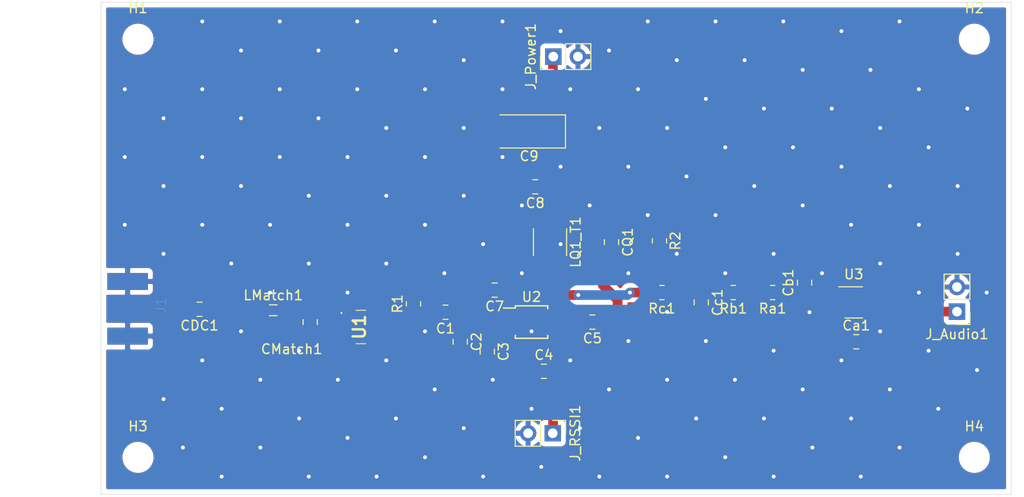
<source format=kicad_pcb>
(kicad_pcb (version 20171130) (host pcbnew "(5.1.9)-1")

  (general
    (thickness 1.6)
    (drawings 4)
    (tracks 235)
    (zones 0)
    (modules 32)
    (nets 21)
  )

  (page A4)
  (layers
    (0 F.Cu signal)
    (31 B.Cu signal)
    (32 B.Adhes user)
    (33 F.Adhes user)
    (34 B.Paste user)
    (35 F.Paste user)
    (36 B.SilkS user)
    (37 F.SilkS user)
    (38 B.Mask user)
    (39 F.Mask user)
    (40 Dwgs.User user)
    (41 Cmts.User user)
    (42 Eco1.User user)
    (43 Eco2.User user)
    (44 Edge.Cuts user)
    (45 Margin user)
    (46 B.CrtYd user)
    (47 F.CrtYd user)
    (48 B.Fab user)
    (49 F.Fab user)
  )

  (setup
    (last_trace_width 0.25)
    (user_trace_width 0.5)
    (user_trace_width 0.75)
    (user_trace_width 1)
    (trace_clearance 0.2)
    (zone_clearance 0.508)
    (zone_45_only no)
    (trace_min 0.2)
    (via_size 0.8)
    (via_drill 0.4)
    (via_min_size 0.4)
    (via_min_drill 0.3)
    (uvia_size 0.3)
    (uvia_drill 0.1)
    (uvias_allowed no)
    (uvia_min_size 0.2)
    (uvia_min_drill 0.1)
    (edge_width 0.05)
    (segment_width 0.2)
    (pcb_text_width 0.3)
    (pcb_text_size 1.5 1.5)
    (mod_edge_width 0.12)
    (mod_text_size 1 1)
    (mod_text_width 0.15)
    (pad_size 1.524 1.524)
    (pad_drill 0.762)
    (pad_to_mask_clearance 0)
    (aux_axis_origin 0 0)
    (visible_elements 7FFFFFFF)
    (pcbplotparams
      (layerselection 0x010fc_ffffffff)
      (usegerberextensions false)
      (usegerberattributes true)
      (usegerberadvancedattributes true)
      (creategerberjobfile true)
      (excludeedgelayer true)
      (linewidth 0.100000)
      (plotframeref false)
      (viasonmask false)
      (mode 1)
      (useauxorigin false)
      (hpglpennumber 1)
      (hpglpenspeed 20)
      (hpglpendiameter 15.000000)
      (psnegative false)
      (psa4output false)
      (plotreference true)
      (plotvalue true)
      (plotinvisibletext false)
      (padsonsilk false)
      (subtractmaskfromsilk false)
      (outputformat 1)
      (mirror false)
      (drillshape 0)
      (scaleselection 1)
      (outputdirectory "Gerber/"))
  )

  (net 0 "")
  (net 1 GND)
  (net 2 "Net-(C2-Pad1)")
  (net 3 "Net-(C3-Pad1)")
  (net 4 /RSSI_Out)
  (net 5 "Net-(C5-Pad2)")
  (net 6 "Net-(C5-Pad1)")
  (net 7 +5V)
  (net 8 /Audio_Out)
  (net 9 "Net-(Ca1-Pad1)")
  (net 10 "Net-(Cb1-Pad1)")
  (net 11 "Net-(Cc1-Pad1)")
  (net 12 "Net-(CMatch1-Pad1)")
  (net 13 /IF_In)
  (net 14 /AF_Out)
  (net 15 "Net-(U1-Pad4)")
  (net 16 "Net-(U1-Pad3)")
  (net 17 "Net-(U2-Pad7)")
  (net 18 "Net-(C1-Pad1)")
  (net 19 "Net-(CDC1-Pad2)")
  (net 20 "Net-(CDC1-Pad1)")

  (net_class Default "This is the default net class."
    (clearance 0.2)
    (trace_width 0.25)
    (via_dia 0.8)
    (via_drill 0.4)
    (uvia_dia 0.3)
    (uvia_drill 0.1)
    (add_net +5V)
    (add_net /AF_Out)
    (add_net /Audio_Out)
    (add_net /IF_In)
    (add_net /RSSI_Out)
    (add_net GND)
    (add_net "Net-(C1-Pad1)")
    (add_net "Net-(C2-Pad1)")
    (add_net "Net-(C3-Pad1)")
    (add_net "Net-(C5-Pad1)")
    (add_net "Net-(C5-Pad2)")
    (add_net "Net-(CDC1-Pad1)")
    (add_net "Net-(CDC1-Pad2)")
    (add_net "Net-(CMatch1-Pad1)")
    (add_net "Net-(Ca1-Pad1)")
    (add_net "Net-(Cb1-Pad1)")
    (add_net "Net-(Cc1-Pad1)")
    (add_net "Net-(U1-Pad3)")
    (add_net "Net-(U1-Pad4)")
    (add_net "Net-(U2-Pad7)")
  )

  (module AdditionalLibs:SFECF10M7DF00R0 (layer F.Cu) (tedit 0) (tstamp 60483DAF)
    (at 95.25 91.948 270)
    (descr SFECF10M7DF00-R0)
    (tags "Undefined or Miscellaneous")
    (path /60486290)
    (attr smd)
    (fp_text reference U1 (at 0 0 90) (layer F.SilkS)
      (effects (font (size 1.27 1.27) (thickness 0.254)))
    )
    (fp_text value SFECF10M7EA00-R0 (at 0 0 90) (layer F.SilkS) hide
      (effects (font (size 1.27 1.27) (thickness 0.254)))
    )
    (fp_arc (start -1.45 1.85) (end -1.4 1.85) (angle 180) (layer F.SilkS) (width 0.1))
    (fp_arc (start -1.45 1.85) (end -1.5 1.85) (angle 180) (layer F.SilkS) (width 0.1))
    (fp_text user %R (at 0 0 90) (layer F.Fab)
      (effects (font (size 1.27 1.27) (thickness 0.254)))
    )
    (fp_line (start -1.725 -1.7) (end 1.725 -1.7) (layer F.Fab) (width 0.2))
    (fp_line (start 1.725 -1.7) (end 1.725 1.4) (layer F.Fab) (width 0.2))
    (fp_line (start 1.725 1.4) (end -1.725 1.4) (layer F.Fab) (width 0.2))
    (fp_line (start -1.725 1.4) (end -1.725 -1.7) (layer F.Fab) (width 0.2))
    (fp_line (start -2.8 -2.9) (end 2.8 -2.9) (layer F.CrtYd) (width 0.1))
    (fp_line (start 2.8 -2.9) (end 2.8 2.9) (layer F.CrtYd) (width 0.1))
    (fp_line (start 2.8 2.9) (end -2.8 2.9) (layer F.CrtYd) (width 0.1))
    (fp_line (start -2.8 2.9) (end -2.8 -2.9) (layer F.CrtYd) (width 0.1))
    (fp_line (start -1.725 -0.65) (end -1.725 0.35) (layer F.SilkS) (width 0.1))
    (fp_line (start 1.725 -0.65) (end 1.725 0.35) (layer F.SilkS) (width 0.1))
    (fp_line (start -1.5 1.85) (end -1.5 1.85) (layer F.SilkS) (width 0.1))
    (fp_line (start -1.4 1.85) (end -1.4 1.85) (layer F.SilkS) (width 0.1))
    (pad 6 smd rect (at -1.4 -1.375 270) (size 0.8 1.05) (layers F.Cu F.Paste F.Mask)
      (net 13 /IF_In))
    (pad 5 smd rect (at 0 -1.375 270) (size 0.8 1.05) (layers F.Cu F.Paste F.Mask)
      (net 1 GND))
    (pad 4 smd rect (at 1.4 -1.375 270) (size 0.8 1.05) (layers F.Cu F.Paste F.Mask)
      (net 15 "Net-(U1-Pad4)"))
    (pad 3 smd rect (at 1.4 1.075 270) (size 0.8 1.05) (layers F.Cu F.Paste F.Mask)
      (net 16 "Net-(U1-Pad3)"))
    (pad 2 smd rect (at 0 1.075 270) (size 0.8 1.05) (layers F.Cu F.Paste F.Mask)
      (net 1 GND))
    (pad 1 smd rect (at -1.4 1.075 270) (size 0.8 1.05) (layers F.Cu F.Paste F.Mask)
      (net 12 "Net-(CMatch1-Pad1)"))
    (model SFECF10M7EA00-R0.stp
      (at (xyz 0 0 0))
      (scale (xyz 1 1 1))
      (rotate (xyz 0 0 0))
    )
  )

  (module AdditionalLibs:SAMTEC_SMA-J-P-H-ST-EM1 (layer F.Cu) (tedit 60249D12) (tstamp 60483C86)
    (at 71.12 90.0684 270)
    (path /604D708B)
    (fp_text reference J1 (at -0.34105 -3.66967 90) (layer F.SilkS)
      (effects (font (size 1 1) (thickness 0.015)))
    )
    (fp_text value SMA-J-P-H-ST-EM1 (at 11.20429 12.3677 90) (layer F.Fab)
      (effects (font (size 1 1) (thickness 0.015)))
    )
    (fp_text user PCB~EDGE (at 4.30403 1.70159 90) (layer F.Fab)
      (effects (font (size 0.48 0.48) (thickness 0.015)))
    )
    (fp_line (start 3.165 1.9) (end 3.165 11.42) (layer F.Fab) (width 0.1))
    (fp_line (start 3.165 11.42) (end -3.165 11.42) (layer F.Fab) (width 0.1))
    (fp_line (start -3.165 11.42) (end -3.165 1.9) (layer F.Fab) (width 0.1))
    (fp_line (start -5 1.9) (end -3.165 1.9) (layer F.Fab) (width 0.1))
    (fp_line (start -3.165 1.9) (end 3.165 1.9) (layer F.Fab) (width 0.1))
    (fp_line (start 3.165 1.9) (end 5 1.9) (layer F.Fab) (width 0.1))
    (fp_line (start -3.165 1.9) (end -3.175 -1.91) (layer F.Fab) (width 0.1))
    (fp_line (start -3.175 -1.91) (end 3.175 -1.91) (layer F.Fab) (width 0.1))
    (fp_line (start 3.175 -1.91) (end 3.165 1.9) (layer F.Fab) (width 0.1))
    (fp_line (start -3.75 -2.55) (end 3.75 -2.55) (layer F.CrtYd) (width 0.05))
    (fp_line (start 3.75 -2.55) (end 3.75 2.15) (layer F.CrtYd) (width 0.05))
    (fp_line (start 3.75 2.15) (end 3.415 2.15) (layer F.CrtYd) (width 0.05))
    (fp_line (start 3.415 2.15) (end 3.415 11.67) (layer F.CrtYd) (width 0.05))
    (fp_line (start 3.415 11.67) (end -3.415 11.67) (layer F.CrtYd) (width 0.05))
    (fp_line (start -3.415 11.67) (end -3.415 2.15) (layer F.CrtYd) (width 0.05))
    (fp_line (start -3.415 2.15) (end -3.75 2.15) (layer F.CrtYd) (width 0.05))
    (fp_line (start -3.75 2.15) (end -3.75 -2.55) (layer F.CrtYd) (width 0.05))
    (pad 3_2 smd rect (at 2.825 -0.2 270) (size 1.75 4.2) (layers B.Cu B.Paste B.Mask)
      (net 1 GND))
    (pad 2_2 smd rect (at -2.825 -0.2 270) (size 1.75 4.2) (layers B.Cu B.Paste B.Mask)
      (net 1 GND))
    (pad 3_1 smd rect (at 2.825 -0.2 270) (size 1.75 4.2) (layers F.Cu F.Paste F.Mask)
      (net 1 GND))
    (pad 2_1 smd rect (at -2.825 -0.2 270) (size 1.75 4.2) (layers F.Cu F.Paste F.Mask)
      (net 1 GND))
    (pad 1 smd rect (at 0 0 270) (size 1.27 3.6) (layers F.Cu F.Paste F.Mask)
      (net 19 "Net-(CDC1-Pad2)"))
  )

  (module MountingHole:MountingHole_2.2mm_M2 (layer F.Cu) (tedit 56D1B4CB) (tstamp 6051D01D)
    (at 158.75 105.41)
    (descr "Mounting Hole 2.2mm, no annular, M2")
    (tags "mounting hole 2.2mm no annular m2")
    (path /605641B5)
    (attr virtual)
    (fp_text reference H4 (at 0 -3.2) (layer F.SilkS)
      (effects (font (size 1 1) (thickness 0.15)))
    )
    (fp_text value MountingHole (at 0 3.2) (layer F.Fab)
      (effects (font (size 1 1) (thickness 0.15)))
    )
    (fp_text user %R (at 0.3 0) (layer F.Fab)
      (effects (font (size 1 1) (thickness 0.15)))
    )
    (fp_circle (center 0 0) (end 2.2 0) (layer Cmts.User) (width 0.15))
    (fp_circle (center 0 0) (end 2.45 0) (layer F.CrtYd) (width 0.05))
    (pad 1 np_thru_hole circle (at 0 0) (size 2.2 2.2) (drill 2.2) (layers *.Cu *.Mask))
  )

  (module MountingHole:MountingHole_2.2mm_M2 (layer F.Cu) (tedit 56D1B4CB) (tstamp 6051D015)
    (at 72.39 105.41)
    (descr "Mounting Hole 2.2mm, no annular, M2")
    (tags "mounting hole 2.2mm no annular m2")
    (path /6056400A)
    (attr virtual)
    (fp_text reference H3 (at 0 -3.2) (layer F.SilkS)
      (effects (font (size 1 1) (thickness 0.15)))
    )
    (fp_text value MountingHole (at 0 3.2) (layer F.Fab)
      (effects (font (size 1 1) (thickness 0.15)))
    )
    (fp_text user %R (at 0.3 0) (layer F.Fab)
      (effects (font (size 1 1) (thickness 0.15)))
    )
    (fp_circle (center 0 0) (end 2.2 0) (layer Cmts.User) (width 0.15))
    (fp_circle (center 0 0) (end 2.45 0) (layer F.CrtYd) (width 0.05))
    (pad 1 np_thru_hole circle (at 0 0) (size 2.2 2.2) (drill 2.2) (layers *.Cu *.Mask))
  )

  (module MountingHole:MountingHole_2.2mm_M2 (layer F.Cu) (tedit 56D1B4CB) (tstamp 6051D00D)
    (at 158.75 62.23)
    (descr "Mounting Hole 2.2mm, no annular, M2")
    (tags "mounting hole 2.2mm no annular m2")
    (path /60563DC1)
    (attr virtual)
    (fp_text reference H2 (at 0 -3.2) (layer F.SilkS)
      (effects (font (size 1 1) (thickness 0.15)))
    )
    (fp_text value MountingHole (at 0 3.2) (layer F.Fab)
      (effects (font (size 1 1) (thickness 0.15)))
    )
    (fp_text user %R (at 0.3 0) (layer F.Fab)
      (effects (font (size 1 1) (thickness 0.15)))
    )
    (fp_circle (center 0 0) (end 2.2 0) (layer Cmts.User) (width 0.15))
    (fp_circle (center 0 0) (end 2.45 0) (layer F.CrtYd) (width 0.05))
    (pad 1 np_thru_hole circle (at 0 0) (size 2.2 2.2) (drill 2.2) (layers *.Cu *.Mask))
  )

  (module MountingHole:MountingHole_2.2mm_M2 (layer F.Cu) (tedit 56D1B4CB) (tstamp 6051D005)
    (at 72.39 62.23)
    (descr "Mounting Hole 2.2mm, no annular, M2")
    (tags "mounting hole 2.2mm no annular m2")
    (path /6056288D)
    (attr virtual)
    (fp_text reference H1 (at 0 -3.2) (layer F.SilkS)
      (effects (font (size 1 1) (thickness 0.15)))
    )
    (fp_text value MountingHole (at 0 3.2) (layer F.Fab)
      (effects (font (size 1 1) (thickness 0.15)))
    )
    (fp_text user %R (at 0.3 0) (layer F.Fab)
      (effects (font (size 1 1) (thickness 0.15)))
    )
    (fp_circle (center 0 0) (end 2.2 0) (layer Cmts.User) (width 0.15))
    (fp_circle (center 0 0) (end 2.45 0) (layer F.CrtYd) (width 0.05))
    (pad 1 np_thru_hole circle (at 0 0) (size 2.2 2.2) (drill 2.2) (layers *.Cu *.Mask))
  )

  (module Capacitor_SMD:C_0805_2012Metric (layer F.Cu) (tedit 5F68FEEE) (tstamp 60515D9F)
    (at 78.74 90.1192 180)
    (descr "Capacitor SMD 0805 (2012 Metric), square (rectangular) end terminal, IPC_7351 nominal, (Body size source: IPC-SM-782 page 76, https://www.pcb-3d.com/wordpress/wp-content/uploads/ipc-sm-782a_amendment_1_and_2.pdf, https://docs.google.com/spreadsheets/d/1BsfQQcO9C6DZCsRaXUlFlo91Tg2WpOkGARC1WS5S8t0/edit?usp=sharing), generated with kicad-footprint-generator")
    (tags capacitor)
    (path /6054382C)
    (attr smd)
    (fp_text reference CDC1 (at 0 -1.68) (layer F.SilkS)
      (effects (font (size 1 1) (thickness 0.15)))
    )
    (fp_text value .1u (at 0 1.68) (layer F.Fab)
      (effects (font (size 1 1) (thickness 0.15)))
    )
    (fp_line (start 1.7 0.98) (end -1.7 0.98) (layer F.CrtYd) (width 0.05))
    (fp_line (start 1.7 -0.98) (end 1.7 0.98) (layer F.CrtYd) (width 0.05))
    (fp_line (start -1.7 -0.98) (end 1.7 -0.98) (layer F.CrtYd) (width 0.05))
    (fp_line (start -1.7 0.98) (end -1.7 -0.98) (layer F.CrtYd) (width 0.05))
    (fp_line (start -0.261252 0.735) (end 0.261252 0.735) (layer F.SilkS) (width 0.12))
    (fp_line (start -0.261252 -0.735) (end 0.261252 -0.735) (layer F.SilkS) (width 0.12))
    (fp_line (start 1 0.625) (end -1 0.625) (layer F.Fab) (width 0.1))
    (fp_line (start 1 -0.625) (end 1 0.625) (layer F.Fab) (width 0.1))
    (fp_line (start -1 -0.625) (end 1 -0.625) (layer F.Fab) (width 0.1))
    (fp_line (start -1 0.625) (end -1 -0.625) (layer F.Fab) (width 0.1))
    (fp_text user %R (at 0 0) (layer F.Fab)
      (effects (font (size 0.5 0.5) (thickness 0.08)))
    )
    (pad 2 smd roundrect (at 0.95 0 180) (size 1 1.45) (layers F.Cu F.Paste F.Mask) (roundrect_rratio 0.25)
      (net 19 "Net-(CDC1-Pad2)"))
    (pad 1 smd roundrect (at -0.95 0 180) (size 1 1.45) (layers F.Cu F.Paste F.Mask) (roundrect_rratio 0.25)
      (net 20 "Net-(CDC1-Pad1)"))
    (model ${KISYS3DMOD}/Capacitor_SMD.3dshapes/C_0805_2012Metric.wrl
      (at (xyz 0 0 0))
      (scale (xyz 1 1 1))
      (rotate (xyz 0 0 0))
    )
  )

  (module Connector_PinHeader_2.54mm:PinHeader_1x02_P2.54mm_Vertical (layer F.Cu) (tedit 59FED5CC) (tstamp 60483D1F)
    (at 115.2144 102.9208 270)
    (descr "Through hole straight pin header, 1x02, 2.54mm pitch, single row")
    (tags "Through hole pin header THT 1x02 2.54mm single row")
    (path /604E6496)
    (fp_text reference J_RSSI1 (at 0 -2.33 90) (layer F.SilkS)
      (effects (font (size 1 1) (thickness 0.15)))
    )
    (fp_text value Conn_01x02 (at 0 4.87 90) (layer F.Fab)
      (effects (font (size 1 1) (thickness 0.15)))
    )
    (fp_line (start -0.635 -1.27) (end 1.27 -1.27) (layer F.Fab) (width 0.1))
    (fp_line (start 1.27 -1.27) (end 1.27 3.81) (layer F.Fab) (width 0.1))
    (fp_line (start 1.27 3.81) (end -1.27 3.81) (layer F.Fab) (width 0.1))
    (fp_line (start -1.27 3.81) (end -1.27 -0.635) (layer F.Fab) (width 0.1))
    (fp_line (start -1.27 -0.635) (end -0.635 -1.27) (layer F.Fab) (width 0.1))
    (fp_line (start -1.33 3.87) (end 1.33 3.87) (layer F.SilkS) (width 0.12))
    (fp_line (start -1.33 1.27) (end -1.33 3.87) (layer F.SilkS) (width 0.12))
    (fp_line (start 1.33 1.27) (end 1.33 3.87) (layer F.SilkS) (width 0.12))
    (fp_line (start -1.33 1.27) (end 1.33 1.27) (layer F.SilkS) (width 0.12))
    (fp_line (start -1.33 0) (end -1.33 -1.33) (layer F.SilkS) (width 0.12))
    (fp_line (start -1.33 -1.33) (end 0 -1.33) (layer F.SilkS) (width 0.12))
    (fp_line (start -1.8 -1.8) (end -1.8 4.35) (layer F.CrtYd) (width 0.05))
    (fp_line (start -1.8 4.35) (end 1.8 4.35) (layer F.CrtYd) (width 0.05))
    (fp_line (start 1.8 4.35) (end 1.8 -1.8) (layer F.CrtYd) (width 0.05))
    (fp_line (start 1.8 -1.8) (end -1.8 -1.8) (layer F.CrtYd) (width 0.05))
    (fp_text user %R (at 0 1.27) (layer F.Fab)
      (effects (font (size 1 1) (thickness 0.15)))
    )
    (pad 2 thru_hole oval (at 0 2.54 270) (size 1.7 1.7) (drill 1) (layers *.Cu *.Mask)
      (net 1 GND))
    (pad 1 thru_hole rect (at 0 0 270) (size 1.7 1.7) (drill 1) (layers *.Cu *.Mask)
      (net 4 /RSSI_Out))
    (model ${KISYS3DMOD}/Connector_PinHeader_2.54mm.3dshapes/PinHeader_1x02_P2.54mm_Vertical.wrl
      (at (xyz 0 0 0))
      (scale (xyz 1 1 1))
      (rotate (xyz 0 0 0))
    )
  )

  (module Connector_PinHeader_2.54mm:PinHeader_1x02_P2.54mm_Vertical (layer F.Cu) (tedit 59FED5CC) (tstamp 60483CEC)
    (at 115.28044 64.02832 90)
    (descr "Through hole straight pin header, 1x02, 2.54mm pitch, single row")
    (tags "Through hole pin header THT 1x02 2.54mm single row")
    (path /604E7CA0)
    (fp_text reference J_Power1 (at 0 -2.33 90) (layer F.SilkS)
      (effects (font (size 1 1) (thickness 0.15)))
    )
    (fp_text value Conn_01x02 (at 0 4.87 90) (layer F.Fab)
      (effects (font (size 1 1) (thickness 0.15)))
    )
    (fp_line (start -0.635 -1.27) (end 1.27 -1.27) (layer F.Fab) (width 0.1))
    (fp_line (start 1.27 -1.27) (end 1.27 3.81) (layer F.Fab) (width 0.1))
    (fp_line (start 1.27 3.81) (end -1.27 3.81) (layer F.Fab) (width 0.1))
    (fp_line (start -1.27 3.81) (end -1.27 -0.635) (layer F.Fab) (width 0.1))
    (fp_line (start -1.27 -0.635) (end -0.635 -1.27) (layer F.Fab) (width 0.1))
    (fp_line (start -1.33 3.87) (end 1.33 3.87) (layer F.SilkS) (width 0.12))
    (fp_line (start -1.33 1.27) (end -1.33 3.87) (layer F.SilkS) (width 0.12))
    (fp_line (start 1.33 1.27) (end 1.33 3.87) (layer F.SilkS) (width 0.12))
    (fp_line (start -1.33 1.27) (end 1.33 1.27) (layer F.SilkS) (width 0.12))
    (fp_line (start -1.33 0) (end -1.33 -1.33) (layer F.SilkS) (width 0.12))
    (fp_line (start -1.33 -1.33) (end 0 -1.33) (layer F.SilkS) (width 0.12))
    (fp_line (start -1.8 -1.8) (end -1.8 4.35) (layer F.CrtYd) (width 0.05))
    (fp_line (start -1.8 4.35) (end 1.8 4.35) (layer F.CrtYd) (width 0.05))
    (fp_line (start 1.8 4.35) (end 1.8 -1.8) (layer F.CrtYd) (width 0.05))
    (fp_line (start 1.8 -1.8) (end -1.8 -1.8) (layer F.CrtYd) (width 0.05))
    (fp_text user %R (at 0 1.27) (layer F.Fab)
      (effects (font (size 1 1) (thickness 0.15)))
    )
    (pad 2 thru_hole oval (at 0 2.54 90) (size 1.7 1.7) (drill 1) (layers *.Cu *.Mask)
      (net 1 GND))
    (pad 1 thru_hole rect (at 0 0 90) (size 1.7 1.7) (drill 1) (layers *.Cu *.Mask)
      (net 7 +5V))
    (model ${KISYS3DMOD}/Connector_PinHeader_2.54mm.3dshapes/PinHeader_1x02_P2.54mm_Vertical.wrl
      (at (xyz 0 0 0))
      (scale (xyz 1 1 1))
      (rotate (xyz 0 0 0))
    )
  )

  (module Connector_PinHeader_2.54mm:PinHeader_1x02_P2.54mm_Vertical (layer F.Cu) (tedit 59FED5CC) (tstamp 60483CB9)
    (at 156.9593 90.3605 180)
    (descr "Through hole straight pin header, 1x02, 2.54mm pitch, single row")
    (tags "Through hole pin header THT 1x02 2.54mm single row")
    (path /604E071B)
    (fp_text reference J_Audio1 (at 0 -2.33) (layer F.SilkS)
      (effects (font (size 1 1) (thickness 0.15)))
    )
    (fp_text value Conn_01x02 (at 0 4.87) (layer F.Fab)
      (effects (font (size 1 1) (thickness 0.15)))
    )
    (fp_line (start -0.635 -1.27) (end 1.27 -1.27) (layer F.Fab) (width 0.1))
    (fp_line (start 1.27 -1.27) (end 1.27 3.81) (layer F.Fab) (width 0.1))
    (fp_line (start 1.27 3.81) (end -1.27 3.81) (layer F.Fab) (width 0.1))
    (fp_line (start -1.27 3.81) (end -1.27 -0.635) (layer F.Fab) (width 0.1))
    (fp_line (start -1.27 -0.635) (end -0.635 -1.27) (layer F.Fab) (width 0.1))
    (fp_line (start -1.33 3.87) (end 1.33 3.87) (layer F.SilkS) (width 0.12))
    (fp_line (start -1.33 1.27) (end -1.33 3.87) (layer F.SilkS) (width 0.12))
    (fp_line (start 1.33 1.27) (end 1.33 3.87) (layer F.SilkS) (width 0.12))
    (fp_line (start -1.33 1.27) (end 1.33 1.27) (layer F.SilkS) (width 0.12))
    (fp_line (start -1.33 0) (end -1.33 -1.33) (layer F.SilkS) (width 0.12))
    (fp_line (start -1.33 -1.33) (end 0 -1.33) (layer F.SilkS) (width 0.12))
    (fp_line (start -1.8 -1.8) (end -1.8 4.35) (layer F.CrtYd) (width 0.05))
    (fp_line (start -1.8 4.35) (end 1.8 4.35) (layer F.CrtYd) (width 0.05))
    (fp_line (start 1.8 4.35) (end 1.8 -1.8) (layer F.CrtYd) (width 0.05))
    (fp_line (start 1.8 -1.8) (end -1.8 -1.8) (layer F.CrtYd) (width 0.05))
    (fp_text user %R (at 0 1.27 90) (layer F.Fab)
      (effects (font (size 1 1) (thickness 0.15)))
    )
    (pad 2 thru_hole oval (at 0 2.54 180) (size 1.7 1.7) (drill 1) (layers *.Cu *.Mask)
      (net 1 GND))
    (pad 1 thru_hole rect (at 0 0 180) (size 1.7 1.7) (drill 1) (layers *.Cu *.Mask)
      (net 8 /Audio_Out))
    (model ${KISYS3DMOD}/Connector_PinHeader_2.54mm.3dshapes/PinHeader_1x02_P2.54mm_Vertical.wrl
      (at (xyz 0 0 0))
      (scale (xyz 1 1 1))
      (rotate (xyz 0 0 0))
    )
  )

  (module Package_SO:MSOP-10_3x3mm_P0.5mm (layer F.Cu) (tedit 5A02F25C) (tstamp 60481A06)
    (at 113.03 91.44)
    (descr "10-Lead Plastic Micro Small Outline Package (MS) [MSOP] (see Microchip Packaging Specification 00000049BS.pdf)")
    (tags "SSOP 0.5")
    (path /60486594)
    (attr smd)
    (fp_text reference U2 (at 0 -2.6) (layer F.SilkS)
      (effects (font (size 1 1) (thickness 0.15)))
    )
    (fp_text value NJM2549 (at 0 2.6) (layer F.Fab)
      (effects (font (size 1 1) (thickness 0.15)))
    )
    (fp_line (start -1.675 -1.45) (end -2.9 -1.45) (layer F.SilkS) (width 0.15))
    (fp_line (start -1.675 1.675) (end 1.675 1.675) (layer F.SilkS) (width 0.15))
    (fp_line (start -1.675 -1.675) (end 1.675 -1.675) (layer F.SilkS) (width 0.15))
    (fp_line (start -1.675 1.675) (end -1.675 1.375) (layer F.SilkS) (width 0.15))
    (fp_line (start 1.675 1.675) (end 1.675 1.375) (layer F.SilkS) (width 0.15))
    (fp_line (start 1.675 -1.675) (end 1.675 -1.375) (layer F.SilkS) (width 0.15))
    (fp_line (start -1.675 -1.675) (end -1.675 -1.45) (layer F.SilkS) (width 0.15))
    (fp_line (start -3.15 1.85) (end 3.15 1.85) (layer F.CrtYd) (width 0.05))
    (fp_line (start -3.15 -1.85) (end 3.15 -1.85) (layer F.CrtYd) (width 0.05))
    (fp_line (start 3.15 -1.85) (end 3.15 1.85) (layer F.CrtYd) (width 0.05))
    (fp_line (start -3.15 -1.85) (end -3.15 1.85) (layer F.CrtYd) (width 0.05))
    (fp_line (start -1.5 -0.5) (end -0.5 -1.5) (layer F.Fab) (width 0.15))
    (fp_line (start -1.5 1.5) (end -1.5 -0.5) (layer F.Fab) (width 0.15))
    (fp_line (start 1.5 1.5) (end -1.5 1.5) (layer F.Fab) (width 0.15))
    (fp_line (start 1.5 -1.5) (end 1.5 1.5) (layer F.Fab) (width 0.15))
    (fp_line (start -0.5 -1.5) (end 1.5 -1.5) (layer F.Fab) (width 0.15))
    (fp_text user %R (at 0 0) (layer F.Fab)
      (effects (font (size 0.6 0.6) (thickness 0.15)))
    )
    (pad 10 smd rect (at 2.2 -1) (size 1.4 0.3) (layers F.Cu F.Paste F.Mask)
      (net 14 /AF_Out))
    (pad 9 smd rect (at 2.2 -0.5) (size 1.4 0.3) (layers F.Cu F.Paste F.Mask)
      (net 6 "Net-(C5-Pad1)"))
    (pad 8 smd rect (at 2.2 0) (size 1.4 0.3) (layers F.Cu F.Paste F.Mask)
      (net 5 "Net-(C5-Pad2)"))
    (pad 7 smd rect (at 2.2 0.5) (size 1.4 0.3) (layers F.Cu F.Paste F.Mask)
      (net 17 "Net-(U2-Pad7)"))
    (pad 6 smd rect (at 2.2 1) (size 1.4 0.3) (layers F.Cu F.Paste F.Mask)
      (net 4 /RSSI_Out))
    (pad 5 smd rect (at -2.2 1) (size 1.4 0.3) (layers F.Cu F.Paste F.Mask)
      (net 1 GND))
    (pad 4 smd rect (at -2.2 0.5) (size 1.4 0.3) (layers F.Cu F.Paste F.Mask)
      (net 3 "Net-(C3-Pad1)"))
    (pad 3 smd rect (at -2.2 0) (size 1.4 0.3) (layers F.Cu F.Paste F.Mask)
      (net 2 "Net-(C2-Pad1)"))
    (pad 2 smd rect (at -2.2 -0.5) (size 1.4 0.3) (layers F.Cu F.Paste F.Mask)
      (net 18 "Net-(C1-Pad1)"))
    (pad 1 smd rect (at -2.2 -1) (size 1.4 0.3) (layers F.Cu F.Paste F.Mask)
      (net 7 +5V))
    (model ${KISYS3DMOD}/Package_SO.3dshapes/MSOP-10_3x3mm_P0.5mm.wrl
      (at (xyz 0 0 0))
      (scale (xyz 1 1 1))
      (rotate (xyz 0 0 0))
    )
  )

  (module Capacitor_SMD:C_0805_2012Metric (layer F.Cu) (tedit 5F68FEEE) (tstamp 604851AD)
    (at 104.14 90.424 180)
    (descr "Capacitor SMD 0805 (2012 Metric), square (rectangular) end terminal, IPC_7351 nominal, (Body size source: IPC-SM-782 page 76, https://www.pcb-3d.com/wordpress/wp-content/uploads/ipc-sm-782a_amendment_1_and_2.pdf, https://docs.google.com/spreadsheets/d/1BsfQQcO9C6DZCsRaXUlFlo91Tg2WpOkGARC1WS5S8t0/edit?usp=sharing), generated with kicad-footprint-generator")
    (tags capacitor)
    (path /60505A0F)
    (attr smd)
    (fp_text reference C1 (at 0 -1.68) (layer F.SilkS)
      (effects (font (size 1 1) (thickness 0.15)))
    )
    (fp_text value .01u (at 0 1.68) (layer F.Fab)
      (effects (font (size 1 1) (thickness 0.15)))
    )
    (fp_line (start 1.7 0.98) (end -1.7 0.98) (layer F.CrtYd) (width 0.05))
    (fp_line (start 1.7 -0.98) (end 1.7 0.98) (layer F.CrtYd) (width 0.05))
    (fp_line (start -1.7 -0.98) (end 1.7 -0.98) (layer F.CrtYd) (width 0.05))
    (fp_line (start -1.7 0.98) (end -1.7 -0.98) (layer F.CrtYd) (width 0.05))
    (fp_line (start -0.261252 0.735) (end 0.261252 0.735) (layer F.SilkS) (width 0.12))
    (fp_line (start -0.261252 -0.735) (end 0.261252 -0.735) (layer F.SilkS) (width 0.12))
    (fp_line (start 1 0.625) (end -1 0.625) (layer F.Fab) (width 0.1))
    (fp_line (start 1 -0.625) (end 1 0.625) (layer F.Fab) (width 0.1))
    (fp_line (start -1 -0.625) (end 1 -0.625) (layer F.Fab) (width 0.1))
    (fp_line (start -1 0.625) (end -1 -0.625) (layer F.Fab) (width 0.1))
    (fp_text user %R (at 0 0) (layer F.Fab)
      (effects (font (size 0.5 0.5) (thickness 0.08)))
    )
    (pad 2 smd roundrect (at 0.95 0 180) (size 1 1.45) (layers F.Cu F.Paste F.Mask) (roundrect_rratio 0.25)
      (net 13 /IF_In))
    (pad 1 smd roundrect (at -0.95 0 180) (size 1 1.45) (layers F.Cu F.Paste F.Mask) (roundrect_rratio 0.25)
      (net 18 "Net-(C1-Pad1)"))
    (model ${KISYS3DMOD}/Capacitor_SMD.3dshapes/C_0805_2012Metric.wrl
      (at (xyz 0 0 0))
      (scale (xyz 1 1 1))
      (rotate (xyz 0 0 0))
    )
  )

  (module Package_TO_SOT_SMD:SOT-23-5 (layer F.Cu) (tedit 5A02FF57) (tstamp 60483DE3)
    (at 146.304 89.408)
    (descr "5-pin SOT23 package")
    (tags SOT-23-5)
    (path /6049FE80)
    (attr smd)
    (fp_text reference U3 (at 0 -2.9) (layer F.SilkS)
      (effects (font (size 1 1) (thickness 0.15)))
    )
    (fp_text value NJM2741 (at 0 2.9) (layer F.Fab)
      (effects (font (size 1 1) (thickness 0.15)))
    )
    (fp_line (start 0.9 -1.55) (end 0.9 1.55) (layer F.Fab) (width 0.1))
    (fp_line (start 0.9 1.55) (end -0.9 1.55) (layer F.Fab) (width 0.1))
    (fp_line (start -0.9 -0.9) (end -0.9 1.55) (layer F.Fab) (width 0.1))
    (fp_line (start 0.9 -1.55) (end -0.25 -1.55) (layer F.Fab) (width 0.1))
    (fp_line (start -0.9 -0.9) (end -0.25 -1.55) (layer F.Fab) (width 0.1))
    (fp_line (start -1.9 1.8) (end -1.9 -1.8) (layer F.CrtYd) (width 0.05))
    (fp_line (start 1.9 1.8) (end -1.9 1.8) (layer F.CrtYd) (width 0.05))
    (fp_line (start 1.9 -1.8) (end 1.9 1.8) (layer F.CrtYd) (width 0.05))
    (fp_line (start -1.9 -1.8) (end 1.9 -1.8) (layer F.CrtYd) (width 0.05))
    (fp_line (start 0.9 -1.61) (end -1.55 -1.61) (layer F.SilkS) (width 0.12))
    (fp_line (start -0.9 1.61) (end 0.9 1.61) (layer F.SilkS) (width 0.12))
    (fp_text user %R (at 0 0 90) (layer F.Fab)
      (effects (font (size 0.5 0.5) (thickness 0.075)))
    )
    (pad 5 smd rect (at 1.1 -0.95) (size 1.06 0.65) (layers F.Cu F.Paste F.Mask)
      (net 7 +5V))
    (pad 4 smd rect (at 1.1 0.95) (size 1.06 0.65) (layers F.Cu F.Paste F.Mask)
      (net 8 /Audio_Out))
    (pad 3 smd rect (at -1.1 0.95) (size 1.06 0.65) (layers F.Cu F.Paste F.Mask)
      (net 9 "Net-(Ca1-Pad1)"))
    (pad 2 smd rect (at -1.1 0) (size 1.06 0.65) (layers F.Cu F.Paste F.Mask)
      (net 1 GND))
    (pad 1 smd rect (at -1.1 -0.95) (size 1.06 0.65) (layers F.Cu F.Paste F.Mask)
      (net 10 "Net-(Cb1-Pad1)"))
    (model ${KISYS3DMOD}/Package_TO_SOT_SMD.3dshapes/SOT-23-5.wrl
      (at (xyz 0 0 0))
      (scale (xyz 1 1 1))
      (rotate (xyz 0 0 0))
    )
  )

  (module Resistor_SMD:R_0805_2012Metric (layer F.Cu) (tedit 5F68FEEE) (tstamp 60483D96)
    (at 126.492 88.392 180)
    (descr "Resistor SMD 0805 (2012 Metric), square (rectangular) end terminal, IPC_7351 nominal, (Body size source: IPC-SM-782 page 72, https://www.pcb-3d.com/wordpress/wp-content/uploads/ipc-sm-782a_amendment_1_and_2.pdf), generated with kicad-footprint-generator")
    (tags resistor)
    (path /604A4DB1)
    (attr smd)
    (fp_text reference Rc1 (at 0 -1.65) (layer F.SilkS)
      (effects (font (size 1 1) (thickness 0.15)))
    )
    (fp_text value 68k (at 0 1.65) (layer F.Fab)
      (effects (font (size 1 1) (thickness 0.15)))
    )
    (fp_line (start 1.68 0.95) (end -1.68 0.95) (layer F.CrtYd) (width 0.05))
    (fp_line (start 1.68 -0.95) (end 1.68 0.95) (layer F.CrtYd) (width 0.05))
    (fp_line (start -1.68 -0.95) (end 1.68 -0.95) (layer F.CrtYd) (width 0.05))
    (fp_line (start -1.68 0.95) (end -1.68 -0.95) (layer F.CrtYd) (width 0.05))
    (fp_line (start -0.227064 0.735) (end 0.227064 0.735) (layer F.SilkS) (width 0.12))
    (fp_line (start -0.227064 -0.735) (end 0.227064 -0.735) (layer F.SilkS) (width 0.12))
    (fp_line (start 1 0.625) (end -1 0.625) (layer F.Fab) (width 0.1))
    (fp_line (start 1 -0.625) (end 1 0.625) (layer F.Fab) (width 0.1))
    (fp_line (start -1 -0.625) (end 1 -0.625) (layer F.Fab) (width 0.1))
    (fp_line (start -1 0.625) (end -1 -0.625) (layer F.Fab) (width 0.1))
    (fp_text user %R (at 0 0) (layer F.Fab)
      (effects (font (size 0.5 0.5) (thickness 0.08)))
    )
    (pad 2 smd roundrect (at 0.9125 0 180) (size 1.025 1.4) (layers F.Cu F.Paste F.Mask) (roundrect_rratio 0.2439004878048781)
      (net 14 /AF_Out))
    (pad 1 smd roundrect (at -0.9125 0 180) (size 1.025 1.4) (layers F.Cu F.Paste F.Mask) (roundrect_rratio 0.2439004878048781)
      (net 11 "Net-(Cc1-Pad1)"))
    (model ${KISYS3DMOD}/Resistor_SMD.3dshapes/R_0805_2012Metric.wrl
      (at (xyz 0 0 0))
      (scale (xyz 1 1 1))
      (rotate (xyz 0 0 0))
    )
  )

  (module Resistor_SMD:R_0805_2012Metric (layer F.Cu) (tedit 5F68FEEE) (tstamp 60483D85)
    (at 133.858 88.392 180)
    (descr "Resistor SMD 0805 (2012 Metric), square (rectangular) end terminal, IPC_7351 nominal, (Body size source: IPC-SM-782 page 72, https://www.pcb-3d.com/wordpress/wp-content/uploads/ipc-sm-782a_amendment_1_and_2.pdf), generated with kicad-footprint-generator")
    (tags resistor)
    (path /604A6477)
    (attr smd)
    (fp_text reference Rb1 (at 0 -1.65) (layer F.SilkS)
      (effects (font (size 1 1) (thickness 0.15)))
    )
    (fp_text value 68k (at 0 1.65) (layer F.Fab)
      (effects (font (size 1 1) (thickness 0.15)))
    )
    (fp_line (start 1.68 0.95) (end -1.68 0.95) (layer F.CrtYd) (width 0.05))
    (fp_line (start 1.68 -0.95) (end 1.68 0.95) (layer F.CrtYd) (width 0.05))
    (fp_line (start -1.68 -0.95) (end 1.68 -0.95) (layer F.CrtYd) (width 0.05))
    (fp_line (start -1.68 0.95) (end -1.68 -0.95) (layer F.CrtYd) (width 0.05))
    (fp_line (start -0.227064 0.735) (end 0.227064 0.735) (layer F.SilkS) (width 0.12))
    (fp_line (start -0.227064 -0.735) (end 0.227064 -0.735) (layer F.SilkS) (width 0.12))
    (fp_line (start 1 0.625) (end -1 0.625) (layer F.Fab) (width 0.1))
    (fp_line (start 1 -0.625) (end 1 0.625) (layer F.Fab) (width 0.1))
    (fp_line (start -1 -0.625) (end 1 -0.625) (layer F.Fab) (width 0.1))
    (fp_line (start -1 0.625) (end -1 -0.625) (layer F.Fab) (width 0.1))
    (fp_text user %R (at 0 0) (layer F.Fab)
      (effects (font (size 0.5 0.5) (thickness 0.08)))
    )
    (pad 2 smd roundrect (at 0.9125 0 180) (size 1.025 1.4) (layers F.Cu F.Paste F.Mask) (roundrect_rratio 0.2439004878048781)
      (net 11 "Net-(Cc1-Pad1)"))
    (pad 1 smd roundrect (at -0.9125 0 180) (size 1.025 1.4) (layers F.Cu F.Paste F.Mask) (roundrect_rratio 0.2439004878048781)
      (net 9 "Net-(Ca1-Pad1)"))
    (model ${KISYS3DMOD}/Resistor_SMD.3dshapes/R_0805_2012Metric.wrl
      (at (xyz 0 0 0))
      (scale (xyz 1 1 1))
      (rotate (xyz 0 0 0))
    )
  )

  (module Resistor_SMD:R_0805_2012Metric (layer F.Cu) (tedit 5F68FEEE) (tstamp 60483D74)
    (at 137.922 88.392 180)
    (descr "Resistor SMD 0805 (2012 Metric), square (rectangular) end terminal, IPC_7351 nominal, (Body size source: IPC-SM-782 page 72, https://www.pcb-3d.com/wordpress/wp-content/uploads/ipc-sm-782a_amendment_1_and_2.pdf), generated with kicad-footprint-generator")
    (tags resistor)
    (path /604A66C5)
    (attr smd)
    (fp_text reference Ra1 (at 0 -1.65) (layer F.SilkS)
      (effects (font (size 1 1) (thickness 0.15)))
    )
    (fp_text value 68k (at 0 1.65) (layer F.Fab)
      (effects (font (size 1 1) (thickness 0.15)))
    )
    (fp_line (start 1.68 0.95) (end -1.68 0.95) (layer F.CrtYd) (width 0.05))
    (fp_line (start 1.68 -0.95) (end 1.68 0.95) (layer F.CrtYd) (width 0.05))
    (fp_line (start -1.68 -0.95) (end 1.68 -0.95) (layer F.CrtYd) (width 0.05))
    (fp_line (start -1.68 0.95) (end -1.68 -0.95) (layer F.CrtYd) (width 0.05))
    (fp_line (start -0.227064 0.735) (end 0.227064 0.735) (layer F.SilkS) (width 0.12))
    (fp_line (start -0.227064 -0.735) (end 0.227064 -0.735) (layer F.SilkS) (width 0.12))
    (fp_line (start 1 0.625) (end -1 0.625) (layer F.Fab) (width 0.1))
    (fp_line (start 1 -0.625) (end 1 0.625) (layer F.Fab) (width 0.1))
    (fp_line (start -1 -0.625) (end 1 -0.625) (layer F.Fab) (width 0.1))
    (fp_line (start -1 0.625) (end -1 -0.625) (layer F.Fab) (width 0.1))
    (fp_text user %R (at 0 0) (layer F.Fab)
      (effects (font (size 0.5 0.5) (thickness 0.08)))
    )
    (pad 2 smd roundrect (at 0.9125 0 180) (size 1.025 1.4) (layers F.Cu F.Paste F.Mask) (roundrect_rratio 0.2439004878048781)
      (net 9 "Net-(Ca1-Pad1)"))
    (pad 1 smd roundrect (at -0.9125 0 180) (size 1.025 1.4) (layers F.Cu F.Paste F.Mask) (roundrect_rratio 0.2439004878048781)
      (net 10 "Net-(Cb1-Pad1)"))
    (model ${KISYS3DMOD}/Resistor_SMD.3dshapes/R_0805_2012Metric.wrl
      (at (xyz 0 0 0))
      (scale (xyz 1 1 1))
      (rotate (xyz 0 0 0))
    )
  )

  (module Resistor_SMD:R_0805_2012Metric (layer F.Cu) (tedit 5F68FEEE) (tstamp 60483D63)
    (at 126.238 83.058 270)
    (descr "Resistor SMD 0805 (2012 Metric), square (rectangular) end terminal, IPC_7351 nominal, (Body size source: IPC-SM-782 page 72, https://www.pcb-3d.com/wordpress/wp-content/uploads/ipc-sm-782a_amendment_1_and_2.pdf), generated with kicad-footprint-generator")
    (tags resistor)
    (path /6048975A)
    (attr smd)
    (fp_text reference R2 (at 0 -1.65 90) (layer F.SilkS)
      (effects (font (size 1 1) (thickness 0.15)))
    )
    (fp_text value 2.4k (at 0 1.65 90) (layer F.Fab)
      (effects (font (size 1 1) (thickness 0.15)))
    )
    (fp_line (start 1.68 0.95) (end -1.68 0.95) (layer F.CrtYd) (width 0.05))
    (fp_line (start 1.68 -0.95) (end 1.68 0.95) (layer F.CrtYd) (width 0.05))
    (fp_line (start -1.68 -0.95) (end 1.68 -0.95) (layer F.CrtYd) (width 0.05))
    (fp_line (start -1.68 0.95) (end -1.68 -0.95) (layer F.CrtYd) (width 0.05))
    (fp_line (start -0.227064 0.735) (end 0.227064 0.735) (layer F.SilkS) (width 0.12))
    (fp_line (start -0.227064 -0.735) (end 0.227064 -0.735) (layer F.SilkS) (width 0.12))
    (fp_line (start 1 0.625) (end -1 0.625) (layer F.Fab) (width 0.1))
    (fp_line (start 1 -0.625) (end 1 0.625) (layer F.Fab) (width 0.1))
    (fp_line (start -1 -0.625) (end 1 -0.625) (layer F.Fab) (width 0.1))
    (fp_line (start -1 0.625) (end -1 -0.625) (layer F.Fab) (width 0.1))
    (fp_text user %R (at 0 0 90) (layer F.Fab)
      (effects (font (size 0.5 0.5) (thickness 0.08)))
    )
    (pad 2 smd roundrect (at 0.9125 0 270) (size 1.025 1.4) (layers F.Cu F.Paste F.Mask) (roundrect_rratio 0.2439004878048781)
      (net 6 "Net-(C5-Pad1)"))
    (pad 1 smd roundrect (at -0.9125 0 270) (size 1.025 1.4) (layers F.Cu F.Paste F.Mask) (roundrect_rratio 0.2439004878048781)
      (net 7 +5V))
    (model ${KISYS3DMOD}/Resistor_SMD.3dshapes/R_0805_2012Metric.wrl
      (at (xyz 0 0 0))
      (scale (xyz 1 1 1))
      (rotate (xyz 0 0 0))
    )
  )

  (module Resistor_SMD:R_0805_2012Metric (layer F.Cu) (tedit 5F68FEEE) (tstamp 60483D52)
    (at 100.838 89.5585 90)
    (descr "Resistor SMD 0805 (2012 Metric), square (rectangular) end terminal, IPC_7351 nominal, (Body size source: IPC-SM-782 page 72, https://www.pcb-3d.com/wordpress/wp-content/uploads/ipc-sm-782a_amendment_1_and_2.pdf), generated with kicad-footprint-generator")
    (tags resistor)
    (path /60494914)
    (attr smd)
    (fp_text reference R1 (at 0 -1.65 90) (layer F.SilkS)
      (effects (font (size 1 1) (thickness 0.15)))
    )
    (fp_text value 51 (at 0 1.65 90) (layer F.Fab)
      (effects (font (size 1 1) (thickness 0.15)))
    )
    (fp_line (start 1.68 0.95) (end -1.68 0.95) (layer F.CrtYd) (width 0.05))
    (fp_line (start 1.68 -0.95) (end 1.68 0.95) (layer F.CrtYd) (width 0.05))
    (fp_line (start -1.68 -0.95) (end 1.68 -0.95) (layer F.CrtYd) (width 0.05))
    (fp_line (start -1.68 0.95) (end -1.68 -0.95) (layer F.CrtYd) (width 0.05))
    (fp_line (start -0.227064 0.735) (end 0.227064 0.735) (layer F.SilkS) (width 0.12))
    (fp_line (start -0.227064 -0.735) (end 0.227064 -0.735) (layer F.SilkS) (width 0.12))
    (fp_line (start 1 0.625) (end -1 0.625) (layer F.Fab) (width 0.1))
    (fp_line (start 1 -0.625) (end 1 0.625) (layer F.Fab) (width 0.1))
    (fp_line (start -1 -0.625) (end 1 -0.625) (layer F.Fab) (width 0.1))
    (fp_line (start -1 0.625) (end -1 -0.625) (layer F.Fab) (width 0.1))
    (fp_text user %R (at 0 0 90) (layer F.Fab)
      (effects (font (size 0.5 0.5) (thickness 0.08)))
    )
    (pad 2 smd roundrect (at 0.9125 0 90) (size 1.025 1.4) (layers F.Cu F.Paste F.Mask) (roundrect_rratio 0.2439004878048781)
      (net 1 GND))
    (pad 1 smd roundrect (at -0.9125 0 90) (size 1.025 1.4) (layers F.Cu F.Paste F.Mask) (roundrect_rratio 0.2439004878048781)
      (net 13 /IF_In))
    (model ${KISYS3DMOD}/Resistor_SMD.3dshapes/R_0805_2012Metric.wrl
      (at (xyz 0 0 0))
      (scale (xyz 1 1 1))
      (rotate (xyz 0 0 0))
    )
  )

  (module Inductor_SMD:L_1812_4532Metric (layer F.Cu) (tedit 5F68FEF0) (tstamp 60483D41)
    (at 114.935 83.185 270)
    (descr "Inductor SMD 1812 (4532 Metric), square (rectangular) end terminal, IPC_7351 nominal, (Body size source: https://www.nikhef.nl/pub/departments/mt/projects/detectorR_D/dtddice/ERJ2G.pdf), generated with kicad-footprint-generator")
    (tags inductor)
    (path /60489570)
    (attr smd)
    (fp_text reference LQ1_T1 (at 0 -2.65 90) (layer F.SilkS)
      (effects (font (size 1 1) (thickness 0.15)))
    )
    (fp_text value 2.7uH (at 0 2.65 90) (layer F.Fab)
      (effects (font (size 1 1) (thickness 0.15)))
    )
    (fp_line (start 2.95 1.95) (end -2.95 1.95) (layer F.CrtYd) (width 0.05))
    (fp_line (start 2.95 -1.95) (end 2.95 1.95) (layer F.CrtYd) (width 0.05))
    (fp_line (start -2.95 -1.95) (end 2.95 -1.95) (layer F.CrtYd) (width 0.05))
    (fp_line (start -2.95 1.95) (end -2.95 -1.95) (layer F.CrtYd) (width 0.05))
    (fp_line (start -1.386252 1.71) (end 1.386252 1.71) (layer F.SilkS) (width 0.12))
    (fp_line (start -1.386252 -1.71) (end 1.386252 -1.71) (layer F.SilkS) (width 0.12))
    (fp_line (start 2.25 1.6) (end -2.25 1.6) (layer F.Fab) (width 0.1))
    (fp_line (start 2.25 -1.6) (end 2.25 1.6) (layer F.Fab) (width 0.1))
    (fp_line (start -2.25 -1.6) (end 2.25 -1.6) (layer F.Fab) (width 0.1))
    (fp_line (start -2.25 1.6) (end -2.25 -1.6) (layer F.Fab) (width 0.1))
    (fp_text user %R (at 0 0 90) (layer F.Fab)
      (effects (font (size 1 1) (thickness 0.15)))
    )
    (pad 2 smd roundrect (at 2.1375 0 270) (size 1.125 3.4) (layers F.Cu F.Paste F.Mask) (roundrect_rratio 0.2222204444444444)
      (net 6 "Net-(C5-Pad1)"))
    (pad 1 smd roundrect (at -2.1375 0 270) (size 1.125 3.4) (layers F.Cu F.Paste F.Mask) (roundrect_rratio 0.2222204444444444)
      (net 7 +5V))
    (model ${KISYS3DMOD}/Inductor_SMD.3dshapes/L_1812_4532Metric.wrl
      (at (xyz 0 0 0))
      (scale (xyz 1 1 1))
      (rotate (xyz 0 0 0))
    )
  )

  (module Inductor_SMD:L_0805_2012Metric (layer F.Cu) (tedit 5F68FEF0) (tstamp 60483D30)
    (at 86.36 90.2208)
    (descr "Inductor SMD 0805 (2012 Metric), square (rectangular) end terminal, IPC_7351 nominal, (Body size source: IPC-SM-782 page 80, https://www.pcb-3d.com/wordpress/wp-content/uploads/ipc-sm-782a_amendment_1_and_2.pdf), generated with kicad-footprint-generator")
    (tags inductor)
    (path /604CFB47)
    (attr smd)
    (fp_text reference LMatch1 (at 0 -1.55) (layer F.SilkS)
      (effects (font (size 1 1) (thickness 0.15)))
    )
    (fp_text value 1.8uH (at 0 1.55) (layer F.Fab)
      (effects (font (size 1 1) (thickness 0.15)))
    )
    (fp_line (start 1.75 0.85) (end -1.75 0.85) (layer F.CrtYd) (width 0.05))
    (fp_line (start 1.75 -0.85) (end 1.75 0.85) (layer F.CrtYd) (width 0.05))
    (fp_line (start -1.75 -0.85) (end 1.75 -0.85) (layer F.CrtYd) (width 0.05))
    (fp_line (start -1.75 0.85) (end -1.75 -0.85) (layer F.CrtYd) (width 0.05))
    (fp_line (start -0.399622 0.56) (end 0.399622 0.56) (layer F.SilkS) (width 0.12))
    (fp_line (start -0.399622 -0.56) (end 0.399622 -0.56) (layer F.SilkS) (width 0.12))
    (fp_line (start 1 0.45) (end -1 0.45) (layer F.Fab) (width 0.1))
    (fp_line (start 1 -0.45) (end 1 0.45) (layer F.Fab) (width 0.1))
    (fp_line (start -1 -0.45) (end 1 -0.45) (layer F.Fab) (width 0.1))
    (fp_line (start -1 0.45) (end -1 -0.45) (layer F.Fab) (width 0.1))
    (fp_text user %R (at 0 0) (layer F.Fab)
      (effects (font (size 0.5 0.5) (thickness 0.08)))
    )
    (pad 2 smd roundrect (at 1.0625 0) (size 0.875 1.2) (layers F.Cu F.Paste F.Mask) (roundrect_rratio 0.25)
      (net 12 "Net-(CMatch1-Pad1)"))
    (pad 1 smd roundrect (at -1.0625 0) (size 0.875 1.2) (layers F.Cu F.Paste F.Mask) (roundrect_rratio 0.25)
      (net 20 "Net-(CDC1-Pad1)"))
    (model ${KISYS3DMOD}/Inductor_SMD.3dshapes/L_0805_2012Metric.wrl
      (at (xyz 0 0 0))
      (scale (xyz 1 1 1))
      (rotate (xyz 0 0 0))
    )
  )

  (module Capacitor_SMD:C_0805_2012Metric (layer F.Cu) (tedit 5F68FEEE) (tstamp 60483C6B)
    (at 121.285 83.185 270)
    (descr "Capacitor SMD 0805 (2012 Metric), square (rectangular) end terminal, IPC_7351 nominal, (Body size source: IPC-SM-782 page 76, https://www.pcb-3d.com/wordpress/wp-content/uploads/ipc-sm-782a_amendment_1_and_2.pdf, https://docs.google.com/spreadsheets/d/1BsfQQcO9C6DZCsRaXUlFlo91Tg2WpOkGARC1WS5S8t0/edit?usp=sharing), generated with kicad-footprint-generator")
    (tags capacitor)
    (path /60488E90)
    (attr smd)
    (fp_text reference CQ1 (at 0 -1.68 90) (layer F.SilkS)
      (effects (font (size 1 1) (thickness 0.15)))
    )
    (fp_text value 82pF (at 0 1.68 90) (layer F.Fab)
      (effects (font (size 1 1) (thickness 0.15)))
    )
    (fp_line (start 1.7 0.98) (end -1.7 0.98) (layer F.CrtYd) (width 0.05))
    (fp_line (start 1.7 -0.98) (end 1.7 0.98) (layer F.CrtYd) (width 0.05))
    (fp_line (start -1.7 -0.98) (end 1.7 -0.98) (layer F.CrtYd) (width 0.05))
    (fp_line (start -1.7 0.98) (end -1.7 -0.98) (layer F.CrtYd) (width 0.05))
    (fp_line (start -0.261252 0.735) (end 0.261252 0.735) (layer F.SilkS) (width 0.12))
    (fp_line (start -0.261252 -0.735) (end 0.261252 -0.735) (layer F.SilkS) (width 0.12))
    (fp_line (start 1 0.625) (end -1 0.625) (layer F.Fab) (width 0.1))
    (fp_line (start 1 -0.625) (end 1 0.625) (layer F.Fab) (width 0.1))
    (fp_line (start -1 -0.625) (end 1 -0.625) (layer F.Fab) (width 0.1))
    (fp_line (start -1 0.625) (end -1 -0.625) (layer F.Fab) (width 0.1))
    (fp_text user %R (at 0 0 90) (layer F.Fab)
      (effects (font (size 0.5 0.5) (thickness 0.08)))
    )
    (pad 2 smd roundrect (at 0.95 0 270) (size 1 1.45) (layers F.Cu F.Paste F.Mask) (roundrect_rratio 0.25)
      (net 6 "Net-(C5-Pad1)"))
    (pad 1 smd roundrect (at -0.95 0 270) (size 1 1.45) (layers F.Cu F.Paste F.Mask) (roundrect_rratio 0.25)
      (net 7 +5V))
    (model ${KISYS3DMOD}/Capacitor_SMD.3dshapes/C_0805_2012Metric.wrl
      (at (xyz 0 0 0))
      (scale (xyz 1 1 1))
      (rotate (xyz 0 0 0))
    )
  )

  (module Capacitor_SMD:C_0805_2012Metric (layer F.Cu) (tedit 5F68FEEE) (tstamp 604890EF)
    (at 90.17 91.44 270)
    (descr "Capacitor SMD 0805 (2012 Metric), square (rectangular) end terminal, IPC_7351 nominal, (Body size source: IPC-SM-782 page 76, https://www.pcb-3d.com/wordpress/wp-content/uploads/ipc-sm-782a_amendment_1_and_2.pdf, https://docs.google.com/spreadsheets/d/1BsfQQcO9C6DZCsRaXUlFlo91Tg2WpOkGARC1WS5S8t0/edit?usp=sharing), generated with kicad-footprint-generator")
    (tags capacitor)
    (path /604CECE1)
    (attr smd)
    (fp_text reference CMatch1 (at 2.794 1.905 180) (layer F.SilkS)
      (effects (font (size 1 1) (thickness 0.15)))
    )
    (fp_text value 100pF (at 0 1.68 90) (layer F.Fab)
      (effects (font (size 1 1) (thickness 0.15)))
    )
    (fp_line (start 1.7 0.98) (end -1.7 0.98) (layer F.CrtYd) (width 0.05))
    (fp_line (start 1.7 -0.98) (end 1.7 0.98) (layer F.CrtYd) (width 0.05))
    (fp_line (start -1.7 -0.98) (end 1.7 -0.98) (layer F.CrtYd) (width 0.05))
    (fp_line (start -1.7 0.98) (end -1.7 -0.98) (layer F.CrtYd) (width 0.05))
    (fp_line (start -0.261252 0.735) (end 0.261252 0.735) (layer F.SilkS) (width 0.12))
    (fp_line (start -0.261252 -0.735) (end 0.261252 -0.735) (layer F.SilkS) (width 0.12))
    (fp_line (start 1 0.625) (end -1 0.625) (layer F.Fab) (width 0.1))
    (fp_line (start 1 -0.625) (end 1 0.625) (layer F.Fab) (width 0.1))
    (fp_line (start -1 -0.625) (end 1 -0.625) (layer F.Fab) (width 0.1))
    (fp_line (start -1 0.625) (end -1 -0.625) (layer F.Fab) (width 0.1))
    (fp_text user %R (at 0 0 90) (layer F.Fab)
      (effects (font (size 0.5 0.5) (thickness 0.08)))
    )
    (pad 2 smd roundrect (at 0.95 0 270) (size 1 1.45) (layers F.Cu F.Paste F.Mask) (roundrect_rratio 0.25)
      (net 1 GND))
    (pad 1 smd roundrect (at -0.95 0 270) (size 1 1.45) (layers F.Cu F.Paste F.Mask) (roundrect_rratio 0.25)
      (net 12 "Net-(CMatch1-Pad1)"))
    (model ${KISYS3DMOD}/Capacitor_SMD.3dshapes/C_0805_2012Metric.wrl
      (at (xyz 0 0 0))
      (scale (xyz 1 1 1))
      (rotate (xyz 0 0 0))
    )
  )

  (module Capacitor_SMD:C_0805_2012Metric (layer F.Cu) (tedit 5F68FEEE) (tstamp 60483C49)
    (at 130.556 89.408 270)
    (descr "Capacitor SMD 0805 (2012 Metric), square (rectangular) end terminal, IPC_7351 nominal, (Body size source: IPC-SM-782 page 76, https://www.pcb-3d.com/wordpress/wp-content/uploads/ipc-sm-782a_amendment_1_and_2.pdf, https://docs.google.com/spreadsheets/d/1BsfQQcO9C6DZCsRaXUlFlo91Tg2WpOkGARC1WS5S8t0/edit?usp=sharing), generated with kicad-footprint-generator")
    (tags capacitor)
    (path /604A746A)
    (attr smd)
    (fp_text reference Cc1 (at 0 -1.68 90) (layer F.SilkS)
      (effects (font (size 1 1) (thickness 0.15)))
    )
    (fp_text value 1000p (at 0 1.68 90) (layer F.Fab)
      (effects (font (size 1 1) (thickness 0.15)))
    )
    (fp_line (start 1.7 0.98) (end -1.7 0.98) (layer F.CrtYd) (width 0.05))
    (fp_line (start 1.7 -0.98) (end 1.7 0.98) (layer F.CrtYd) (width 0.05))
    (fp_line (start -1.7 -0.98) (end 1.7 -0.98) (layer F.CrtYd) (width 0.05))
    (fp_line (start -1.7 0.98) (end -1.7 -0.98) (layer F.CrtYd) (width 0.05))
    (fp_line (start -0.261252 0.735) (end 0.261252 0.735) (layer F.SilkS) (width 0.12))
    (fp_line (start -0.261252 -0.735) (end 0.261252 -0.735) (layer F.SilkS) (width 0.12))
    (fp_line (start 1 0.625) (end -1 0.625) (layer F.Fab) (width 0.1))
    (fp_line (start 1 -0.625) (end 1 0.625) (layer F.Fab) (width 0.1))
    (fp_line (start -1 -0.625) (end 1 -0.625) (layer F.Fab) (width 0.1))
    (fp_line (start -1 0.625) (end -1 -0.625) (layer F.Fab) (width 0.1))
    (fp_text user %R (at 0 0 90) (layer F.Fab)
      (effects (font (size 0.5 0.5) (thickness 0.08)))
    )
    (pad 2 smd roundrect (at 0.95 0 270) (size 1 1.45) (layers F.Cu F.Paste F.Mask) (roundrect_rratio 0.25)
      (net 1 GND))
    (pad 1 smd roundrect (at -0.95 0 270) (size 1 1.45) (layers F.Cu F.Paste F.Mask) (roundrect_rratio 0.25)
      (net 11 "Net-(Cc1-Pad1)"))
    (model ${KISYS3DMOD}/Capacitor_SMD.3dshapes/C_0805_2012Metric.wrl
      (at (xyz 0 0 0))
      (scale (xyz 1 1 1))
      (rotate (xyz 0 0 0))
    )
  )

  (module Capacitor_SMD:C_0805_2012Metric (layer F.Cu) (tedit 5F68FEEE) (tstamp 60483C38)
    (at 141.224 87.376 90)
    (descr "Capacitor SMD 0805 (2012 Metric), square (rectangular) end terminal, IPC_7351 nominal, (Body size source: IPC-SM-782 page 76, https://www.pcb-3d.com/wordpress/wp-content/uploads/ipc-sm-782a_amendment_1_and_2.pdf, https://docs.google.com/spreadsheets/d/1BsfQQcO9C6DZCsRaXUlFlo91Tg2WpOkGARC1WS5S8t0/edit?usp=sharing), generated with kicad-footprint-generator")
    (tags capacitor)
    (path /604A79D9)
    (attr smd)
    (fp_text reference Cb1 (at 0 -1.68 90) (layer F.SilkS)
      (effects (font (size 1 1) (thickness 0.15)))
    )
    (fp_text value 330p (at 0 1.68 90) (layer F.Fab)
      (effects (font (size 1 1) (thickness 0.15)))
    )
    (fp_line (start 1.7 0.98) (end -1.7 0.98) (layer F.CrtYd) (width 0.05))
    (fp_line (start 1.7 -0.98) (end 1.7 0.98) (layer F.CrtYd) (width 0.05))
    (fp_line (start -1.7 -0.98) (end 1.7 -0.98) (layer F.CrtYd) (width 0.05))
    (fp_line (start -1.7 0.98) (end -1.7 -0.98) (layer F.CrtYd) (width 0.05))
    (fp_line (start -0.261252 0.735) (end 0.261252 0.735) (layer F.SilkS) (width 0.12))
    (fp_line (start -0.261252 -0.735) (end 0.261252 -0.735) (layer F.SilkS) (width 0.12))
    (fp_line (start 1 0.625) (end -1 0.625) (layer F.Fab) (width 0.1))
    (fp_line (start 1 -0.625) (end 1 0.625) (layer F.Fab) (width 0.1))
    (fp_line (start -1 -0.625) (end 1 -0.625) (layer F.Fab) (width 0.1))
    (fp_line (start -1 0.625) (end -1 -0.625) (layer F.Fab) (width 0.1))
    (fp_text user %R (at 0 0 90) (layer F.Fab)
      (effects (font (size 0.5 0.5) (thickness 0.08)))
    )
    (pad 2 smd roundrect (at 0.95 0 90) (size 1 1.45) (layers F.Cu F.Paste F.Mask) (roundrect_rratio 0.25)
      (net 1 GND))
    (pad 1 smd roundrect (at -0.95 0 90) (size 1 1.45) (layers F.Cu F.Paste F.Mask) (roundrect_rratio 0.25)
      (net 10 "Net-(Cb1-Pad1)"))
    (model ${KISYS3DMOD}/Capacitor_SMD.3dshapes/C_0805_2012Metric.wrl
      (at (xyz 0 0 0))
      (scale (xyz 1 1 1))
      (rotate (xyz 0 0 0))
    )
  )

  (module Capacitor_SMD:C_0805_2012Metric (layer F.Cu) (tedit 5F68FEEE) (tstamp 60483C27)
    (at 146.558 93.472)
    (descr "Capacitor SMD 0805 (2012 Metric), square (rectangular) end terminal, IPC_7351 nominal, (Body size source: IPC-SM-782 page 76, https://www.pcb-3d.com/wordpress/wp-content/uploads/ipc-sm-782a_amendment_1_and_2.pdf, https://docs.google.com/spreadsheets/d/1BsfQQcO9C6DZCsRaXUlFlo91Tg2WpOkGARC1WS5S8t0/edit?usp=sharing), generated with kicad-footprint-generator")
    (tags capacitor)
    (path /604A7C30)
    (attr smd)
    (fp_text reference Ca1 (at 0 -1.68) (layer F.SilkS)
      (effects (font (size 1 1) (thickness 0.15)))
    )
    (fp_text value 3300p (at 0 1.68) (layer F.Fab)
      (effects (font (size 1 1) (thickness 0.15)))
    )
    (fp_line (start 1.7 0.98) (end -1.7 0.98) (layer F.CrtYd) (width 0.05))
    (fp_line (start 1.7 -0.98) (end 1.7 0.98) (layer F.CrtYd) (width 0.05))
    (fp_line (start -1.7 -0.98) (end 1.7 -0.98) (layer F.CrtYd) (width 0.05))
    (fp_line (start -1.7 0.98) (end -1.7 -0.98) (layer F.CrtYd) (width 0.05))
    (fp_line (start -0.261252 0.735) (end 0.261252 0.735) (layer F.SilkS) (width 0.12))
    (fp_line (start -0.261252 -0.735) (end 0.261252 -0.735) (layer F.SilkS) (width 0.12))
    (fp_line (start 1 0.625) (end -1 0.625) (layer F.Fab) (width 0.1))
    (fp_line (start 1 -0.625) (end 1 0.625) (layer F.Fab) (width 0.1))
    (fp_line (start -1 -0.625) (end 1 -0.625) (layer F.Fab) (width 0.1))
    (fp_line (start -1 0.625) (end -1 -0.625) (layer F.Fab) (width 0.1))
    (fp_text user %R (at 0 0) (layer F.Fab)
      (effects (font (size 0.5 0.5) (thickness 0.08)))
    )
    (pad 2 smd roundrect (at 0.95 0) (size 1 1.45) (layers F.Cu F.Paste F.Mask) (roundrect_rratio 0.25)
      (net 8 /Audio_Out))
    (pad 1 smd roundrect (at -0.95 0) (size 1 1.45) (layers F.Cu F.Paste F.Mask) (roundrect_rratio 0.25)
      (net 9 "Net-(Ca1-Pad1)"))
    (model ${KISYS3DMOD}/Capacitor_SMD.3dshapes/C_0805_2012Metric.wrl
      (at (xyz 0 0 0))
      (scale (xyz 1 1 1))
      (rotate (xyz 0 0 0))
    )
  )

  (module Capacitor_Tantalum_SMD:CP_EIA-6032-28_Kemet-C (layer F.Cu) (tedit 5EBA9318) (tstamp 60483C16)
    (at 112.776 71.755 180)
    (descr "Tantalum Capacitor SMD Kemet-C (6032-28 Metric), IPC_7351 nominal, (Body size from: http://www.kemet.com/Lists/ProductCatalog/Attachments/253/KEM_TC101_STD.pdf), generated with kicad-footprint-generator")
    (tags "capacitor tantalum")
    (path /604923B8)
    (attr smd)
    (fp_text reference C9 (at 0 -2.55) (layer F.SilkS)
      (effects (font (size 1 1) (thickness 0.15)))
    )
    (fp_text value 10u (at 0 2.55) (layer F.Fab)
      (effects (font (size 1 1) (thickness 0.15)))
    )
    (fp_line (start 3.75 1.85) (end -3.75 1.85) (layer F.CrtYd) (width 0.05))
    (fp_line (start 3.75 -1.85) (end 3.75 1.85) (layer F.CrtYd) (width 0.05))
    (fp_line (start -3.75 -1.85) (end 3.75 -1.85) (layer F.CrtYd) (width 0.05))
    (fp_line (start -3.75 1.85) (end -3.75 -1.85) (layer F.CrtYd) (width 0.05))
    (fp_line (start -3.76 1.71) (end 3 1.71) (layer F.SilkS) (width 0.12))
    (fp_line (start -3.76 -1.71) (end -3.76 1.71) (layer F.SilkS) (width 0.12))
    (fp_line (start 3 -1.71) (end -3.76 -1.71) (layer F.SilkS) (width 0.12))
    (fp_line (start 3 1.6) (end 3 -1.6) (layer F.Fab) (width 0.1))
    (fp_line (start -3 1.6) (end 3 1.6) (layer F.Fab) (width 0.1))
    (fp_line (start -3 -0.8) (end -3 1.6) (layer F.Fab) (width 0.1))
    (fp_line (start -2.2 -1.6) (end -3 -0.8) (layer F.Fab) (width 0.1))
    (fp_line (start 3 -1.6) (end -2.2 -1.6) (layer F.Fab) (width 0.1))
    (fp_text user %R (at 0 0) (layer F.Fab)
      (effects (font (size 1 1) (thickness 0.15)))
    )
    (pad 2 smd roundrect (at 2.4625 0 180) (size 2.075 2.35) (layers F.Cu F.Paste F.Mask) (roundrect_rratio 0.1204819277108434)
      (net 1 GND))
    (pad 1 smd roundrect (at -2.4625 0 180) (size 2.075 2.35) (layers F.Cu F.Paste F.Mask) (roundrect_rratio 0.1204819277108434)
      (net 7 +5V))
    (model ${KISYS3DMOD}/Capacitor_Tantalum_SMD.3dshapes/CP_EIA-6032-28_Kemet-C.wrl
      (at (xyz 0 0 0))
      (scale (xyz 1 1 1))
      (rotate (xyz 0 0 0))
    )
  )

  (module Capacitor_SMD:C_0805_2012Metric (layer F.Cu) (tedit 5F68FEEE) (tstamp 60483C03)
    (at 113.411 77.47 180)
    (descr "Capacitor SMD 0805 (2012 Metric), square (rectangular) end terminal, IPC_7351 nominal, (Body size source: IPC-SM-782 page 76, https://www.pcb-3d.com/wordpress/wp-content/uploads/ipc-sm-782a_amendment_1_and_2.pdf, https://docs.google.com/spreadsheets/d/1BsfQQcO9C6DZCsRaXUlFlo91Tg2WpOkGARC1WS5S8t0/edit?usp=sharing), generated with kicad-footprint-generator")
    (tags capacitor)
    (path /60493757)
    (attr smd)
    (fp_text reference C8 (at 0 -1.68) (layer F.SilkS)
      (effects (font (size 1 1) (thickness 0.15)))
    )
    (fp_text value .01u (at 0 1.68) (layer F.Fab)
      (effects (font (size 1 1) (thickness 0.15)))
    )
    (fp_line (start 1.7 0.98) (end -1.7 0.98) (layer F.CrtYd) (width 0.05))
    (fp_line (start 1.7 -0.98) (end 1.7 0.98) (layer F.CrtYd) (width 0.05))
    (fp_line (start -1.7 -0.98) (end 1.7 -0.98) (layer F.CrtYd) (width 0.05))
    (fp_line (start -1.7 0.98) (end -1.7 -0.98) (layer F.CrtYd) (width 0.05))
    (fp_line (start -0.261252 0.735) (end 0.261252 0.735) (layer F.SilkS) (width 0.12))
    (fp_line (start -0.261252 -0.735) (end 0.261252 -0.735) (layer F.SilkS) (width 0.12))
    (fp_line (start 1 0.625) (end -1 0.625) (layer F.Fab) (width 0.1))
    (fp_line (start 1 -0.625) (end 1 0.625) (layer F.Fab) (width 0.1))
    (fp_line (start -1 -0.625) (end 1 -0.625) (layer F.Fab) (width 0.1))
    (fp_line (start -1 0.625) (end -1 -0.625) (layer F.Fab) (width 0.1))
    (fp_text user %R (at 0 0) (layer F.Fab)
      (effects (font (size 0.5 0.5) (thickness 0.08)))
    )
    (pad 2 smd roundrect (at 0.95 0 180) (size 1 1.45) (layers F.Cu F.Paste F.Mask) (roundrect_rratio 0.25)
      (net 1 GND))
    (pad 1 smd roundrect (at -0.95 0 180) (size 1 1.45) (layers F.Cu F.Paste F.Mask) (roundrect_rratio 0.25)
      (net 7 +5V))
    (model ${KISYS3DMOD}/Capacitor_SMD.3dshapes/C_0805_2012Metric.wrl
      (at (xyz 0 0 0))
      (scale (xyz 1 1 1))
      (rotate (xyz 0 0 0))
    )
  )

  (module Capacitor_SMD:C_0805_2012Metric (layer F.Cu) (tedit 5F68FEEE) (tstamp 60483BF2)
    (at 109.22 88.138 180)
    (descr "Capacitor SMD 0805 (2012 Metric), square (rectangular) end terminal, IPC_7351 nominal, (Body size source: IPC-SM-782 page 76, https://www.pcb-3d.com/wordpress/wp-content/uploads/ipc-sm-782a_amendment_1_and_2.pdf, https://docs.google.com/spreadsheets/d/1BsfQQcO9C6DZCsRaXUlFlo91Tg2WpOkGARC1WS5S8t0/edit?usp=sharing), generated with kicad-footprint-generator")
    (tags capacitor)
    (path /6048EBEE)
    (attr smd)
    (fp_text reference C7 (at 0 -1.68) (layer F.SilkS)
      (effects (font (size 1 1) (thickness 0.15)))
    )
    (fp_text value .01u (at 0 1.68) (layer F.Fab)
      (effects (font (size 1 1) (thickness 0.15)))
    )
    (fp_line (start 1.7 0.98) (end -1.7 0.98) (layer F.CrtYd) (width 0.05))
    (fp_line (start 1.7 -0.98) (end 1.7 0.98) (layer F.CrtYd) (width 0.05))
    (fp_line (start -1.7 -0.98) (end 1.7 -0.98) (layer F.CrtYd) (width 0.05))
    (fp_line (start -1.7 0.98) (end -1.7 -0.98) (layer F.CrtYd) (width 0.05))
    (fp_line (start -0.261252 0.735) (end 0.261252 0.735) (layer F.SilkS) (width 0.12))
    (fp_line (start -0.261252 -0.735) (end 0.261252 -0.735) (layer F.SilkS) (width 0.12))
    (fp_line (start 1 0.625) (end -1 0.625) (layer F.Fab) (width 0.1))
    (fp_line (start 1 -0.625) (end 1 0.625) (layer F.Fab) (width 0.1))
    (fp_line (start -1 -0.625) (end 1 -0.625) (layer F.Fab) (width 0.1))
    (fp_line (start -1 0.625) (end -1 -0.625) (layer F.Fab) (width 0.1))
    (fp_text user %R (at 0 0) (layer F.Fab)
      (effects (font (size 0.5 0.5) (thickness 0.08)))
    )
    (pad 2 smd roundrect (at 0.95 0 180) (size 1 1.45) (layers F.Cu F.Paste F.Mask) (roundrect_rratio 0.25)
      (net 1 GND))
    (pad 1 smd roundrect (at -0.95 0 180) (size 1 1.45) (layers F.Cu F.Paste F.Mask) (roundrect_rratio 0.25)
      (net 7 +5V))
    (model ${KISYS3DMOD}/Capacitor_SMD.3dshapes/C_0805_2012Metric.wrl
      (at (xyz 0 0 0))
      (scale (xyz 1 1 1))
      (rotate (xyz 0 0 0))
    )
  )

  (module Capacitor_SMD:C_0805_2012Metric (layer F.Cu) (tedit 5F68FEEE) (tstamp 60483BE1)
    (at 119.314 91.44 180)
    (descr "Capacitor SMD 0805 (2012 Metric), square (rectangular) end terminal, IPC_7351 nominal, (Body size source: IPC-SM-782 page 76, https://www.pcb-3d.com/wordpress/wp-content/uploads/ipc-sm-782a_amendment_1_and_2.pdf, https://docs.google.com/spreadsheets/d/1BsfQQcO9C6DZCsRaXUlFlo91Tg2WpOkGARC1WS5S8t0/edit?usp=sharing), generated with kicad-footprint-generator")
    (tags capacitor)
    (path /6048AFCC)
    (attr smd)
    (fp_text reference C5 (at 0 -1.68) (layer F.SilkS)
      (effects (font (size 1 1) (thickness 0.15)))
    )
    (fp_text value 3pF (at 0 1.68) (layer F.Fab)
      (effects (font (size 1 1) (thickness 0.15)))
    )
    (fp_line (start 1.7 0.98) (end -1.7 0.98) (layer F.CrtYd) (width 0.05))
    (fp_line (start 1.7 -0.98) (end 1.7 0.98) (layer F.CrtYd) (width 0.05))
    (fp_line (start -1.7 -0.98) (end 1.7 -0.98) (layer F.CrtYd) (width 0.05))
    (fp_line (start -1.7 0.98) (end -1.7 -0.98) (layer F.CrtYd) (width 0.05))
    (fp_line (start -0.261252 0.735) (end 0.261252 0.735) (layer F.SilkS) (width 0.12))
    (fp_line (start -0.261252 -0.735) (end 0.261252 -0.735) (layer F.SilkS) (width 0.12))
    (fp_line (start 1 0.625) (end -1 0.625) (layer F.Fab) (width 0.1))
    (fp_line (start 1 -0.625) (end 1 0.625) (layer F.Fab) (width 0.1))
    (fp_line (start -1 -0.625) (end 1 -0.625) (layer F.Fab) (width 0.1))
    (fp_line (start -1 0.625) (end -1 -0.625) (layer F.Fab) (width 0.1))
    (fp_text user %R (at 0 0) (layer F.Fab)
      (effects (font (size 0.5 0.5) (thickness 0.08)))
    )
    (pad 2 smd roundrect (at 0.95 0 180) (size 1 1.45) (layers F.Cu F.Paste F.Mask) (roundrect_rratio 0.25)
      (net 5 "Net-(C5-Pad2)"))
    (pad 1 smd roundrect (at -0.95 0 180) (size 1 1.45) (layers F.Cu F.Paste F.Mask) (roundrect_rratio 0.25)
      (net 6 "Net-(C5-Pad1)"))
    (model ${KISYS3DMOD}/Capacitor_SMD.3dshapes/C_0805_2012Metric.wrl
      (at (xyz 0 0 0))
      (scale (xyz 1 1 1))
      (rotate (xyz 0 0 0))
    )
  )

  (module Capacitor_SMD:C_0805_2012Metric (layer F.Cu) (tedit 5F68FEEE) (tstamp 60483BD0)
    (at 114.305 96.52)
    (descr "Capacitor SMD 0805 (2012 Metric), square (rectangular) end terminal, IPC_7351 nominal, (Body size source: IPC-SM-782 page 76, https://www.pcb-3d.com/wordpress/wp-content/uploads/ipc-sm-782a_amendment_1_and_2.pdf, https://docs.google.com/spreadsheets/d/1BsfQQcO9C6DZCsRaXUlFlo91Tg2WpOkGARC1WS5S8t0/edit?usp=sharing), generated with kicad-footprint-generator")
    (tags capacitor)
    (path /6049BA26)
    (attr smd)
    (fp_text reference C4 (at 0 -1.68) (layer F.SilkS)
      (effects (font (size 1 1) (thickness 0.15)))
    )
    (fp_text value 100p (at 0 1.68) (layer F.Fab)
      (effects (font (size 1 1) (thickness 0.15)))
    )
    (fp_line (start 1.7 0.98) (end -1.7 0.98) (layer F.CrtYd) (width 0.05))
    (fp_line (start 1.7 -0.98) (end 1.7 0.98) (layer F.CrtYd) (width 0.05))
    (fp_line (start -1.7 -0.98) (end 1.7 -0.98) (layer F.CrtYd) (width 0.05))
    (fp_line (start -1.7 0.98) (end -1.7 -0.98) (layer F.CrtYd) (width 0.05))
    (fp_line (start -0.261252 0.735) (end 0.261252 0.735) (layer F.SilkS) (width 0.12))
    (fp_line (start -0.261252 -0.735) (end 0.261252 -0.735) (layer F.SilkS) (width 0.12))
    (fp_line (start 1 0.625) (end -1 0.625) (layer F.Fab) (width 0.1))
    (fp_line (start 1 -0.625) (end 1 0.625) (layer F.Fab) (width 0.1))
    (fp_line (start -1 -0.625) (end 1 -0.625) (layer F.Fab) (width 0.1))
    (fp_line (start -1 0.625) (end -1 -0.625) (layer F.Fab) (width 0.1))
    (fp_text user %R (at 0 0) (layer F.Fab)
      (effects (font (size 0.5 0.5) (thickness 0.08)))
    )
    (pad 2 smd roundrect (at 0.95 0) (size 1 1.45) (layers F.Cu F.Paste F.Mask) (roundrect_rratio 0.25)
      (net 4 /RSSI_Out))
    (pad 1 smd roundrect (at -0.95 0) (size 1 1.45) (layers F.Cu F.Paste F.Mask) (roundrect_rratio 0.25)
      (net 1 GND))
    (model ${KISYS3DMOD}/Capacitor_SMD.3dshapes/C_0805_2012Metric.wrl
      (at (xyz 0 0 0))
      (scale (xyz 1 1 1))
      (rotate (xyz 0 0 0))
    )
  )

  (module Capacitor_SMD:C_0805_2012Metric (layer F.Cu) (tedit 5F68FEEE) (tstamp 60483BBF)
    (at 108.458 94.488 270)
    (descr "Capacitor SMD 0805 (2012 Metric), square (rectangular) end terminal, IPC_7351 nominal, (Body size source: IPC-SM-782 page 76, https://www.pcb-3d.com/wordpress/wp-content/uploads/ipc-sm-782a_amendment_1_and_2.pdf, https://docs.google.com/spreadsheets/d/1BsfQQcO9C6DZCsRaXUlFlo91Tg2WpOkGARC1WS5S8t0/edit?usp=sharing), generated with kicad-footprint-generator")
    (tags capacitor)
    (path /6049AA11)
    (attr smd)
    (fp_text reference C3 (at 0 -1.68 90) (layer F.SilkS)
      (effects (font (size 1 1) (thickness 0.15)))
    )
    (fp_text value .01u (at 0 1.68 90) (layer F.Fab)
      (effects (font (size 1 1) (thickness 0.15)))
    )
    (fp_line (start 1.7 0.98) (end -1.7 0.98) (layer F.CrtYd) (width 0.05))
    (fp_line (start 1.7 -0.98) (end 1.7 0.98) (layer F.CrtYd) (width 0.05))
    (fp_line (start -1.7 -0.98) (end 1.7 -0.98) (layer F.CrtYd) (width 0.05))
    (fp_line (start -1.7 0.98) (end -1.7 -0.98) (layer F.CrtYd) (width 0.05))
    (fp_line (start -0.261252 0.735) (end 0.261252 0.735) (layer F.SilkS) (width 0.12))
    (fp_line (start -0.261252 -0.735) (end 0.261252 -0.735) (layer F.SilkS) (width 0.12))
    (fp_line (start 1 0.625) (end -1 0.625) (layer F.Fab) (width 0.1))
    (fp_line (start 1 -0.625) (end 1 0.625) (layer F.Fab) (width 0.1))
    (fp_line (start -1 -0.625) (end 1 -0.625) (layer F.Fab) (width 0.1))
    (fp_line (start -1 0.625) (end -1 -0.625) (layer F.Fab) (width 0.1))
    (fp_text user %R (at 0 0 90) (layer F.Fab)
      (effects (font (size 0.5 0.5) (thickness 0.08)))
    )
    (pad 2 smd roundrect (at 0.95 0 270) (size 1 1.45) (layers F.Cu F.Paste F.Mask) (roundrect_rratio 0.25)
      (net 1 GND))
    (pad 1 smd roundrect (at -0.95 0 270) (size 1 1.45) (layers F.Cu F.Paste F.Mask) (roundrect_rratio 0.25)
      (net 3 "Net-(C3-Pad1)"))
    (model ${KISYS3DMOD}/Capacitor_SMD.3dshapes/C_0805_2012Metric.wrl
      (at (xyz 0 0 0))
      (scale (xyz 1 1 1))
      (rotate (xyz 0 0 0))
    )
  )

  (module Capacitor_SMD:C_0805_2012Metric (layer F.Cu) (tedit 5F68FEEE) (tstamp 60483BAE)
    (at 105.664 93.472 270)
    (descr "Capacitor SMD 0805 (2012 Metric), square (rectangular) end terminal, IPC_7351 nominal, (Body size source: IPC-SM-782 page 76, https://www.pcb-3d.com/wordpress/wp-content/uploads/ipc-sm-782a_amendment_1_and_2.pdf, https://docs.google.com/spreadsheets/d/1BsfQQcO9C6DZCsRaXUlFlo91Tg2WpOkGARC1WS5S8t0/edit?usp=sharing), generated with kicad-footprint-generator")
    (tags capacitor)
    (path /604972EC)
    (attr smd)
    (fp_text reference C2 (at 0 -1.68 90) (layer F.SilkS)
      (effects (font (size 1 1) (thickness 0.15)))
    )
    (fp_text value .01u (at 0 1.68 90) (layer F.Fab)
      (effects (font (size 1 1) (thickness 0.15)))
    )
    (fp_line (start 1.7 0.98) (end -1.7 0.98) (layer F.CrtYd) (width 0.05))
    (fp_line (start 1.7 -0.98) (end 1.7 0.98) (layer F.CrtYd) (width 0.05))
    (fp_line (start -1.7 -0.98) (end 1.7 -0.98) (layer F.CrtYd) (width 0.05))
    (fp_line (start -1.7 0.98) (end -1.7 -0.98) (layer F.CrtYd) (width 0.05))
    (fp_line (start -0.261252 0.735) (end 0.261252 0.735) (layer F.SilkS) (width 0.12))
    (fp_line (start -0.261252 -0.735) (end 0.261252 -0.735) (layer F.SilkS) (width 0.12))
    (fp_line (start 1 0.625) (end -1 0.625) (layer F.Fab) (width 0.1))
    (fp_line (start 1 -0.625) (end 1 0.625) (layer F.Fab) (width 0.1))
    (fp_line (start -1 -0.625) (end 1 -0.625) (layer F.Fab) (width 0.1))
    (fp_line (start -1 0.625) (end -1 -0.625) (layer F.Fab) (width 0.1))
    (fp_text user %R (at 0 0 90) (layer F.Fab)
      (effects (font (size 0.5 0.5) (thickness 0.08)))
    )
    (pad 2 smd roundrect (at 0.95 0 270) (size 1 1.45) (layers F.Cu F.Paste F.Mask) (roundrect_rratio 0.25)
      (net 1 GND))
    (pad 1 smd roundrect (at -0.95 0 270) (size 1 1.45) (layers F.Cu F.Paste F.Mask) (roundrect_rratio 0.25)
      (net 2 "Net-(C2-Pad1)"))
    (model ${KISYS3DMOD}/Capacitor_SMD.3dshapes/C_0805_2012Metric.wrl
      (at (xyz 0 0 0))
      (scale (xyz 1 1 1))
      (rotate (xyz 0 0 0))
    )
  )

  (gr_line (start 162.56 58.42) (end 68.58 58.42) (layer Edge.Cuts) (width 0.05) (tstamp 6051611C))
  (gr_line (start 162.56 109.22) (end 162.56 58.42) (layer Edge.Cuts) (width 0.05))
  (gr_line (start 68.58 109.22) (end 162.56 109.22) (layer Edge.Cuts) (width 0.05))
  (gr_line (start 68.58 58.42) (end 68.58 109.22) (layer Edge.Cuts) (width 0.05))

  (segment (start 110.83 92.44) (end 110.83 92.796) (width 0.25) (layer F.Cu) (net 1))
  (via (at 141.732 90.424) (size 0.8) (drill 0.4) (layers F.Cu B.Cu) (net 1))
  (segment (start 145.204 89.408) (end 143.637 89.408) (width 0.25) (layer F.Cu) (net 1))
  (segment (start 145.984 89.408) (end 146.304 89.088) (width 0.25) (layer F.Cu) (net 1))
  (segment (start 145.204 89.408) (end 145.984 89.408) (width 0.25) (layer F.Cu) (net 1))
  (segment (start 146.304 89.088) (end 146.304 87.884) (width 0.25) (layer F.Cu) (net 1))
  (segment (start 146.304 87.884) (end 145.796 87.376) (width 0.25) (layer F.Cu) (net 1))
  (segment (start 145.796 87.376) (end 145.542 87.376) (width 0.25) (layer F.Cu) (net 1))
  (via (at 71.02855 67.394999) (size 0.8) (drill 0.4) (layers F.Cu B.Cu) (net 1) (tstamp 21))
  (via (at 71.02855 74.394999) (size 0.8) (drill 0.4) (layers F.Cu B.Cu) (net 1) (tstamp 21))
  (via (at 71.02855 81.394999) (size 0.8) (drill 0.4) (layers F.Cu B.Cu) (net 1) (tstamp 21))
  (via (at 75.02855 70.394999) (size 0.8) (drill 0.4) (layers F.Cu B.Cu) (net 1) (tstamp 21))
  (via (at 75.02855 77.394999) (size 0.8) (drill 0.4) (layers F.Cu B.Cu) (net 1) (tstamp 21))
  (via (at 75.02855 84.394999) (size 0.8) (drill 0.4) (layers F.Cu B.Cu) (net 1) (tstamp 21))
  (via (at 75.02855 99.394999) (size 0.8) (drill 0.4) (layers F.Cu B.Cu) (net 1) (tstamp 21))
  (via (at 77.02855 104.394999) (size 0.8) (drill 0.4) (layers F.Cu B.Cu) (net 1) (tstamp 21))
  (via (at 79.02855 60.394999) (size 0.8) (drill 0.4) (layers F.Cu B.Cu) (net 1) (tstamp 21))
  (via (at 79.02855 67.394999) (size 0.8) (drill 0.4) (layers F.Cu B.Cu) (net 1) (tstamp 21))
  (via (at 79.02855 74.394999) (size 0.8) (drill 0.4) (layers F.Cu B.Cu) (net 1) (tstamp 21))
  (via (at 79.02855 81.394999) (size 0.8) (drill 0.4) (layers F.Cu B.Cu) (net 1) (tstamp 21))
  (via (at 79.02855 95.394999) (size 0.8) (drill 0.4) (layers F.Cu B.Cu) (net 1) (tstamp 21))
  (via (at 81.02855 100.394999) (size 0.8) (drill 0.4) (layers F.Cu B.Cu) (net 1) (tstamp 21))
  (via (at 81.02855 107.394999) (size 0.8) (drill 0.4) (layers F.Cu B.Cu) (net 1) (tstamp 21))
  (via (at 82.02855 85.394999) (size 0.8) (drill 0.4) (layers F.Cu B.Cu) (net 1) (tstamp 21))
  (via (at 83.02855 63.394999) (size 0.8) (drill 0.4) (layers F.Cu B.Cu) (net 1) (tstamp 21))
  (via (at 83.02855 70.394999) (size 0.8) (drill 0.4) (layers F.Cu B.Cu) (net 1) (tstamp 21))
  (via (at 83.02855 77.394999) (size 0.8) (drill 0.4) (layers F.Cu B.Cu) (net 1) (tstamp 21))
  (via (at 83.02855 92.394999) (size 0.8) (drill 0.4) (layers F.Cu B.Cu) (net 1) (tstamp 21))
  (via (at 85.02855 97.394999) (size 0.8) (drill 0.4) (layers F.Cu B.Cu) (net 1) (tstamp 21))
  (via (at 85.02855 104.394999) (size 0.8) (drill 0.4) (layers F.Cu B.Cu) (net 1) (tstamp 21))
  (via (at 86.02855 81.394999) (size 0.8) (drill 0.4) (layers F.Cu B.Cu) (net 1) (tstamp 21))
  (via (at 86.02855 88.394999) (size 0.8) (drill 0.4) (layers F.Cu B.Cu) (net 1) (tstamp 21))
  (via (at 87.02855 60.394999) (size 0.8) (drill 0.4) (layers F.Cu B.Cu) (net 1) (tstamp 21))
  (via (at 87.02855 67.394999) (size 0.8) (drill 0.4) (layers F.Cu B.Cu) (net 1) (tstamp 21))
  (via (at 87.02855 74.394999) (size 0.8) (drill 0.4) (layers F.Cu B.Cu) (net 1) (tstamp 21))
  (via (at 89.02855 94.394999) (size 0.8) (drill 0.4) (layers F.Cu B.Cu) (net 1) (tstamp 21))
  (via (at 89.02855 101.394999) (size 0.8) (drill 0.4) (layers F.Cu B.Cu) (net 1) (tstamp 21))
  (via (at 90.02855 78.394999) (size 0.8) (drill 0.4) (layers F.Cu B.Cu) (net 1) (tstamp 21))
  (via (at 90.02855 85.394999) (size 0.8) (drill 0.4) (layers F.Cu B.Cu) (net 1) (tstamp 21))
  (via (at 90.02855 107.394999) (size 0.8) (drill 0.4) (layers F.Cu B.Cu) (net 1) (tstamp 21))
  (via (at 91.02855 63.394999) (size 0.8) (drill 0.4) (layers F.Cu B.Cu) (net 1) (tstamp 21))
  (via (at 91.02855 70.394999) (size 0.8) (drill 0.4) (layers F.Cu B.Cu) (net 1) (tstamp 21))
  (via (at 93.02855 97.394999) (size 0.8) (drill 0.4) (layers F.Cu B.Cu) (net 1) (tstamp 21))
  (via (at 94.02855 74.394999) (size 0.8) (drill 0.4) (layers F.Cu B.Cu) (net 1) (tstamp 21))
  (via (at 94.02855 81.394999) (size 0.8) (drill 0.4) (layers F.Cu B.Cu) (net 1) (tstamp 21))
  (via (at 94.02855 88.394999) (size 0.8) (drill 0.4) (layers F.Cu B.Cu) (net 1) (tstamp 21))
  (via (at 94.02855 103.394999) (size 0.8) (drill 0.4) (layers F.Cu B.Cu) (net 1) (tstamp 21))
  (via (at 95.02855 60.394999) (size 0.8) (drill 0.4) (layers F.Cu B.Cu) (net 1) (tstamp 21))
  (via (at 95.02855 67.394999) (size 0.8) (drill 0.4) (layers F.Cu B.Cu) (net 1) (tstamp 21))
  (via (at 97.02855 107.394999) (size 0.8) (drill 0.4) (layers F.Cu B.Cu) (net 1) (tstamp 21))
  (via (at 98.02855 71.394999) (size 0.8) (drill 0.4) (layers F.Cu B.Cu) (net 1) (tstamp 21))
  (via (at 98.02855 78.394999) (size 0.8) (drill 0.4) (layers F.Cu B.Cu) (net 1) (tstamp 21))
  (via (at 98.02855 85.394999) (size 0.8) (drill 0.4) (layers F.Cu B.Cu) (net 1) (tstamp 21))
  (via (at 98.02855 95.394999) (size 0.8) (drill 0.4) (layers F.Cu B.Cu) (net 1) (tstamp 21))
  (via (at 99.02855 63.394999) (size 0.8) (drill 0.4) (layers F.Cu B.Cu) (net 1) (tstamp 21))
  (via (at 99.02855 101.394999) (size 0.8) (drill 0.4) (layers F.Cu B.Cu) (net 1) (tstamp 21))
  (via (at 102.02855 67.394999) (size 0.8) (drill 0.4) (layers F.Cu B.Cu) (net 1) (tstamp 21))
  (via (at 102.02855 74.394999) (size 0.8) (drill 0.4) (layers F.Cu B.Cu) (net 1) (tstamp 21))
  (via (at 102.02855 81.394999) (size 0.8) (drill 0.4) (layers F.Cu B.Cu) (net 1) (tstamp 21))
  (via (at 102.02855 92.394999) (size 0.8) (drill 0.4) (layers F.Cu B.Cu) (net 1) (tstamp 21))
  (via (at 102.02855 105.394999) (size 0.8) (drill 0.4) (layers F.Cu B.Cu) (net 1) (tstamp 21))
  (via (at 103.02855 60.394999) (size 0.8) (drill 0.4) (layers F.Cu B.Cu) (net 1) (tstamp 21))
  (via (at 103.02855 98.394999) (size 0.8) (drill 0.4) (layers F.Cu B.Cu) (net 1) (tstamp 21))
  (via (at 104.02855 86.394999) (size 0.8) (drill 0.4) (layers F.Cu B.Cu) (net 1) (tstamp 21))
  (via (at 106.02855 64.394999) (size 0.8) (drill 0.4) (layers F.Cu B.Cu) (net 1) (tstamp 21))
  (via (at 106.02855 71.394999) (size 0.8) (drill 0.4) (layers F.Cu B.Cu) (net 1) (tstamp 21))
  (via (at 106.02855 78.394999) (size 0.8) (drill 0.4) (layers F.Cu B.Cu) (net 1) (tstamp 21))
  (via (at 106.02855 102.394999) (size 0.8) (drill 0.4) (layers F.Cu B.Cu) (net 1) (tstamp 21))
  (via (at 108.02855 83.394999) (size 0.8) (drill 0.4) (layers F.Cu B.Cu) (net 1) (tstamp 21))
  (via (at 108.02855 107.394999) (size 0.8) (drill 0.4) (layers F.Cu B.Cu) (net 1) (tstamp 21))
  (via (at 109.02855 97.394999) (size 0.8) (drill 0.4) (layers F.Cu B.Cu) (net 1) (tstamp 21))
  (via (at 110.02855 60.394999) (size 0.8) (drill 0.4) (layers F.Cu B.Cu) (net 1) (tstamp 21))
  (via (at 110.02855 67.394999) (size 0.8) (drill 0.4) (layers F.Cu B.Cu) (net 1) (tstamp 21))
  (via (at 110.02855 74.394999) (size 0.8) (drill 0.4) (layers F.Cu B.Cu) (net 1) (tstamp 21))
  (via (at 112.02855 79.394999) (size 0.8) (drill 0.4) (layers F.Cu B.Cu) (net 1) (tstamp 21))
  (via (at 112.02855 86.394999) (size 0.8) (drill 0.4) (layers F.Cu B.Cu) (net 1) (tstamp 21))
  (via (at 113.02855 92.394999) (size 0.8) (drill 0.4) (layers F.Cu B.Cu) (net 1) (tstamp 21))
  (via (at 113.02855 100.394999) (size 0.8) (drill 0.4) (layers F.Cu B.Cu) (net 1) (tstamp 21))
  (via (at 114.02855 106.394999) (size 0.8) (drill 0.4) (layers F.Cu B.Cu) (net 1) (tstamp 21))
  (via (at 116.02855 61.394999) (size 0.8) (drill 0.4) (layers F.Cu B.Cu) (net 1) (tstamp 21))
  (via (at 116.02855 75.394999) (size 0.8) (drill 0.4) (layers F.Cu B.Cu) (net 1) (tstamp 21))
  (via (at 116.02855 83.394999) (size 0.8) (drill 0.4) (layers F.Cu B.Cu) (net 1) (tstamp 21))
  (via (at 117.02855 67.394999) (size 0.8) (drill 0.4) (layers F.Cu B.Cu) (net 1) (tstamp 21))
  (via (at 117.02855 95.394999) (size 0.8) (drill 0.4) (layers F.Cu B.Cu) (net 1) (tstamp 21))
  (via (at 118.02855 102.394999) (size 0.8) (drill 0.4) (layers F.Cu B.Cu) (net 1) (tstamp 21))
  (via (at 119.02855 79.394999) (size 0.8) (drill 0.4) (layers F.Cu B.Cu) (net 1) (tstamp 21))
  (via (at 120.02855 71.394999) (size 0.8) (drill 0.4) (layers F.Cu B.Cu) (net 1) (tstamp 21))
  (via (at 120.02855 107.394999) (size 0.8) (drill 0.4) (layers F.Cu B.Cu) (net 1) (tstamp 21))
  (via (at 121.02855 63.394999) (size 0.8) (drill 0.4) (layers F.Cu B.Cu) (net 1) (tstamp 21))
  (via (at 121.02855 98.394999) (size 0.8) (drill 0.4) (layers F.Cu B.Cu) (net 1) (tstamp 21))
  (via (at 123.02855 75.394999) (size 0.8) (drill 0.4) (layers F.Cu B.Cu) (net 1) (tstamp 21))
  (via (at 123.02855 86.394999) (size 0.8) (drill 0.4) (layers F.Cu B.Cu) (net 1) (tstamp 21))
  (via (at 123.02855 93.394999) (size 0.8) (drill 0.4) (layers F.Cu B.Cu) (net 1) (tstamp 21))
  (via (at 124.02855 67.394999) (size 0.8) (drill 0.4) (layers F.Cu B.Cu) (net 1) (tstamp 21))
  (via (at 124.02855 103.394999) (size 0.8) (drill 0.4) (layers F.Cu B.Cu) (net 1) (tstamp 21))
  (via (at 125.02855 60.394999) (size 0.8) (drill 0.4) (layers F.Cu B.Cu) (net 1) (tstamp 21))
  (via (at 125.02855 80.394999) (size 0.8) (drill 0.4) (layers F.Cu B.Cu) (net 1) (tstamp 21))
  (via (at 127.02855 71.394999) (size 0.8) (drill 0.4) (layers F.Cu B.Cu) (net 1) (tstamp 21))
  (via (at 127.02855 90.394999) (size 0.8) (drill 0.4) (layers F.Cu B.Cu) (net 1) (tstamp 21))
  (via (at 127.02855 97.394999) (size 0.8) (drill 0.4) (layers F.Cu B.Cu) (net 1) (tstamp 21))
  (via (at 127.02855 107.394999) (size 0.8) (drill 0.4) (layers F.Cu B.Cu) (net 1) (tstamp 21))
  (via (at 128.02855 64.394999) (size 0.8) (drill 0.4) (layers F.Cu B.Cu) (net 1) (tstamp 21))
  (via (at 128.02855 84.394999) (size 0.8) (drill 0.4) (layers F.Cu B.Cu) (net 1) (tstamp 21))
  (via (at 129.02855 76.394999) (size 0.8) (drill 0.4) (layers F.Cu B.Cu) (net 1) (tstamp 21))
  (via (at 130.02855 101.394999) (size 0.8) (drill 0.4) (layers F.Cu B.Cu) (net 1) (tstamp 21))
  (via (at 131.02855 68.394999) (size 0.8) (drill 0.4) (layers F.Cu B.Cu) (net 1) (tstamp 21))
  (via (at 131.02855 93.394999) (size 0.8) (drill 0.4) (layers F.Cu B.Cu) (net 1) (tstamp 21))
  (via (at 132.02855 60.394999) (size 0.8) (drill 0.4) (layers F.Cu B.Cu) (net 1) (tstamp 21))
  (via (at 132.02855 80.394999) (size 0.8) (drill 0.4) (layers F.Cu B.Cu) (net 1) (tstamp 21))
  (via (at 133.02855 73.394999) (size 0.8) (drill 0.4) (layers F.Cu B.Cu) (net 1) (tstamp 21))
  (via (at 133.02855 86.394999) (size 0.8) (drill 0.4) (layers F.Cu B.Cu) (net 1) (tstamp 21))
  (via (at 133.02855 105.394999) (size 0.8) (drill 0.4) (layers F.Cu B.Cu) (net 1) (tstamp 21))
  (via (at 134.02855 97.394999) (size 0.8) (drill 0.4) (layers F.Cu B.Cu) (net 1) (tstamp 21))
  (via (at 135.02855 64.394999) (size 0.8) (drill 0.4) (layers F.Cu B.Cu) (net 1) (tstamp 21))
  (via (at 136.02855 77.394999) (size 0.8) (drill 0.4) (layers F.Cu B.Cu) (net 1) (tstamp 21))
  (via (at 137.02855 69.394999) (size 0.8) (drill 0.4) (layers F.Cu B.Cu) (net 1) (tstamp 21))
  (via (at 137.02855 101.394999) (size 0.8) (drill 0.4) (layers F.Cu B.Cu) (net 1) (tstamp 21))
  (via (at 138.02855 84.394999) (size 0.8) (drill 0.4) (layers F.Cu B.Cu) (net 1) (tstamp 21))
  (via (at 138.02855 94.394999) (size 0.8) (drill 0.4) (layers F.Cu B.Cu) (net 1) (tstamp 21))
  (via (at 138.02855 107.394999) (size 0.8) (drill 0.4) (layers F.Cu B.Cu) (net 1) (tstamp 21))
  (via (at 139.02855 60.394999) (size 0.8) (drill 0.4) (layers F.Cu B.Cu) (net 1) (tstamp 21))
  (via (at 140.02855 73.394999) (size 0.8) (drill 0.4) (layers F.Cu B.Cu) (net 1) (tstamp 21))
  (via (at 141.02855 65.394999) (size 0.8) (drill 0.4) (layers F.Cu B.Cu) (net 1) (tstamp 21))
  (via (at 141.02855 79.394999) (size 0.8) (drill 0.4) (layers F.Cu B.Cu) (net 1) (tstamp 21))
  (via (at 141.02855 98.394999) (size 0.8) (drill 0.4) (layers F.Cu B.Cu) (net 1) (tstamp 21))
  (via (at 142.02855 104.394999) (size 0.8) (drill 0.4) (layers F.Cu B.Cu) (net 1) (tstamp 21))
  (via (at 143.02855 86.394999) (size 0.8) (drill 0.4) (layers F.Cu B.Cu) (net 1) (tstamp 21))
  (via (at 144.02855 69.394999) (size 0.8) (drill 0.4) (layers F.Cu B.Cu) (net 1) (tstamp 21))
  (via (at 145.02855 61.394999) (size 0.8) (drill 0.4) (layers F.Cu B.Cu) (net 1) (tstamp 21))
  (via (at 145.02855 75.394999) (size 0.8) (drill 0.4) (layers F.Cu B.Cu) (net 1) (tstamp 21))
  (via (at 145.02855 95.394999) (size 0.8) (drill 0.4) (layers F.Cu B.Cu) (net 1) (tstamp 21))
  (via (at 146.02855 81.394999) (size 0.8) (drill 0.4) (layers F.Cu B.Cu) (net 1) (tstamp 21))
  (via (at 146.02855 101.394999) (size 0.8) (drill 0.4) (layers F.Cu B.Cu) (net 1) (tstamp 21))
  (via (at 147.02855 107.394999) (size 0.8) (drill 0.4) (layers F.Cu B.Cu) (net 1) (tstamp 21))
  (via (at 148.02855 65.394999) (size 0.8) (drill 0.4) (layers F.Cu B.Cu) (net 1) (tstamp 21))
  (via (at 149.02855 71.394999) (size 0.8) (drill 0.4) (layers F.Cu B.Cu) (net 1) (tstamp 21))
  (via (at 149.02855 85.394999) (size 0.8) (drill 0.4) (layers F.Cu B.Cu) (net 1) (tstamp 21))
  (via (at 149.02855 92.394999) (size 0.8) (drill 0.4) (layers F.Cu B.Cu) (net 1) (tstamp 21))
  (via (at 150.02855 77.394999) (size 0.8) (drill 0.4) (layers F.Cu B.Cu) (net 1) (tstamp 21))
  (via (at 150.02855 98.394999) (size 0.8) (drill 0.4) (layers F.Cu B.Cu) (net 1) (tstamp 21))
  (via (at 151.02855 60.394999) (size 0.8) (drill 0.4) (layers F.Cu B.Cu) (net 1) (tstamp 21))
  (via (at 151.02855 104.394999) (size 0.8) (drill 0.4) (layers F.Cu B.Cu) (net 1) (tstamp 21))
  (via (at 153.02855 67.394999) (size 0.8) (drill 0.4) (layers F.Cu B.Cu) (net 1) (tstamp 21))
  (via (at 153.02855 81.394999) (size 0.8) (drill 0.4) (layers F.Cu B.Cu) (net 1) (tstamp 21))
  (via (at 153.02855 88.394999) (size 0.8) (drill 0.4) (layers F.Cu B.Cu) (net 1) (tstamp 21))
  (via (at 154.02855 73.394999) (size 0.8) (drill 0.4) (layers F.Cu B.Cu) (net 1) (tstamp 21))
  (via (at 154.02855 94.394999) (size 0.8) (drill 0.4) (layers F.Cu B.Cu) (net 1) (tstamp 21))
  (via (at 155.02855 100.394999) (size 0.8) (drill 0.4) (layers F.Cu B.Cu) (net 1) (tstamp 21))
  (via (at 157.02855 77.394999) (size 0.8) (drill 0.4) (layers F.Cu B.Cu) (net 1) (tstamp 21))
  (via (at 157.02855 84.394999) (size 0.8) (drill 0.4) (layers F.Cu B.Cu) (net 1) (tstamp 21))
  (via (at 158.02855 69.394999) (size 0.8) (drill 0.4) (layers F.Cu B.Cu) (net 1) (tstamp 21))
  (via (at 159.02855 96.394999) (size 0.8) (drill 0.4) (layers F.Cu B.Cu) (net 1) (tstamp 21))
  (via (at 160.02855 88.394999) (size 0.8) (drill 0.4) (layers F.Cu B.Cu) (net 1) (tstamp 21))
  (segment (start 105.664 92.522) (end 106.746 91.44) (width 0.25) (layer F.Cu) (net 2))
  (segment (start 106.746 91.44) (end 111.252 91.44) (width 0.25) (layer F.Cu) (net 2))
  (segment (start 108.458 93.038) (end 109.548 91.948) (width 0.25) (layer F.Cu) (net 3))
  (segment (start 108.458 93.538) (end 108.458 93.038) (width 0.25) (layer F.Cu) (net 3))
  (segment (start 109.548 91.948) (end 110.998 91.948) (width 0.25) (layer F.Cu) (net 3))
  (segment (start 115.316 96.266) (end 115.316 94.234) (width 1) (layer F.Cu) (net 4))
  (segment (start 115.316 94.234) (end 115.316 93.472) (width 0.5) (layer F.Cu) (net 4))
  (segment (start 115.316 93.472) (end 115.316 92.456) (width 0.25) (layer F.Cu) (net 4))
  (segment (start 115.255 96.52) (end 115.255 102.55) (width 1) (layer F.Cu) (net 4))
  (segment (start 115.255 102.55) (end 114.935 102.87) (width 1) (layer F.Cu) (net 4))
  (segment (start 115.23 91.44) (end 118.364 91.44) (width 0.25) (layer F.Cu) (net 5))
  (segment (start 120.264 91.44) (end 120.904 91.44) (width 1) (layer F.Cu) (net 6))
  (segment (start 120.904 91.44) (end 121.92 90.424) (width 1) (layer F.Cu) (net 6))
  (segment (start 121.92 90.424) (end 121.92 89.154) (width 1) (layer F.Cu) (net 6))
  (segment (start 115.23 90.94) (end 114.054 90.94) (width 0.25) (layer F.Cu) (net 6))
  (segment (start 114.054 90.94) (end 113.538 90.424) (width 0.25) (layer F.Cu) (net 6))
  (segment (start 113.538 90.424) (end 113.538 88.646) (width 0.25) (layer F.Cu) (net 6))
  (segment (start 113.538 88.646) (end 113.538 88.138) (width 1) (layer F.Cu) (net 6))
  (segment (start 113.538 88.138) (end 114.808 86.868) (width 1) (layer F.Cu) (net 6))
  (segment (start 114.808 86.868) (end 114.808 85.598) (width 1) (layer F.Cu) (net 6))
  (segment (start 114.808 85.598) (end 115.062 85.344) (width 1) (layer F.Cu) (net 6))
  (segment (start 115.062 85.344) (end 120.396 85.344) (width 1) (layer F.Cu) (net 6))
  (segment (start 120.396 85.344) (end 121.158 84.582) (width 1) (layer F.Cu) (net 6))
  (segment (start 121.158 84.582) (end 125.73 84.582) (width 1) (layer F.Cu) (net 6))
  (segment (start 125.73 84.582) (end 126.238 84.074) (width 1) (layer F.Cu) (net 6))
  (segment (start 120.396 87.63) (end 121.92 89.154) (width 1) (layer F.Cu) (net 6))
  (segment (start 120.396 85.344) (end 120.396 87.63) (width 1) (layer F.Cu) (net 6))
  (segment (start 110.83 90.44) (end 110.83 90.002) (width 0.25) (layer F.Cu) (net 7))
  (segment (start 110.83 90.002) (end 110.236 89.408) (width 0.25) (layer F.Cu) (net 7))
  (segment (start 110.236 89.408) (end 110.236 88.138) (width 0.25) (layer F.Cu) (net 7))
  (segment (start 115.316 71.882) (end 114.3 72.898) (width 1) (layer F.Cu) (net 7))
  (segment (start 114.3 72.898) (end 114.3 80.518) (width 1) (layer F.Cu) (net 7))
  (segment (start 114.3 80.518) (end 114.808 81.026) (width 1) (layer F.Cu) (net 7))
  (segment (start 114.808 81.026) (end 120.396 81.026) (width 1) (layer F.Cu) (net 7))
  (segment (start 120.396 81.026) (end 121.412 82.042) (width 1) (layer F.Cu) (net 7))
  (segment (start 121.412 82.042) (end 126.492 82.042) (width 1) (layer F.Cu) (net 7))
  (segment (start 114.935 81.0475) (end 111.9925 81.0475) (width 1) (layer F.Cu) (net 7))
  (segment (start 111.9925 81.0475) (end 110.236 82.804) (width 1) (layer F.Cu) (net 7))
  (segment (start 110.236 82.804) (end 110.236 88.138) (width 1) (layer F.Cu) (net 7))
  (segment (start 126.3885 82.1455) (end 126.492 82.042) (width 1) (layer F.Cu) (net 7))
  (segment (start 126.238 82.1455) (end 126.3885 82.1455) (width 1) (layer F.Cu) (net 7))
  (segment (start 115.2385 71.755) (end 115.2385 64.0855) (width 1) (layer F.Cu) (net 7))
  (segment (start 115.2385 64.0855) (end 115.316 64.163) (width 1) (layer F.Cu) (net 7))
  (segment (start 126.238 82.1455) (end 142.2165 82.1455) (width 1) (layer F.Cu) (net 7))
  (segment (start 142.2165 82.1455) (end 147.447 87.376) (width 1) (layer F.Cu) (net 7))
  (segment (start 147.447 87.376) (end 147.447 88.265) (width 1) (layer F.Cu) (net 7))
  (segment (start 148.082 90.424) (end 147.32 90.424) (width 0.5) (layer F.Cu) (net 8))
  (segment (start 147.404 90.358) (end 150.556 90.358) (width 0.5) (layer F.Cu) (net 8))
  (segment (start 150.556 90.358) (end 157.16 90.358) (width 1) (layer F.Cu) (net 8))
  (segment (start 147.508 93.472) (end 147.508 90.612) (width 0.5) (layer F.Cu) (net 8))
  (segment (start 147.508 90.612) (end 147.32 90.424) (width 0.5) (layer F.Cu) (net 8))
  (segment (start 144.272 92.71) (end 137.922 92.71) (width 1) (layer F.Cu) (net 9))
  (segment (start 137.922 92.71) (end 135.89 90.678) (width 1) (layer F.Cu) (net 9))
  (segment (start 135.89 90.678) (end 135.89 88.392) (width 1) (layer F.Cu) (net 9))
  (segment (start 135.89 88.392) (end 136.906 88.392) (width 1) (layer F.Cu) (net 9))
  (segment (start 136.906 88.392) (end 134.747 88.392) (width 1) (layer F.Cu) (net 9))
  (segment (start 144.272 92.71) (end 144.78 92.71) (width 1) (layer F.Cu) (net 9))
  (segment (start 144.78 92.71) (end 145.542 93.472) (width 1) (layer F.Cu) (net 9))
  (segment (start 144.78 92.71) (end 144.78 90.678) (width 0.5) (layer F.Cu) (net 9))
  (segment (start 144.78 90.678) (end 145.034 90.424) (width 0.5) (layer F.Cu) (net 9))
  (segment (start 141.224 88.458) (end 145.113001 88.458) (width 0.5) (layer F.Cu) (net 10))
  (segment (start 138.8345 88.392) (end 141.224 88.392) (width 1) (layer F.Cu) (net 10))
  (segment (start 127.4045 88.392) (end 130.556 88.392) (width 1) (layer F.Cu) (net 11))
  (segment (start 130.556 88.458) (end 132.776 88.458) (width 1) (layer F.Cu) (net 11))
  (segment (start 87.4225 90.2208) (end 89.9668 90.2208) (width 1) (layer F.Cu) (net 12))
  (segment (start 89.9668 90.2208) (end 90.17 90.424) (width 1) (layer F.Cu) (net 12))
  (segment (start 90.17 90.424) (end 94.234 90.424) (width 1) (layer F.Cu) (net 12))
  (segment (start 96.625 90.548) (end 103 90.548) (width 1) (layer F.Cu) (net 13))
  (segment (start 103 90.548) (end 103.124 90.424) (width 1) (layer F.Cu) (net 13))
  (via (at 123.19 88.392) (size 0.8) (drill 0.4) (layers F.Cu B.Cu) (net 14) (tstamp 604871BF))
  (via (at 117.856 88.646) (size 0.8) (drill 0.4) (layers F.Cu B.Cu) (net 14))
  (segment (start 115.23 90.44) (end 115.23 89.748) (width 0.25) (layer F.Cu) (net 14))
  (segment (start 116.332 88.646) (end 117.856 88.646) (width 1) (layer F.Cu) (net 14))
  (segment (start 115.23 89.748) (end 116.332 88.646) (width 0.5) (layer F.Cu) (net 14))
  (segment (start 122.936 88.646) (end 123.19 88.392) (width 1) (layer B.Cu) (net 14))
  (segment (start 117.856 88.646) (end 122.936 88.646) (width 1) (layer B.Cu) (net 14))
  (segment (start 123.19 88.392) (end 125.476 88.392) (width 1) (layer F.Cu) (net 14))
  (segment (start 105.09 90.424) (end 108.204 90.424) (width 0.25) (layer F.Cu) (net 18))
  (segment (start 108.204 90.424) (end 108.712 90.932) (width 0.25) (layer F.Cu) (net 18))
  (segment (start 108.712 90.932) (end 111.252 90.932) (width 0.25) (layer F.Cu) (net 18))
  (segment (start 71.12 90.0684) (end 77.3684 90.0684) (width 1) (layer F.Cu) (net 19))
  (segment (start 79.69 90.1192) (end 85.09 90.17) (width 1) (layer F.Cu) (net 20))

  (zone (net 1) (net_name GND) (layer F.Cu) (tstamp 6048EB7F) (hatch edge 0.508)
    (connect_pads (clearance 0.508))
    (min_thickness 0.254)
    (fill yes (arc_segments 32) (thermal_gap 0.508) (thermal_bridge_width 0.508))
    (polygon
      (pts
        (xy 162.56 109.22) (xy 68.58 109.22) (xy 68.58 58.42) (xy 162.56 58.42)
      )
    )
    (filled_polygon
      (pts
        (xy 161.9 108.56) (xy 69.24 108.56) (xy 69.24 105.239117) (xy 70.655 105.239117) (xy 70.655 105.580883)
        (xy 70.721675 105.916081) (xy 70.852463 106.231831) (xy 71.042337 106.515998) (xy 71.284002 106.757663) (xy 71.568169 106.947537)
        (xy 71.883919 107.078325) (xy 72.219117 107.145) (xy 72.560883 107.145) (xy 72.896081 107.078325) (xy 73.211831 106.947537)
        (xy 73.495998 106.757663) (xy 73.737663 106.515998) (xy 73.927537 106.231831) (xy 74.058325 105.916081) (xy 74.125 105.580883)
        (xy 74.125 105.239117) (xy 157.015 105.239117) (xy 157.015 105.580883) (xy 157.081675 105.916081) (xy 157.212463 106.231831)
        (xy 157.402337 106.515998) (xy 157.644002 106.757663) (xy 157.928169 106.947537) (xy 158.243919 107.078325) (xy 158.579117 107.145)
        (xy 158.920883 107.145) (xy 159.256081 107.078325) (xy 159.571831 106.947537) (xy 159.855998 106.757663) (xy 160.097663 106.515998)
        (xy 160.287537 106.231831) (xy 160.418325 105.916081) (xy 160.485 105.580883) (xy 160.485 105.239117) (xy 160.418325 104.903919)
        (xy 160.287537 104.588169) (xy 160.097663 104.304002) (xy 159.855998 104.062337) (xy 159.571831 103.872463) (xy 159.256081 103.741675)
        (xy 158.920883 103.675) (xy 158.579117 103.675) (xy 158.243919 103.741675) (xy 157.928169 103.872463) (xy 157.644002 104.062337)
        (xy 157.402337 104.304002) (xy 157.212463 104.588169) (xy 157.081675 104.903919) (xy 157.015 105.239117) (xy 74.125 105.239117)
        (xy 74.058325 104.903919) (xy 73.927537 104.588169) (xy 73.737663 104.304002) (xy 73.495998 104.062337) (xy 73.211831 103.872463)
        (xy 72.896081 103.741675) (xy 72.560883 103.675) (xy 72.219117 103.675) (xy 71.883919 103.741675) (xy 71.568169 103.872463)
        (xy 71.284002 104.062337) (xy 71.042337 104.304002) (xy 70.852463 104.588169) (xy 70.721675 104.903919) (xy 70.655 105.239117)
        (xy 69.24 105.239117) (xy 69.24 103.277691) (xy 111.232919 103.277691) (xy 111.330243 103.552052) (xy 111.479222 103.802155)
        (xy 111.674131 104.018388) (xy 111.90748 104.192441) (xy 112.170301 104.317625) (xy 112.31751 104.362276) (xy 112.5474 104.240955)
        (xy 112.5474 103.0478) (xy 111.353586 103.0478) (xy 111.232919 103.277691) (xy 69.24 103.277691) (xy 69.24 102.563909)
        (xy 111.232919 102.563909) (xy 111.353586 102.7938) (xy 112.5474 102.7938) (xy 112.5474 101.600645) (xy 112.31751 101.479324)
        (xy 112.170301 101.523975) (xy 111.90748 101.649159) (xy 111.674131 101.823212) (xy 111.479222 102.039445) (xy 111.330243 102.289548)
        (xy 111.232919 102.563909) (xy 69.24 102.563909) (xy 69.24 97.245) (xy 112.216928 97.245) (xy 112.229188 97.369482)
        (xy 112.265498 97.48918) (xy 112.324463 97.599494) (xy 112.403815 97.696185) (xy 112.500506 97.775537) (xy 112.61082 97.834502)
        (xy 112.730518 97.870812) (xy 112.855 97.883072) (xy 113.06925 97.88) (xy 113.228 97.72125) (xy 113.228 96.647)
        (xy 112.37875 96.647) (xy 112.22 96.80575) (xy 112.216928 97.245) (xy 69.24 97.245) (xy 69.24 95.938)
        (xy 107.094928 95.938) (xy 107.107188 96.062482) (xy 107.143498 96.18218) (xy 107.202463 96.292494) (xy 107.281815 96.389185)
        (xy 107.378506 96.468537) (xy 107.48882 96.527502) (xy 107.608518 96.563812) (xy 107.733 96.576072) (xy 108.17225 96.573)
        (xy 108.331 96.41425) (xy 108.331 95.565) (xy 108.585 95.565) (xy 108.585 96.41425) (xy 108.74375 96.573)
        (xy 109.183 96.576072) (xy 109.307482 96.563812) (xy 109.42718 96.527502) (xy 109.537494 96.468537) (xy 109.634185 96.389185)
        (xy 109.713537 96.292494) (xy 109.772502 96.18218) (xy 109.808812 96.062482) (xy 109.821072 95.938) (xy 109.819022 95.795)
        (xy 112.216928 95.795) (xy 112.22 96.23425) (xy 112.37875 96.393) (xy 113.228 96.393) (xy 113.228 95.31875)
        (xy 113.06925 95.16) (xy 112.855 95.156928) (xy 112.730518 95.169188) (xy 112.61082 95.205498) (xy 112.500506 95.264463)
        (xy 112.403815 95.343815) (xy 112.324463 95.440506) (xy 112.265498 95.55082) (xy 112.229188 95.670518) (xy 112.216928 95.795)
        (xy 109.819022 95.795) (xy 109.818 95.72375) (xy 109.65925 95.565) (xy 108.585 95.565) (xy 108.331 95.565)
        (xy 107.25675 95.565) (xy 107.098 95.72375) (xy 107.094928 95.938) (xy 69.24 95.938) (xy 69.24 94.922)
        (xy 104.300928 94.922) (xy 104.313188 95.046482) (xy 104.349498 95.16618) (xy 104.408463 95.276494) (xy 104.487815 95.373185)
        (xy 104.584506 95.452537) (xy 104.69482 95.511502) (xy 104.814518 95.547812) (xy 104.939 95.560072) (xy 105.37825 95.557)
        (xy 105.537 95.39825) (xy 105.537 94.549) (xy 105.791 94.549) (xy 105.791 95.39825) (xy 105.94975 95.557)
        (xy 106.389 95.560072) (xy 106.513482 95.547812) (xy 106.63318 95.511502) (xy 106.743494 95.452537) (xy 106.840185 95.373185)
        (xy 106.919537 95.276494) (xy 106.978502 95.16618) (xy 107.014812 95.046482) (xy 107.027072 94.922) (xy 107.024 94.70775)
        (xy 106.86525 94.549) (xy 105.791 94.549) (xy 105.537 94.549) (xy 104.46275 94.549) (xy 104.304 94.70775)
        (xy 104.300928 94.922) (xy 69.24 94.922) (xy 69.24 94.406438) (xy 71.03425 94.4034) (xy 71.193 94.24465)
        (xy 71.193 93.0204) (xy 71.447 93.0204) (xy 71.447 94.24465) (xy 71.60575 94.4034) (xy 73.42 94.406472)
        (xy 73.544482 94.394212) (xy 73.66418 94.357902) (xy 73.774494 94.298937) (xy 73.871185 94.219585) (xy 73.950537 94.122894)
        (xy 74.009502 94.01258) (xy 74.045812 93.892882) (xy 74.058072 93.7684) (xy 74.055 93.17915) (xy 73.89625 93.0204)
        (xy 71.447 93.0204) (xy 71.193 93.0204) (xy 71.173 93.0204) (xy 71.173 92.89) (xy 88.806928 92.89)
        (xy 88.819188 93.014482) (xy 88.855498 93.13418) (xy 88.914463 93.244494) (xy 88.993815 93.341185) (xy 89.090506 93.420537)
        (xy 89.20082 93.479502) (xy 89.320518 93.515812) (xy 89.445 93.528072) (xy 89.88425 93.525) (xy 90.043 93.36625)
        (xy 90.043 92.517) (xy 90.297 92.517) (xy 90.297 93.36625) (xy 90.45575 93.525) (xy 90.895 93.528072)
        (xy 91.019482 93.515812) (xy 91.13918 93.479502) (xy 91.249494 93.420537) (xy 91.346185 93.341185) (xy 91.425537 93.244494)
        (xy 91.484502 93.13418) (xy 91.520812 93.014482) (xy 91.533072 92.89) (xy 91.53 92.67575) (xy 91.37125 92.517)
        (xy 90.297 92.517) (xy 90.043 92.517) (xy 88.96875 92.517) (xy 88.81 92.67575) (xy 88.806928 92.89)
        (xy 71.173 92.89) (xy 71.173 92.7664) (xy 71.193 92.7664) (xy 71.193 91.54215) (xy 71.447 91.54215)
        (xy 71.447 92.7664) (xy 73.89625 92.7664) (xy 74.055 92.60765) (xy 74.056353 92.348) (xy 93.011928 92.348)
        (xy 93.024188 92.472482) (xy 93.060498 92.59218) (xy 93.090335 92.648) (xy 93.060498 92.70382) (xy 93.024188 92.823518)
        (xy 93.011928 92.948) (xy 93.011928 93.748) (xy 93.024188 93.872482) (xy 93.060498 93.99218) (xy 93.119463 94.102494)
        (xy 93.198815 94.199185) (xy 93.295506 94.278537) (xy 93.40582 94.337502) (xy 93.525518 94.373812) (xy 93.65 94.386072)
        (xy 94.7 94.386072) (xy 94.824482 94.373812) (xy 94.94418 94.337502) (xy 95.054494 94.278537) (xy 95.151185 94.199185)
        (xy 95.230537 94.102494) (xy 95.289502 93.99218) (xy 95.325812 93.872482) (xy 95.338072 93.748) (xy 95.338072 92.948)
        (xy 95.325812 92.823518) (xy 95.289502 92.70382) (xy 95.259665 92.648) (xy 95.289502 92.59218) (xy 95.325812 92.472482)
        (xy 95.338072 92.348) (xy 95.461928 92.348) (xy 95.474188 92.472482) (xy 95.510498 92.59218) (xy 95.540335 92.648)
        (xy 95.510498 92.70382) (xy 95.474188 92.823518) (xy 95.461928 92.948) (xy 95.461928 93.748) (xy 95.474188 93.872482)
        (xy 95.510498 93.99218) (xy 95.569463 94.102494) (xy 95.648815 94.199185) (xy 95.745506 94.278537) (xy 95.85582 94.337502)
        (xy 95.975518 94.373812) (xy 96.1 94.386072) (xy 97.15 94.386072) (xy 97.274482 94.373812) (xy 97.39418 94.337502)
        (xy 97.504494 94.278537) (xy 97.601185 94.199185) (xy 97.680537 94.102494) (xy 97.739502 93.99218) (xy 97.775812 93.872482)
        (xy 97.788072 93.748) (xy 97.788072 92.948) (xy 97.775812 92.823518) (xy 97.739502 92.70382) (xy 97.709665 92.648)
        (xy 97.739502 92.59218) (xy 97.775812 92.472482) (xy 97.788072 92.348) (xy 97.785 92.23375) (xy 97.62625 92.075)
        (xy 96.752 92.075) (xy 96.752 92.095) (xy 96.498 92.095) (xy 96.498 92.075) (xy 95.62375 92.075)
        (xy 95.465 92.23375) (xy 95.461928 92.348) (xy 95.338072 92.348) (xy 95.335 92.23375) (xy 95.17625 92.075)
        (xy 94.302 92.075) (xy 94.302 92.095) (xy 94.048 92.095) (xy 94.048 92.075) (xy 93.17375 92.075)
        (xy 93.015 92.23375) (xy 93.011928 92.348) (xy 74.056353 92.348) (xy 74.058072 92.0184) (xy 74.045812 91.893918)
        (xy 74.009502 91.77422) (xy 73.950537 91.663906) (xy 73.871185 91.567215) (xy 73.774494 91.487863) (xy 73.66418 91.428898)
        (xy 73.544482 91.392588) (xy 73.42 91.380328) (xy 71.60575 91.3834) (xy 71.447 91.54215) (xy 71.193 91.54215)
        (xy 71.03425 91.3834) (xy 69.24 91.380362) (xy 69.24 91.333593) (xy 69.32 91.341472) (xy 72.92 91.341472)
        (xy 73.044482 91.329212) (xy 73.16418 91.292902) (xy 73.274494 91.233937) (xy 73.311704 91.2034) (xy 76.896641 91.2034)
        (xy 76.912038 91.222162) (xy 77.046614 91.332605) (xy 77.20015 91.414672) (xy 77.366746 91.465208) (xy 77.54 91.482272)
        (xy 78.04 91.482272) (xy 78.213254 91.465208) (xy 78.37985 91.414672) (xy 78.533386 91.332605) (xy 78.667962 91.222162)
        (xy 78.74 91.134383) (xy 78.812038 91.222162) (xy 78.946614 91.332605) (xy 79.10015 91.414672) (xy 79.266746 91.465208)
        (xy 79.44 91.482272) (xy 79.94 91.482272) (xy 80.113254 91.465208) (xy 80.27985 91.414672) (xy 80.433386 91.332605)
        (xy 80.519356 91.262052) (xy 84.585462 91.300304) (xy 84.602725 91.314471) (xy 84.750858 91.39365) (xy 84.911592 91.442408)
        (xy 85.07875 91.458872) (xy 85.51625 91.458872) (xy 85.683408 91.442408) (xy 85.844142 91.39365) (xy 85.992275 91.314471)
        (xy 86.122115 91.207915) (xy 86.228671 91.078075) (xy 86.30785 90.929942) (xy 86.356608 90.769208) (xy 86.36 90.734769)
        (xy 86.363392 90.769208) (xy 86.41215 90.929942) (xy 86.491329 91.078075) (xy 86.597885 91.207915) (xy 86.727725 91.314471)
        (xy 86.875858 91.39365) (xy 87.036592 91.442408) (xy 87.20375 91.458872) (xy 87.64125 91.458872) (xy 87.808408 91.442408)
        (xy 87.969142 91.39365) (xy 88.039954 91.3558) (xy 89.057057 91.3558) (xy 89.067038 91.367962) (xy 89.073594 91.373342)
        (xy 88.993815 91.438815) (xy 88.914463 91.535506) (xy 88.855498 91.64582) (xy 88.819188 91.765518) (xy 88.806928 91.89)
        (xy 88.81 92.10425) (xy 88.96875 92.263) (xy 90.043 92.263) (xy 90.043 92.243) (xy 90.297 92.243)
        (xy 90.297 92.263) (xy 91.37125 92.263) (xy 91.53 92.10425) (xy 91.533072 91.89) (xy 91.520812 91.765518)
        (xy 91.484502 91.64582) (xy 91.438095 91.559) (xy 93.012224 91.559) (xy 93.015 91.66225) (xy 93.17375 91.821)
        (xy 94.048 91.821) (xy 94.048 91.801) (xy 94.302 91.801) (xy 94.302 91.821) (xy 95.17625 91.821)
        (xy 95.335 91.66225) (xy 95.338072 91.548) (xy 95.325812 91.423518) (xy 95.289502 91.30382) (xy 95.259665 91.248)
        (xy 95.289502 91.19218) (xy 95.325812 91.072482) (xy 95.338072 90.948) (xy 95.338072 90.694315) (xy 95.352577 90.646499)
        (xy 95.374491 90.424) (xy 95.352577 90.201501) (xy 95.338072 90.153685) (xy 95.338072 90.148) (xy 95.461928 90.148)
        (xy 95.461928 90.948) (xy 95.474188 91.072482) (xy 95.510498 91.19218) (xy 95.540335 91.248) (xy 95.510498 91.30382)
        (xy 95.474188 91.423518) (xy 95.461928 91.548) (xy 95.465 91.66225) (xy 95.62375 91.821) (xy 96.498 91.821)
        (xy 96.498 91.801) (xy 96.752 91.801) (xy 96.752 91.821) (xy 97.62625 91.821) (xy 97.76425 91.683)
        (xy 102.531916 91.683) (xy 102.60015 91.719472) (xy 102.766746 91.770008) (xy 102.94 91.787072) (xy 103.44 91.787072)
        (xy 103.613254 91.770008) (xy 103.77985 91.719472) (xy 103.933386 91.637405) (xy 104.067962 91.526962) (xy 104.14 91.439183)
        (xy 104.212038 91.526962) (xy 104.346614 91.637405) (xy 104.499442 91.719094) (xy 104.450595 91.778614) (xy 104.368528 91.93215)
        (xy 104.317992 92.098746) (xy 104.300928 92.272) (xy 104.300928 92.772) (xy 104.317992 92.945254) (xy 104.368528 93.11185)
        (xy 104.450595 93.265386) (xy 104.561038 93.399962) (xy 104.567594 93.405342) (xy 104.487815 93.470815) (xy 104.408463 93.567506)
        (xy 104.349498 93.67782) (xy 104.313188 93.797518) (xy 104.300928 93.922) (xy 104.304 94.13625) (xy 104.46275 94.295)
        (xy 105.537 94.295) (xy 105.537 94.275) (xy 105.791 94.275) (xy 105.791 94.295) (xy 106.86525 94.295)
        (xy 107.024 94.13625) (xy 107.027072 93.922) (xy 107.014812 93.797518) (xy 106.978502 93.67782) (xy 106.919537 93.567506)
        (xy 106.840185 93.470815) (xy 106.760406 93.405342) (xy 106.766962 93.399962) (xy 106.877405 93.265386) (xy 106.959472 93.11185)
        (xy 107.010008 92.945254) (xy 107.027072 92.772) (xy 107.027072 92.272) (xy 107.023641 92.237161) (xy 107.060802 92.2)
        (xy 108.221199 92.2) (xy 108.021271 92.399928) (xy 107.983 92.399928) (xy 107.809746 92.416992) (xy 107.64315 92.467528)
        (xy 107.489614 92.549595) (xy 107.355038 92.660038) (xy 107.244595 92.794614) (xy 107.162528 92.94815) (xy 107.111992 93.114746)
        (xy 107.094928 93.288) (xy 107.094928 93.788) (xy 107.111992 93.961254) (xy 107.162528 94.12785) (xy 107.244595 94.281386)
        (xy 107.355038 94.415962) (xy 107.361594 94.421342) (xy 107.281815 94.486815) (xy 107.202463 94.583506) (xy 107.143498 94.69382)
        (xy 107.107188 94.813518) (xy 107.094928 94.938) (xy 107.098 95.15225) (xy 107.25675 95.311) (xy 108.331 95.311)
        (xy 108.331 95.291) (xy 108.585 95.291) (xy 108.585 95.311) (xy 109.65925 95.311) (xy 109.818 95.15225)
        (xy 109.821072 94.938) (xy 109.808812 94.813518) (xy 109.772502 94.69382) (xy 109.713537 94.583506) (xy 109.634185 94.486815)
        (xy 109.554406 94.421342) (xy 109.560962 94.415962) (xy 109.671405 94.281386) (xy 109.753472 94.12785) (xy 109.804008 93.961254)
        (xy 109.821072 93.788) (xy 109.821072 93.288) (xy 109.806253 93.137545) (xy 109.895046 93.183239) (xy 110.015296 93.217677)
        (xy 110.139954 93.227994) (xy 110.54425 93.225) (xy 110.703 93.06625) (xy 110.703 92.728072) (xy 110.957 92.728072)
        (xy 110.957 93.06625) (xy 111.11575 93.225) (xy 111.520046 93.227994) (xy 111.644704 93.217677) (xy 111.764954 93.183239)
        (xy 111.876174 93.126003) (xy 111.974092 93.048169) (xy 112.054943 92.952727) (xy 112.115621 92.843346) (xy 112.153794 92.724229)
        (xy 112.165 92.62175) (xy 112.027725 92.484475) (xy 112.060537 92.444494) (xy 112.119502 92.33418) (xy 112.132753 92.290497)
        (xy 112.165 92.25825) (xy 112.157898 92.193302) (xy 112.168072 92.09) (xy 112.168072 91.79) (xy 112.158223 91.69)
        (xy 112.168072 91.59) (xy 112.168072 91.29) (xy 112.158223 91.19) (xy 112.168072 91.09) (xy 112.168072 90.79)
        (xy 112.158223 90.69) (xy 112.168072 90.59) (xy 112.168072 90.29) (xy 112.155812 90.165518) (xy 112.119502 90.04582)
        (xy 112.060537 89.935506) (xy 111.981185 89.838815) (xy 111.884494 89.759463) (xy 111.77418 89.700498) (xy 111.654482 89.664188)
        (xy 111.53 89.651928) (xy 111.504637 89.651928) (xy 111.464974 89.577724) (xy 111.370001 89.461999) (xy 111.341002 89.4382)
        (xy 111.091145 89.188343) (xy 111.158405 89.106386) (xy 111.240472 88.95285) (xy 111.291008 88.786254) (xy 111.308072 88.613)
        (xy 111.308072 88.513804) (xy 111.354577 88.360499) (xy 111.371 88.193752) (xy 111.371 83.274131) (xy 112.462632 82.1825)
        (xy 113.151833 82.1825) (xy 113.311743 82.231008) (xy 113.484997 82.248072) (xy 116.385003 82.248072) (xy 116.558257 82.231008)
        (xy 116.724852 82.180472) (xy 116.761281 82.161) (xy 119.921928 82.161) (xy 119.921928 82.485) (xy 119.938992 82.658254)
        (xy 119.989528 82.82485) (xy 120.071595 82.978386) (xy 120.182038 83.112962) (xy 120.269817 83.185) (xy 120.182038 83.257038)
        (xy 120.071595 83.391614) (xy 119.989528 83.54515) (xy 119.938992 83.711746) (xy 119.921928 83.885) (xy 119.921928 84.209)
        (xy 116.761281 84.209) (xy 116.724852 84.189528) (xy 116.558257 84.138992) (xy 116.385003 84.121928) (xy 113.484997 84.121928)
        (xy 113.311743 84.138992) (xy 113.145148 84.189528) (xy 112.991612 84.271595) (xy 112.857037 84.382037) (xy 112.746595 84.516612)
        (xy 112.664528 84.670148) (xy 112.613992 84.836743) (xy 112.596928 85.009997) (xy 112.596928 85.635003) (xy 112.613992 85.808257)
        (xy 112.664528 85.974852) (xy 112.746595 86.128388) (xy 112.857037 86.262963) (xy 112.991612 86.373405) (xy 113.145148 86.455472)
        (xy 113.311743 86.506008) (xy 113.484997 86.523072) (xy 113.547796 86.523072) (xy 112.77486 87.296009) (xy 112.731552 87.331551)
        (xy 112.589717 87.504377) (xy 112.484324 87.701553) (xy 112.419423 87.915501) (xy 112.407612 88.035423) (xy 112.397509 88.138)
        (xy 112.403 88.193751) (xy 112.403 88.701751) (xy 112.419423 88.868498) (xy 112.484324 89.082446) (xy 112.589716 89.279623)
        (xy 112.731551 89.452449) (xy 112.778001 89.490569) (xy 112.778 90.386677) (xy 112.774324 90.424) (xy 112.778 90.461322)
        (xy 112.778 90.461332) (xy 112.788997 90.572985) (xy 112.821459 90.68) (xy 112.832454 90.716246) (xy 112.903026 90.848276)
        (xy 112.925944 90.876201) (xy 112.997999 90.964001) (xy 113.027002 90.987803) (xy 113.4902 91.451002) (xy 113.513999 91.480001)
        (xy 113.629724 91.574974) (xy 113.761753 91.645546) (xy 113.901576 91.68796) (xy 113.901777 91.69) (xy 113.891928 91.79)
        (xy 113.891928 92.09) (xy 113.901777 92.19) (xy 113.891928 92.29) (xy 113.891928 92.59) (xy 113.904188 92.714482)
        (xy 113.940498 92.83418) (xy 113.999463 92.944494) (xy 114.078815 93.041185) (xy 114.175506 93.120537) (xy 114.28582 93.179502)
        (xy 114.405518 93.215812) (xy 114.467054 93.221873) (xy 114.443805 93.29851) (xy 114.431 93.428523) (xy 114.431 93.523267)
        (xy 114.367717 93.600377) (xy 114.262325 93.797553) (xy 114.197424 94.011501) (xy 114.181001 94.178248) (xy 114.181001 95.249233)
        (xy 114.09918 95.205498) (xy 113.979482 95.169188) (xy 113.855 95.156928) (xy 113.64075 95.16) (xy 113.482 95.31875)
        (xy 113.482 96.393) (xy 113.502 96.393) (xy 113.502 96.647) (xy 113.482 96.647) (xy 113.482 97.72125)
        (xy 113.64075 97.88) (xy 113.855 97.883072) (xy 113.979482 97.870812) (xy 114.09918 97.834502) (xy 114.12 97.823373)
        (xy 114.120001 101.481415) (xy 114.009906 101.540263) (xy 113.913215 101.619615) (xy 113.833863 101.716306) (xy 113.774898 101.82662)
        (xy 113.750434 101.907266) (xy 113.674669 101.823212) (xy 113.44132 101.649159) (xy 113.178499 101.523975) (xy 113.03129 101.479324)
        (xy 112.8014 101.600645) (xy 112.8014 102.7938) (xy 112.8214 102.7938) (xy 112.8214 103.0478) (xy 112.8014 103.0478)
        (xy 112.8014 104.240955) (xy 113.03129 104.362276) (xy 113.178499 104.317625) (xy 113.44132 104.192441) (xy 113.674669 104.018388)
        (xy 113.750434 103.934334) (xy 113.774898 104.01498) (xy 113.833863 104.125294) (xy 113.913215 104.221985) (xy 114.009906 104.301337)
        (xy 114.12022 104.360302) (xy 114.239918 104.396612) (xy 114.3644 104.408872) (xy 116.0644 104.408872) (xy 116.188882 104.396612)
        (xy 116.30858 104.360302) (xy 116.418894 104.301337) (xy 116.515585 104.221985) (xy 116.594937 104.125294) (xy 116.653902 104.01498)
        (xy 116.690212 103.895282) (xy 116.702472 103.7708) (xy 116.702472 102.0708) (xy 116.690212 101.946318) (xy 116.653902 101.82662)
        (xy 116.594937 101.716306) (xy 116.515585 101.619615) (xy 116.418894 101.540263) (xy 116.39 101.524819) (xy 116.39 97.026191)
        (xy 116.393072 96.995) (xy 116.393072 96.625321) (xy 116.434577 96.488499) (xy 116.451 96.321752) (xy 116.451 94.178248)
        (xy 116.434577 94.011501) (xy 116.369676 93.797553) (xy 116.264284 93.600377) (xy 116.201 93.523265) (xy 116.201 93.428523)
        (xy 116.188195 93.29851) (xy 116.153955 93.185637) (xy 116.17418 93.179502) (xy 116.284494 93.120537) (xy 116.381185 93.041185)
        (xy 116.460537 92.944494) (xy 116.519502 92.83418) (xy 116.555812 92.714482) (xy 116.568072 92.59) (xy 116.568072 92.29)
        (xy 116.559208 92.2) (xy 117.27689 92.2) (xy 117.293528 92.25485) (xy 117.375595 92.408386) (xy 117.486038 92.542962)
        (xy 117.620614 92.653405) (xy 117.77415 92.735472) (xy 117.940746 92.786008) (xy 118.114 92.803072) (xy 118.614 92.803072)
        (xy 118.787254 92.786008) (xy 118.95385 92.735472) (xy 119.107386 92.653405) (xy 119.241962 92.542962) (xy 119.314 92.455183)
        (xy 119.386038 92.542962) (xy 119.520614 92.653405) (xy 119.67415 92.735472) (xy 119.840746 92.786008) (xy 120.014 92.803072)
        (xy 120.514 92.803072) (xy 120.687254 92.786008) (xy 120.85385 92.735472) (xy 121.007386 92.653405) (xy 121.122449 92.558976)
        (xy 121.126499 92.558577) (xy 121.340447 92.493676) (xy 121.537623 92.388284) (xy 121.710449 92.246449) (xy 121.745996 92.203136)
        (xy 122.68314 91.265992) (xy 122.726449 91.230449) (xy 122.868284 91.057623) (xy 122.973676 90.860447) (xy 122.974418 90.858)
        (xy 129.192928 90.858) (xy 129.205188 90.982482) (xy 129.241498 91.10218) (xy 129.300463 91.212494) (xy 129.379815 91.309185)
        (xy 129.476506 91.388537) (xy 129.58682 91.447502) (xy 129.706518 91.483812) (xy 129.831 91.496072) (xy 130.27025 91.493)
        (xy 130.429 91.33425) (xy 130.429 90.485) (xy 130.683 90.485) (xy 130.683 91.33425) (xy 130.84175 91.493)
        (xy 131.281 91.496072) (xy 131.405482 91.483812) (xy 131.52518 91.447502) (xy 131.635494 91.388537) (xy 131.732185 91.309185)
        (xy 131.811537 91.212494) (xy 131.870502 91.10218) (xy 131.906812 90.982482) (xy 131.919072 90.858) (xy 131.916 90.64375)
        (xy 131.75725 90.485) (xy 130.683 90.485) (xy 130.429 90.485) (xy 129.35475 90.485) (xy 129.196 90.64375)
        (xy 129.192928 90.858) (xy 122.974418 90.858) (xy 123.038577 90.646499) (xy 123.055 90.479752) (xy 123.055 90.479751)
        (xy 123.060491 90.424) (xy 123.055 90.368249) (xy 123.055 89.519195) (xy 123.134248 89.527) (xy 124.758539 89.527)
        (xy 124.823613 89.580405) (xy 124.977148 89.662472) (xy 125.143744 89.713008) (xy 125.316998 89.730072) (xy 125.842002 89.730072)
        (xy 126.015256 89.713008) (xy 126.181852 89.662472) (xy 126.335387 89.580405) (xy 126.469962 89.469962) (xy 126.492 89.443109)
        (xy 126.514038 89.469962) (xy 126.648613 89.580405) (xy 126.802148 89.662472) (xy 126.968744 89.713008) (xy 127.141998 89.730072)
        (xy 127.667002 89.730072) (xy 127.840256 89.713008) (xy 128.006852 89.662472) (xy 128.160387 89.580405) (xy 128.225461 89.527)
        (xy 129.287905 89.527) (xy 129.241498 89.61382) (xy 129.205188 89.733518) (xy 129.192928 89.858) (xy 129.196 90.07225)
        (xy 129.35475 90.231) (xy 130.429 90.231) (xy 130.429 90.211) (xy 130.683 90.211) (xy 130.683 90.231)
        (xy 131.75725 90.231) (xy 131.916 90.07225) (xy 131.919072 89.858) (xy 131.906812 89.733518) (xy 131.870502 89.61382)
        (xy 131.859373 89.593) (xy 132.213176 89.593) (xy 132.343148 89.662472) (xy 132.509744 89.713008) (xy 132.682998 89.730072)
        (xy 133.208002 89.730072) (xy 133.381256 89.713008) (xy 133.547852 89.662472) (xy 133.701387 89.580405) (xy 133.835962 89.469962)
        (xy 133.858 89.443109) (xy 133.880038 89.469962) (xy 134.014613 89.580405) (xy 134.168148 89.662472) (xy 134.334744 89.713008)
        (xy 134.507998 89.730072) (xy 134.755 89.730072) (xy 134.755 90.622248) (xy 134.749509 90.678) (xy 134.764271 90.827882)
        (xy 134.771423 90.900498) (xy 134.836324 91.114446) (xy 134.941716 91.311623) (xy 135.083551 91.484449) (xy 135.126865 91.519996)
        (xy 137.080009 93.473141) (xy 137.115551 93.516449) (xy 137.288377 93.658284) (xy 137.456225 93.748) (xy 137.485553 93.763676)
        (xy 137.699501 93.828577) (xy 137.922 93.850491) (xy 137.977751 93.845) (xy 144.309869 93.845) (xy 144.476271 94.011403)
        (xy 144.486992 94.120254) (xy 144.537528 94.28685) (xy 144.619595 94.440386) (xy 144.730038 94.574962) (xy 144.864614 94.685405)
        (xy 145.01815 94.767472) (xy 145.184746 94.818008) (xy 145.358 94.835072) (xy 145.858 94.835072) (xy 146.031254 94.818008)
        (xy 146.19785 94.767472) (xy 146.351386 94.685405) (xy 146.485962 94.574962) (xy 146.558 94.487183) (xy 146.630038 94.574962)
        (xy 146.764614 94.685405) (xy 146.91815 94.767472) (xy 147.084746 94.818008) (xy 147.258 94.835072) (xy 147.758 94.835072)
        (xy 147.931254 94.818008) (xy 148.09785 94.767472) (xy 148.251386 94.685405) (xy 148.385962 94.574962) (xy 148.496405 94.440386)
        (xy 148.578472 94.28685) (xy 148.629008 94.120254) (xy 148.646072 93.947) (xy 148.646072 92.997) (xy 148.629008 92.823746)
        (xy 148.578472 92.65715) (xy 148.496405 92.503614) (xy 148.393 92.377614) (xy 148.393 91.254481) (xy 148.422313 91.245589)
        (xy 148.427157 91.243) (xy 149.845265 91.243) (xy 149.922377 91.306284) (xy 150.119553 91.411676) (xy 150.333501 91.476577)
        (xy 150.500248 91.493) (xy 155.540281 91.493) (xy 155.578763 91.564994) (xy 155.658115 91.661685) (xy 155.754806 91.741037)
        (xy 155.86512 91.800002) (xy 155.984818 91.836312) (xy 156.1093 91.848572) (xy 157.8093 91.848572) (xy 157.933782 91.836312)
        (xy 158.05348 91.800002) (xy 158.163794 91.741037) (xy 158.260485 91.661685) (xy 158.339837 91.564994) (xy 158.398802 91.45468)
        (xy 158.435112 91.334982) (xy 158.447372 91.2105) (xy 158.447372 89.5105) (xy 158.435112 89.386018) (xy 158.398802 89.26632)
        (xy 158.339837 89.156006) (xy 158.260485 89.059315) (xy 158.163794 88.979963) (xy 158.05348 88.920998) (xy 157.972834 88.896534)
        (xy 158.056888 88.820769) (xy 158.230941 88.58742) (xy 158.356125 88.324599) (xy 158.400776 88.17739) (xy 158.279455 87.9475)
        (xy 157.0863 87.9475) (xy 157.0863 87.9675) (xy 156.8323 87.9675) (xy 156.8323 87.9475) (xy 155.639145 87.9475)
        (xy 155.517824 88.17739) (xy 155.562475 88.324599) (xy 155.687659 88.58742) (xy 155.861712 88.820769) (xy 155.945766 88.896534)
        (xy 155.86512 88.920998) (xy 155.754806 88.979963) (xy 155.658115 89.059315) (xy 155.578763 89.156006) (xy 155.542953 89.223)
        (xy 150.500248 89.223) (xy 150.333501 89.239423) (xy 150.119553 89.304324) (xy 149.922377 89.409716) (xy 149.845265 89.473)
        (xy 148.233373 89.473) (xy 148.17818 89.443498) (xy 148.061159 89.408) (xy 148.17818 89.372502) (xy 148.288494 89.313537)
        (xy 148.385185 89.234185) (xy 148.464537 89.137494) (xy 148.523502 89.02718) (xy 148.559812 88.907482) (xy 148.572072 88.783)
        (xy 148.572072 88.421553) (xy 148.582 88.320751) (xy 148.582 87.46361) (xy 155.517824 87.46361) (xy 155.639145 87.6935)
        (xy 156.8323 87.6935) (xy 156.8323 86.499686) (xy 157.0863 86.499686) (xy 157.0863 87.6935) (xy 158.279455 87.6935)
        (xy 158.400776 87.46361) (xy 158.356125 87.316401) (xy 158.230941 87.05358) (xy 158.056888 86.820231) (xy 157.840655 86.625322)
        (xy 157.590552 86.476343) (xy 157.316191 86.379019) (xy 157.0863 86.499686) (xy 156.8323 86.499686) (xy 156.602409 86.379019)
        (xy 156.328048 86.476343) (xy 156.077945 86.625322) (xy 155.861712 86.820231) (xy 155.687659 87.05358) (xy 155.562475 87.316401)
        (xy 155.517824 87.46361) (xy 148.582 87.46361) (xy 148.582 87.431751) (xy 148.587491 87.375999) (xy 148.565577 87.153501)
        (xy 148.500676 86.939553) (xy 148.448815 86.842528) (xy 148.395284 86.742377) (xy 148.253449 86.569551) (xy 148.210141 86.534009)
        (xy 143.058496 81.382365) (xy 143.022949 81.339051) (xy 142.850123 81.197216) (xy 142.652947 81.091824) (xy 142.438999 81.026923)
        (xy 142.272252 81.0105) (xy 142.272251 81.0105) (xy 142.2165 81.005009) (xy 142.160749 81.0105) (xy 126.969936 81.0105)
        (xy 126.928447 80.988324) (xy 126.714499 80.923423) (xy 126.547752 80.907) (xy 126.547751 80.907) (xy 126.491999 80.901509)
        (xy 126.436248 80.907) (xy 121.882132 80.907) (xy 121.237996 80.262864) (xy 121.202449 80.219551) (xy 121.029623 80.077716)
        (xy 120.832447 79.972324) (xy 120.618499 79.907423) (xy 120.451752 79.891) (xy 120.451751 79.891) (xy 120.396 79.885509)
        (xy 120.340249 79.891) (xy 116.647291 79.891) (xy 116.558257 79.863992) (xy 116.385003 79.846928) (xy 115.435 79.846928)
        (xy 115.435 78.27322) (xy 115.482008 78.118254) (xy 115.499072 77.945) (xy 115.499072 76.995) (xy 115.482008 76.821746)
        (xy 115.435 76.66678) (xy 115.435 73.568072) (xy 116.026 73.568072) (xy 116.199254 73.551008) (xy 116.36585 73.500472)
        (xy 116.519386 73.418405) (xy 116.653962 73.307962) (xy 116.764405 73.173386) (xy 116.846472 73.01985) (xy 116.897008 72.853254)
        (xy 116.914072 72.68) (xy 116.914072 70.83) (xy 116.897008 70.656746) (xy 116.846472 70.49015) (xy 116.764405 70.336614)
        (xy 116.653962 70.202038) (xy 116.519386 70.091595) (xy 116.3735 70.013617) (xy 116.3735 65.468162) (xy 116.37462 65.467822)
        (xy 116.484934 65.408857) (xy 116.581625 65.329505) (xy 116.660977 65.232814) (xy 116.719942 65.1225) (xy 116.744406 65.041854)
        (xy 116.820171 65.125908) (xy 117.05352 65.299961) (xy 117.316341 65.425145) (xy 117.46355 65.469796) (xy 117.69344 65.348475)
        (xy 117.69344 64.15532) (xy 117.94744 64.15532) (xy 117.94744 65.348475) (xy 118.17733 65.469796) (xy 118.324539 65.425145)
        (xy 118.58736 65.299961) (xy 118.820709 65.125908) (xy 119.015618 64.909675) (xy 119.164597 64.659572) (xy 119.261921 64.385211)
        (xy 119.141254 64.15532) (xy 117.94744 64.15532) (xy 117.69344 64.15532) (xy 117.67344 64.15532) (xy 117.67344 63.90132)
        (xy 117.69344 63.90132) (xy 117.69344 62.708165) (xy 117.94744 62.708165) (xy 117.94744 63.90132) (xy 119.141254 63.90132)
        (xy 119.261921 63.671429) (xy 119.164597 63.397068) (xy 119.015618 63.146965) (xy 118.820709 62.930732) (xy 118.58736 62.756679)
        (xy 118.324539 62.631495) (xy 118.17733 62.586844) (xy 117.94744 62.708165) (xy 117.69344 62.708165) (xy 117.46355 62.586844)
        (xy 117.316341 62.631495) (xy 117.05352 62.756679) (xy 116.820171 62.930732) (xy 116.744406 63.014786) (xy 116.719942 62.93414)
        (xy 116.660977 62.823826) (xy 116.581625 62.727135) (xy 116.484934 62.647783) (xy 116.37462 62.588818) (xy 116.254922 62.552508)
        (xy 116.13044 62.540248) (xy 114.43044 62.540248) (xy 114.305958 62.552508) (xy 114.18626 62.588818) (xy 114.075946 62.647783)
        (xy 113.979255 62.727135) (xy 113.899903 62.823826) (xy 113.840938 62.93414) (xy 113.804628 63.053838) (xy 113.792368 63.17832)
        (xy 113.792368 64.87832) (xy 113.804628 65.002802) (xy 113.840938 65.1225) (xy 113.899903 65.232814) (xy 113.979255 65.329505)
        (xy 114.075946 65.408857) (xy 114.103501 65.423586) (xy 114.1035 70.013617) (xy 113.957614 70.091595) (xy 113.823038 70.202038)
        (xy 113.712595 70.336614) (xy 113.630528 70.49015) (xy 113.579992 70.656746) (xy 113.562928 70.83) (xy 113.562928 72.029941)
        (xy 113.536864 72.056004) (xy 113.493551 72.091551) (xy 113.351716 72.264377) (xy 113.246325 72.461553) (xy 113.246324 72.461554)
        (xy 113.181423 72.675502) (xy 113.159509 72.898) (xy 113.165 72.953752) (xy 113.165 76.14331) (xy 113.085482 76.119188)
        (xy 112.961 76.106928) (xy 112.74675 76.11) (xy 112.588 76.26875) (xy 112.588 77.343) (xy 112.608 77.343)
        (xy 112.608 77.597) (xy 112.588 77.597) (xy 112.588 78.67125) (xy 112.74675 78.83) (xy 112.961 78.833072)
        (xy 113.085482 78.820812) (xy 113.165001 78.79669) (xy 113.165001 79.908506) (xy 113.151833 79.9125) (xy 112.048251 79.9125)
        (xy 111.992499 79.907009) (xy 111.77 79.928923) (xy 111.720205 79.944029) (xy 111.556053 79.993824) (xy 111.358877 80.099216)
        (xy 111.186051 80.241051) (xy 111.150509 80.28436) (xy 109.472865 81.962004) (xy 109.429551 81.997551) (xy 109.287716 82.170377)
        (xy 109.182325 82.367553) (xy 109.182324 82.367554) (xy 109.117423 82.581502) (xy 109.095509 82.804) (xy 109.101 82.859752)
        (xy 109.101001 86.869905) (xy 109.01418 86.823498) (xy 108.894482 86.787188) (xy 108.77 86.774928) (xy 108.55575 86.778)
        (xy 108.397 86.93675) (xy 108.397 88.011) (xy 108.417 88.011) (xy 108.417 88.265) (xy 108.397 88.265)
        (xy 108.397 89.33925) (xy 108.55575 89.498) (xy 108.77 89.501072) (xy 108.894482 89.488812) (xy 109.01418 89.452502)
        (xy 109.124494 89.393537) (xy 109.221185 89.314185) (xy 109.286658 89.234406) (xy 109.292038 89.240962) (xy 109.426614 89.351405)
        (xy 109.475333 89.377446) (xy 109.472324 89.408) (xy 109.476 89.445322) (xy 109.476 89.445332) (xy 109.486997 89.556985)
        (xy 109.529413 89.696815) (xy 109.530454 89.700246) (xy 109.601026 89.832276) (xy 109.640871 89.880826) (xy 109.642604 89.882938)
        (xy 109.599463 89.935506) (xy 109.540498 90.04582) (xy 109.504188 90.165518) (xy 109.50355 90.172) (xy 109.026802 90.172)
        (xy 108.767803 89.913002) (xy 108.744001 89.883999) (xy 108.628276 89.789026) (xy 108.496247 89.718454) (xy 108.352986 89.674997)
        (xy 108.241333 89.664) (xy 108.241322 89.664) (xy 108.204 89.660324) (xy 108.166678 89.664) (xy 106.17711 89.664)
        (xy 106.160472 89.60915) (xy 106.078405 89.455614) (xy 105.967962 89.321038) (xy 105.833386 89.210595) (xy 105.67985 89.128528)
        (xy 105.513254 89.077992) (xy 105.34 89.060928) (xy 104.84 89.060928) (xy 104.666746 89.077992) (xy 104.50015 89.128528)
        (xy 104.346614 89.210595) (xy 104.212038 89.321038) (xy 104.14 89.408817) (xy 104.067962 89.321038) (xy 103.933386 89.210595)
        (xy 103.77985 89.128528) (xy 103.613254 89.077992) (xy 103.44 89.060928) (xy 102.94 89.060928) (xy 102.766746 89.077992)
        (xy 102.60015 89.128528) (xy 102.446614 89.210595) (xy 102.312038 89.321038) (xy 102.236567 89.413) (xy 102.121986 89.413)
        (xy 102.127502 89.40268) (xy 102.163812 89.282982) (xy 102.176072 89.1585) (xy 102.173 88.93175) (xy 102.10425 88.863)
        (xy 107.131928 88.863) (xy 107.144188 88.987482) (xy 107.180498 89.10718) (xy 107.239463 89.217494) (xy 107.318815 89.314185)
        (xy 107.415506 89.393537) (xy 107.52582 89.452502) (xy 107.645518 89.488812) (xy 107.77 89.501072) (xy 107.98425 89.498)
        (xy 108.143 89.33925) (xy 108.143 88.265) (xy 107.29375 88.265) (xy 107.135 88.42375) (xy 107.131928 88.863)
        (xy 102.10425 88.863) (xy 102.01425 88.773) (xy 100.965 88.773) (xy 100.965 88.793) (xy 100.711 88.793)
        (xy 100.711 88.773) (xy 99.66175 88.773) (xy 99.503 88.93175) (xy 99.499928 89.1585) (xy 99.512188 89.282982)
        (xy 99.548498 89.40268) (xy 99.554014 89.413) (xy 96.569248 89.413) (xy 96.402501 89.429423) (xy 96.188553 89.494324)
        (xy 96.15936 89.509928) (xy 96.1 89.509928) (xy 95.975518 89.522188) (xy 95.85582 89.558498) (xy 95.745506 89.617463)
        (xy 95.648815 89.696815) (xy 95.569463 89.793506) (xy 95.510498 89.90382) (xy 95.474188 90.023518) (xy 95.461928 90.148)
        (xy 95.338072 90.148) (xy 95.325812 90.023518) (xy 95.289502 89.90382) (xy 95.230537 89.793506) (xy 95.151185 89.696815)
        (xy 95.054494 89.617463) (xy 95.013907 89.595768) (xy 94.867623 89.475716) (xy 94.670447 89.370324) (xy 94.456499 89.305423)
        (xy 94.289752 89.289) (xy 90.620509 89.289) (xy 90.600423 89.272516) (xy 90.403247 89.167124) (xy 90.189299 89.102223)
        (xy 90.022552 89.0858) (xy 90.022551 89.0858) (xy 89.9668 89.080309) (xy 89.911049 89.0858) (xy 88.039954 89.0858)
        (xy 87.969142 89.04795) (xy 87.808408 88.999192) (xy 87.64125 88.982728) (xy 87.20375 88.982728) (xy 87.036592 88.999192)
        (xy 86.875858 89.04795) (xy 86.727725 89.127129) (xy 86.597885 89.233685) (xy 86.491329 89.363525) (xy 86.41215 89.511658)
        (xy 86.363392 89.672392) (xy 86.36 89.706831) (xy 86.356608 89.672392) (xy 86.30785 89.511658) (xy 86.228671 89.363525)
        (xy 86.122115 89.233685) (xy 85.992275 89.127129) (xy 85.844142 89.04795) (xy 85.683408 88.999192) (xy 85.51625 88.982728)
        (xy 85.07875 88.982728) (xy 84.911592 88.999192) (xy 84.802625 89.032247) (xy 80.53859 88.992133) (xy 80.433386 88.905795)
        (xy 80.27985 88.823728) (xy 80.113254 88.773192) (xy 79.94 88.756128) (xy 79.44 88.756128) (xy 79.266746 88.773192)
        (xy 79.10015 88.823728) (xy 78.946614 88.905795) (xy 78.812038 89.016238) (xy 78.74 89.104017) (xy 78.667962 89.016238)
        (xy 78.533386 88.905795) (xy 78.37985 88.823728) (xy 78.213254 88.773192) (xy 78.04 88.756128) (xy 77.54 88.756128)
        (xy 77.366746 88.773192) (xy 77.20015 88.823728) (xy 77.046614 88.905795) (xy 77.012977 88.9334) (xy 73.311704 88.9334)
        (xy 73.274494 88.902863) (xy 73.16418 88.843898) (xy 73.044482 88.807588) (xy 72.92 88.795328) (xy 69.32 88.795328)
        (xy 69.24 88.803207) (xy 69.24 88.756438) (xy 71.03425 88.7534) (xy 71.193 88.59465) (xy 71.193 87.3704)
        (xy 71.447 87.3704) (xy 71.447 88.59465) (xy 71.60575 88.7534) (xy 73.42 88.756472) (xy 73.544482 88.744212)
        (xy 73.66418 88.707902) (xy 73.774494 88.648937) (xy 73.871185 88.569585) (xy 73.950537 88.472894) (xy 74.009502 88.36258)
        (xy 74.045812 88.242882) (xy 74.056584 88.1335) (xy 99.499928 88.1335) (xy 99.503 88.36025) (xy 99.66175 88.519)
        (xy 100.711 88.519) (xy 100.711 87.65725) (xy 100.965 87.65725) (xy 100.965 88.519) (xy 102.01425 88.519)
        (xy 102.173 88.36025) (xy 102.176072 88.1335) (xy 102.163812 88.009018) (xy 102.127502 87.88932) (xy 102.068537 87.779006)
        (xy 101.989185 87.682315) (xy 101.892494 87.602963) (xy 101.78218 87.543998) (xy 101.662482 87.507688) (xy 101.538 87.495428)
        (xy 101.12375 87.4985) (xy 100.965 87.65725) (xy 100.711 87.65725) (xy 100.55225 87.4985) (xy 100.138 87.495428)
        (xy 100.013518 87.507688) (xy 99.89382 87.543998) (xy 99.783506 87.602963) (xy 99.686815 87.682315) (xy 99.607463 87.779006)
        (xy 99.548498 87.88932) (xy 99.512188 88.009018) (xy 99.499928 88.1335) (xy 74.056584 88.1335) (xy 74.058072 88.1184)
        (xy 74.055 87.52915) (xy 73.93885 87.413) (xy 107.131928 87.413) (xy 107.135 87.85225) (xy 107.29375 88.011)
        (xy 108.143 88.011) (xy 108.143 86.93675) (xy 107.98425 86.778) (xy 107.77 86.774928) (xy 107.645518 86.787188)
        (xy 107.52582 86.823498) (xy 107.415506 86.882463) (xy 107.318815 86.961815) (xy 107.239463 87.058506) (xy 107.180498 87.16882)
        (xy 107.144188 87.288518) (xy 107.131928 87.413) (xy 73.93885 87.413) (xy 73.89625 87.3704) (xy 71.447 87.3704)
        (xy 71.193 87.3704) (xy 71.173 87.3704) (xy 71.173 87.1164) (xy 71.193 87.1164) (xy 71.193 85.89215)
        (xy 71.447 85.89215) (xy 71.447 87.1164) (xy 73.89625 87.1164) (xy 74.055 86.95765) (xy 74.058072 86.3684)
        (xy 74.045812 86.243918) (xy 74.009502 86.12422) (xy 73.950537 86.013906) (xy 73.871185 85.917215) (xy 73.774494 85.837863)
        (xy 73.66418 85.778898) (xy 73.544482 85.742588) (xy 73.42 85.730328) (xy 71.60575 85.7334) (xy 71.447 85.89215)
        (xy 71.193 85.89215) (xy 71.03425 85.7334) (xy 69.24 85.730362) (xy 69.24 78.195) (xy 111.322928 78.195)
        (xy 111.335188 78.319482) (xy 111.371498 78.43918) (xy 111.430463 78.549494) (xy 111.509815 78.646185) (xy 111.606506 78.725537)
        (xy 111.71682 78.784502) (xy 111.836518 78.820812) (xy 111.961 78.833072) (xy 112.17525 78.83) (xy 112.334 78.67125)
        (xy 112.334 77.597) (xy 111.48475 77.597) (xy 111.326 77.75575) (xy 111.322928 78.195) (xy 69.24 78.195)
        (xy 69.24 76.745) (xy 111.322928 76.745) (xy 111.326 77.18425) (xy 111.48475 77.343) (xy 112.334 77.343)
        (xy 112.334 76.26875) (xy 112.17525 76.11) (xy 111.961 76.106928) (xy 111.836518 76.119188) (xy 111.71682 76.155498)
        (xy 111.606506 76.214463) (xy 111.509815 76.293815) (xy 111.430463 76.390506) (xy 111.371498 76.50082) (xy 111.335188 76.620518)
        (xy 111.322928 76.745) (xy 69.24 76.745) (xy 69.24 72.93) (xy 108.637928 72.93) (xy 108.650188 73.054482)
        (xy 108.686498 73.17418) (xy 108.745463 73.284494) (xy 108.824815 73.381185) (xy 108.921506 73.460537) (xy 109.03182 73.519502)
        (xy 109.151518 73.555812) (xy 109.276 73.568072) (xy 110.02775 73.565) (xy 110.1865 73.40625) (xy 110.1865 71.882)
        (xy 110.4405 71.882) (xy 110.4405 73.40625) (xy 110.59925 73.565) (xy 111.351 73.568072) (xy 111.475482 73.555812)
        (xy 111.59518 73.519502) (xy 111.705494 73.460537) (xy 111.802185 73.381185) (xy 111.881537 73.284494) (xy 111.940502 73.17418)
        (xy 111.976812 73.054482) (xy 111.989072 72.93) (xy 111.986 72.04075) (xy 111.82725 71.882) (xy 110.4405 71.882)
        (xy 110.1865 71.882) (xy 108.79975 71.882) (xy 108.641 72.04075) (xy 108.637928 72.93) (xy 69.24 72.93)
        (xy 69.24 70.58) (xy 108.637928 70.58) (xy 108.641 71.46925) (xy 108.79975 71.628) (xy 110.1865 71.628)
        (xy 110.1865 70.10375) (xy 110.4405 70.10375) (xy 110.4405 71.628) (xy 111.82725 71.628) (xy 111.986 71.46925)
        (xy 111.989072 70.58) (xy 111.976812 70.455518) (xy 111.940502 70.33582) (xy 111.881537 70.225506) (xy 111.802185 70.128815)
        (xy 111.705494 70.049463) (xy 111.59518 69.990498) (xy 111.475482 69.954188) (xy 111.351 69.941928) (xy 110.59925 69.945)
        (xy 110.4405 70.10375) (xy 110.1865 70.10375) (xy 110.02775 69.945) (xy 109.276 69.941928) (xy 109.151518 69.954188)
        (xy 109.03182 69.990498) (xy 108.921506 70.049463) (xy 108.824815 70.128815) (xy 108.745463 70.225506) (xy 108.686498 70.33582)
        (xy 108.650188 70.455518) (xy 108.637928 70.58) (xy 69.24 70.58) (xy 69.24 62.059117) (xy 70.655 62.059117)
        (xy 70.655 62.400883) (xy 70.721675 62.736081) (xy 70.852463 63.051831) (xy 71.042337 63.335998) (xy 71.284002 63.577663)
        (xy 71.568169 63.767537) (xy 71.883919 63.898325) (xy 72.219117 63.965) (xy 72.560883 63.965) (xy 72.896081 63.898325)
        (xy 73.211831 63.767537) (xy 73.495998 63.577663) (xy 73.737663 63.335998) (xy 73.927537 63.051831) (xy 74.058325 62.736081)
        (xy 74.125 62.400883) (xy 74.125 62.059117) (xy 157.015 62.059117) (xy 157.015 62.400883) (xy 157.081675 62.736081)
        (xy 157.212463 63.051831) (xy 157.402337 63.335998) (xy 157.644002 63.577663) (xy 157.928169 63.767537) (xy 158.243919 63.898325)
        (xy 158.579117 63.965) (xy 158.920883 63.965) (xy 159.256081 63.898325) (xy 159.571831 63.767537) (xy 159.855998 63.577663)
        (xy 160.097663 63.335998) (xy 160.287537 63.051831) (xy 160.418325 62.736081) (xy 160.485 62.400883) (xy 160.485 62.059117)
        (xy 160.418325 61.723919) (xy 160.287537 61.408169) (xy 160.097663 61.124002) (xy 159.855998 60.882337) (xy 159.571831 60.692463)
        (xy 159.256081 60.561675) (xy 158.920883 60.495) (xy 158.579117 60.495) (xy 158.243919 60.561675) (xy 157.928169 60.692463)
        (xy 157.644002 60.882337) (xy 157.402337 61.124002) (xy 157.212463 61.408169) (xy 157.081675 61.723919) (xy 157.015 62.059117)
        (xy 74.125 62.059117) (xy 74.058325 61.723919) (xy 73.927537 61.408169) (xy 73.737663 61.124002) (xy 73.495998 60.882337)
        (xy 73.211831 60.692463) (xy 72.896081 60.561675) (xy 72.560883 60.495) (xy 72.219117 60.495) (xy 71.883919 60.561675)
        (xy 71.568169 60.692463) (xy 71.284002 60.882337) (xy 71.042337 61.124002) (xy 70.852463 61.408169) (xy 70.721675 61.723919)
        (xy 70.655 62.059117) (xy 69.24 62.059117) (xy 69.24 59.08) (xy 161.900001 59.08)
      )
    )
    (filled_polygon
      (pts
        (xy 144.42982 89.372502) (xy 144.546841 89.408) (xy 144.42982 89.443498) (xy 144.319506 89.502463) (xy 144.279859 89.535)
        (xy 144.19775 89.535) (xy 144.039 89.69375) (xy 144.035928 89.733) (xy 144.048188 89.857482) (xy 144.055929 89.883)
        (xy 144.048188 89.908518) (xy 144.035928 90.033) (xy 144.035928 90.192663) (xy 143.958412 90.337687) (xy 143.907805 90.50451)
        (xy 143.890719 90.678) (xy 143.895001 90.721479) (xy 143.895001 91.575) (xy 138.392132 91.575) (xy 137.025 90.207869)
        (xy 137.025 89.730072) (xy 137.272002 89.730072) (xy 137.445256 89.713008) (xy 137.611852 89.662472) (xy 137.765387 89.580405)
        (xy 137.899962 89.469962) (xy 137.922 89.443109) (xy 137.944038 89.469962) (xy 138.078613 89.580405) (xy 138.232148 89.662472)
        (xy 138.398744 89.713008) (xy 138.571998 89.730072) (xy 139.097002 89.730072) (xy 139.270256 89.713008) (xy 139.436852 89.662472)
        (xy 139.590387 89.580405) (xy 139.655461 89.527) (xy 141.279752 89.527) (xy 141.446499 89.510577) (xy 141.599804 89.464072)
        (xy 141.699 89.464072) (xy 141.872254 89.447008) (xy 142.03885 89.396472) (xy 142.138889 89.343) (xy 144.374627 89.343)
      )
    )
    (filled_polygon
      (pts
        (xy 146.422815 89.234185) (xy 146.519506 89.313537) (xy 146.62982 89.372502) (xy 146.746841 89.408) (xy 146.62982 89.443498)
        (xy 146.519506 89.502463) (xy 146.422815 89.581815) (xy 146.348103 89.672853) (xy 146.21025 89.535) (xy 146.128141 89.535)
        (xy 146.088494 89.502463) (xy 145.97818 89.443498) (xy 145.861159 89.408) (xy 145.97818 89.372502) (xy 146.088494 89.313537)
        (xy 146.128141 89.281) (xy 146.21025 89.281) (xy 146.348103 89.143147)
      )
    )
    (filled_polygon
      (pts
        (xy 146.308947 87.843079) (xy 146.304 87.852335) (xy 146.28769 87.821822)
      )
    )
    (filled_polygon
      (pts
        (xy 146.045178 87.57931) (xy 145.97818 87.543498) (xy 145.858482 87.507188) (xy 145.734 87.494928) (xy 144.674 87.494928)
        (xy 144.549518 87.507188) (xy 144.42982 87.543498) (xy 144.374627 87.573) (xy 142.429515 87.573) (xy 142.326962 87.448038)
        (xy 142.320406 87.442658) (xy 142.400185 87.377185) (xy 142.479537 87.280494) (xy 142.538502 87.17018) (xy 142.574812 87.050482)
        (xy 142.587072 86.926) (xy 142.584 86.71175) (xy 142.42525 86.553) (xy 141.351 86.553) (xy 141.351 86.573)
        (xy 141.097 86.573) (xy 141.097 86.553) (xy 140.02275 86.553) (xy 139.864 86.71175) (xy 139.860928 86.926)
        (xy 139.873188 87.050482) (xy 139.909498 87.17018) (xy 139.955905 87.257) (xy 139.655461 87.257) (xy 139.590387 87.203595)
        (xy 139.436852 87.121528) (xy 139.270256 87.070992) (xy 139.097002 87.053928) (xy 138.571998 87.053928) (xy 138.398744 87.070992)
        (xy 138.232148 87.121528) (xy 138.078613 87.203595) (xy 137.944038 87.314038) (xy 137.922 87.340891) (xy 137.899962 87.314038)
        (xy 137.765387 87.203595) (xy 137.611852 87.121528) (xy 137.445256 87.070992) (xy 137.272002 87.053928) (xy 136.746998 87.053928)
        (xy 136.573744 87.070992) (xy 136.407148 87.121528) (xy 136.253613 87.203595) (xy 136.188539 87.257) (xy 135.945752 87.257)
        (xy 135.89 87.251509) (xy 135.834249 87.257) (xy 135.591461 87.257) (xy 135.526387 87.203595) (xy 135.372852 87.121528)
        (xy 135.206256 87.070992) (xy 135.033002 87.053928) (xy 134.507998 87.053928) (xy 134.334744 87.070992) (xy 134.168148 87.121528)
        (xy 134.014613 87.203595) (xy 133.880038 87.314038) (xy 133.858 87.340891) (xy 133.835962 87.314038) (xy 133.701387 87.203595)
        (xy 133.547852 87.121528) (xy 133.381256 87.070992) (xy 133.208002 87.053928) (xy 132.682998 87.053928) (xy 132.509744 87.070992)
        (xy 132.343148 87.121528) (xy 132.189613 87.203595) (xy 132.055038 87.314038) (xy 132.047683 87.323) (xy 131.062191 87.323)
        (xy 131.031 87.319928) (xy 130.931804 87.319928) (xy 130.778499 87.273423) (xy 130.611752 87.257) (xy 128.225461 87.257)
        (xy 128.160387 87.203595) (xy 128.006852 87.121528) (xy 127.840256 87.070992) (xy 127.667002 87.053928) (xy 127.141998 87.053928)
        (xy 126.968744 87.070992) (xy 126.802148 87.121528) (xy 126.648613 87.203595) (xy 126.514038 87.314038) (xy 126.492 87.340891)
        (xy 126.469962 87.314038) (xy 126.335387 87.203595) (xy 126.181852 87.121528) (xy 126.015256 87.070992) (xy 125.842002 87.053928)
        (xy 125.316998 87.053928) (xy 125.143744 87.070992) (xy 124.977148 87.121528) (xy 124.823613 87.203595) (xy 124.758539 87.257)
        (xy 123.134248 87.257) (xy 122.967501 87.273423) (xy 122.753553 87.338324) (xy 122.556377 87.443716) (xy 122.383551 87.585551)
        (xy 122.241716 87.758377) (xy 122.202631 87.8315) (xy 121.531 87.159869) (xy 121.531 85.926) (xy 139.860928 85.926)
        (xy 139.864 86.14025) (xy 140.02275 86.299) (xy 141.097 86.299) (xy 141.097 85.44975) (xy 141.351 85.44975)
        (xy 141.351 86.299) (xy 142.42525 86.299) (xy 142.584 86.14025) (xy 142.587072 85.926) (xy 142.574812 85.801518)
        (xy 142.538502 85.68182) (xy 142.479537 85.571506) (xy 142.400185 85.474815) (xy 142.303494 85.395463) (xy 142.19318 85.336498)
        (xy 142.073482 85.300188) (xy 141.949 85.287928) (xy 141.50975 85.291) (xy 141.351 85.44975) (xy 141.097 85.44975)
        (xy 140.93825 85.291) (xy 140.499 85.287928) (xy 140.374518 85.300188) (xy 140.25482 85.336498) (xy 140.144506 85.395463)
        (xy 140.047815 85.474815) (xy 139.968463 85.571506) (xy 139.909498 85.68182) (xy 139.873188 85.801518) (xy 139.860928 85.926)
        (xy 121.531 85.926) (xy 121.531 85.814131) (xy 121.628132 85.717) (xy 125.674249 85.717) (xy 125.73 85.722491)
        (xy 125.785751 85.717) (xy 125.785752 85.717) (xy 125.952499 85.700577) (xy 126.166447 85.635676) (xy 126.363623 85.530284)
        (xy 126.536449 85.388449) (xy 126.571996 85.345135) (xy 126.807864 85.109267) (xy 126.861256 85.104008) (xy 127.027852 85.053472)
        (xy 127.181387 84.971405) (xy 127.315962 84.860962) (xy 127.426405 84.726387) (xy 127.508472 84.572852) (xy 127.559008 84.406256)
        (xy 127.576072 84.233002) (xy 127.576072 83.707998) (xy 127.559008 83.534744) (xy 127.508472 83.368148) (xy 127.461623 83.2805)
        (xy 141.746369 83.2805)
      )
    )
  )
  (zone (net 1) (net_name GND) (layer B.Cu) (tstamp 6048EB7C) (hatch edge 0.508)
    (connect_pads (clearance 0.508))
    (min_thickness 0.254)
    (fill yes (arc_segments 32) (thermal_gap 0.508) (thermal_bridge_width 0.508))
    (polygon
      (pts
        (xy 162.56 109.22) (xy 68.58 109.22) (xy 68.58 58.42) (xy 162.56 58.42)
      )
    )
    (filled_polygon
      (pts
        (xy 161.9 108.56) (xy 69.24 108.56) (xy 69.24 105.239117) (xy 70.655 105.239117) (xy 70.655 105.580883)
        (xy 70.721675 105.916081) (xy 70.852463 106.231831) (xy 71.042337 106.515998) (xy 71.284002 106.757663) (xy 71.568169 106.947537)
        (xy 71.883919 107.078325) (xy 72.219117 107.145) (xy 72.560883 107.145) (xy 72.896081 107.078325) (xy 73.211831 106.947537)
        (xy 73.495998 106.757663) (xy 73.737663 106.515998) (xy 73.927537 106.231831) (xy 74.058325 105.916081) (xy 74.125 105.580883)
        (xy 74.125 105.239117) (xy 157.015 105.239117) (xy 157.015 105.580883) (xy 157.081675 105.916081) (xy 157.212463 106.231831)
        (xy 157.402337 106.515998) (xy 157.644002 106.757663) (xy 157.928169 106.947537) (xy 158.243919 107.078325) (xy 158.579117 107.145)
        (xy 158.920883 107.145) (xy 159.256081 107.078325) (xy 159.571831 106.947537) (xy 159.855998 106.757663) (xy 160.097663 106.515998)
        (xy 160.287537 106.231831) (xy 160.418325 105.916081) (xy 160.485 105.580883) (xy 160.485 105.239117) (xy 160.418325 104.903919)
        (xy 160.287537 104.588169) (xy 160.097663 104.304002) (xy 159.855998 104.062337) (xy 159.571831 103.872463) (xy 159.256081 103.741675)
        (xy 158.920883 103.675) (xy 158.579117 103.675) (xy 158.243919 103.741675) (xy 157.928169 103.872463) (xy 157.644002 104.062337)
        (xy 157.402337 104.304002) (xy 157.212463 104.588169) (xy 157.081675 104.903919) (xy 157.015 105.239117) (xy 74.125 105.239117)
        (xy 74.058325 104.903919) (xy 73.927537 104.588169) (xy 73.737663 104.304002) (xy 73.495998 104.062337) (xy 73.211831 103.872463)
        (xy 72.896081 103.741675) (xy 72.560883 103.675) (xy 72.219117 103.675) (xy 71.883919 103.741675) (xy 71.568169 103.872463)
        (xy 71.284002 104.062337) (xy 71.042337 104.304002) (xy 70.852463 104.588169) (xy 70.721675 104.903919) (xy 70.655 105.239117)
        (xy 69.24 105.239117) (xy 69.24 103.277691) (xy 111.232919 103.277691) (xy 111.330243 103.552052) (xy 111.479222 103.802155)
        (xy 111.674131 104.018388) (xy 111.90748 104.192441) (xy 112.170301 104.317625) (xy 112.31751 104.362276) (xy 112.5474 104.240955)
        (xy 112.5474 103.0478) (xy 111.353586 103.0478) (xy 111.232919 103.277691) (xy 69.24 103.277691) (xy 69.24 102.563909)
        (xy 111.232919 102.563909) (xy 111.353586 102.7938) (xy 112.5474 102.7938) (xy 112.5474 101.600645) (xy 112.8014 101.600645)
        (xy 112.8014 102.7938) (xy 112.8214 102.7938) (xy 112.8214 103.0478) (xy 112.8014 103.0478) (xy 112.8014 104.240955)
        (xy 113.03129 104.362276) (xy 113.178499 104.317625) (xy 113.44132 104.192441) (xy 113.674669 104.018388) (xy 113.750434 103.934334)
        (xy 113.774898 104.01498) (xy 113.833863 104.125294) (xy 113.913215 104.221985) (xy 114.009906 104.301337) (xy 114.12022 104.360302)
        (xy 114.239918 104.396612) (xy 114.3644 104.408872) (xy 116.0644 104.408872) (xy 116.188882 104.396612) (xy 116.30858 104.360302)
        (xy 116.418894 104.301337) (xy 116.515585 104.221985) (xy 116.594937 104.125294) (xy 116.653902 104.01498) (xy 116.690212 103.895282)
        (xy 116.702472 103.7708) (xy 116.702472 102.0708) (xy 116.690212 101.946318) (xy 116.653902 101.82662) (xy 116.594937 101.716306)
        (xy 116.515585 101.619615) (xy 116.418894 101.540263) (xy 116.30858 101.481298) (xy 116.188882 101.444988) (xy 116.0644 101.432728)
        (xy 114.3644 101.432728) (xy 114.239918 101.444988) (xy 114.12022 101.481298) (xy 114.009906 101.540263) (xy 113.913215 101.619615)
        (xy 113.833863 101.716306) (xy 113.774898 101.82662) (xy 113.750434 101.907266) (xy 113.674669 101.823212) (xy 113.44132 101.649159)
        (xy 113.178499 101.523975) (xy 113.03129 101.479324) (xy 112.8014 101.600645) (xy 112.5474 101.600645) (xy 112.31751 101.479324)
        (xy 112.170301 101.523975) (xy 111.90748 101.649159) (xy 111.674131 101.823212) (xy 111.479222 102.039445) (xy 111.330243 102.289548)
        (xy 111.232919 102.563909) (xy 69.24 102.563909) (xy 69.24 94.406438) (xy 71.03425 94.4034) (xy 71.193 94.24465)
        (xy 71.193 93.0204) (xy 71.447 93.0204) (xy 71.447 94.24465) (xy 71.60575 94.4034) (xy 73.42 94.406472)
        (xy 73.544482 94.394212) (xy 73.66418 94.357902) (xy 73.774494 94.298937) (xy 73.871185 94.219585) (xy 73.950537 94.122894)
        (xy 74.009502 94.01258) (xy 74.045812 93.892882) (xy 74.058072 93.7684) (xy 74.055 93.17915) (xy 73.89625 93.0204)
        (xy 71.447 93.0204) (xy 71.193 93.0204) (xy 71.173 93.0204) (xy 71.173 92.7664) (xy 71.193 92.7664)
        (xy 71.193 91.54215) (xy 71.447 91.54215) (xy 71.447 92.7664) (xy 73.89625 92.7664) (xy 74.055 92.60765)
        (xy 74.058072 92.0184) (xy 74.045812 91.893918) (xy 74.009502 91.77422) (xy 73.950537 91.663906) (xy 73.871185 91.567215)
        (xy 73.774494 91.487863) (xy 73.66418 91.428898) (xy 73.544482 91.392588) (xy 73.42 91.380328) (xy 71.60575 91.3834)
        (xy 71.447 91.54215) (xy 71.193 91.54215) (xy 71.03425 91.3834) (xy 69.24 91.380362) (xy 69.24 88.756438)
        (xy 71.03425 88.7534) (xy 71.193 88.59465) (xy 71.193 87.3704) (xy 71.447 87.3704) (xy 71.447 88.59465)
        (xy 71.60575 88.7534) (xy 73.42 88.756472) (xy 73.544482 88.744212) (xy 73.66418 88.707902) (xy 73.774494 88.648937)
        (xy 73.778072 88.646) (xy 116.715509 88.646) (xy 116.737423 88.868499) (xy 116.802324 89.082447) (xy 116.907716 89.279623)
        (xy 117.049551 89.452449) (xy 117.222377 89.594284) (xy 117.419553 89.699676) (xy 117.633501 89.764577) (xy 117.800248 89.781)
        (xy 122.880249 89.781) (xy 122.936 89.786491) (xy 122.991751 89.781) (xy 122.991752 89.781) (xy 123.158499 89.764577)
        (xy 123.372447 89.699676) (xy 123.569623 89.594284) (xy 123.671713 89.5105) (xy 155.471228 89.5105) (xy 155.471228 91.2105)
        (xy 155.483488 91.334982) (xy 155.519798 91.45468) (xy 155.578763 91.564994) (xy 155.658115 91.661685) (xy 155.754806 91.741037)
        (xy 155.86512 91.800002) (xy 155.984818 91.836312) (xy 156.1093 91.848572) (xy 157.8093 91.848572) (xy 157.933782 91.836312)
        (xy 158.05348 91.800002) (xy 158.163794 91.741037) (xy 158.260485 91.661685) (xy 158.339837 91.564994) (xy 158.398802 91.45468)
        (xy 158.435112 91.334982) (xy 158.447372 91.2105) (xy 158.447372 89.5105) (xy 158.435112 89.386018) (xy 158.398802 89.26632)
        (xy 158.339837 89.156006) (xy 158.260485 89.059315) (xy 158.163794 88.979963) (xy 158.05348 88.920998) (xy 157.972834 88.896534)
        (xy 158.056888 88.820769) (xy 158.230941 88.58742) (xy 158.356125 88.324599) (xy 158.400776 88.17739) (xy 158.279455 87.9475)
        (xy 157.0863 87.9475) (xy 157.0863 87.9675) (xy 156.8323 87.9675) (xy 156.8323 87.9475) (xy 155.639145 87.9475)
        (xy 155.517824 88.17739) (xy 155.562475 88.324599) (xy 155.687659 88.58742) (xy 155.861712 88.820769) (xy 155.945766 88.896534)
        (xy 155.86512 88.920998) (xy 155.754806 88.979963) (xy 155.658115 89.059315) (xy 155.578763 89.156006) (xy 155.519798 89.26632)
        (xy 155.483488 89.386018) (xy 155.471228 89.5105) (xy 123.671713 89.5105) (xy 123.742449 89.452449) (xy 123.777996 89.409135)
        (xy 124.031988 89.155143) (xy 124.138283 89.025623) (xy 124.243675 88.828446) (xy 124.308576 88.6145) (xy 124.33049 88.392001)
        (xy 124.308576 88.169502) (xy 124.243675 87.955554) (xy 124.138283 87.758378) (xy 123.996448 87.585552) (xy 123.847862 87.46361)
        (xy 155.517824 87.46361) (xy 155.639145 87.6935) (xy 156.8323 87.6935) (xy 156.8323 86.499686) (xy 157.0863 86.499686)
        (xy 157.0863 87.6935) (xy 158.279455 87.6935) (xy 158.400776 87.46361) (xy 158.356125 87.316401) (xy 158.230941 87.05358)
        (xy 158.056888 86.820231) (xy 157.840655 86.625322) (xy 157.590552 86.476343) (xy 157.316191 86.379019) (xy 157.0863 86.499686)
        (xy 156.8323 86.499686) (xy 156.602409 86.379019) (xy 156.328048 86.476343) (xy 156.077945 86.625322) (xy 155.861712 86.820231)
        (xy 155.687659 87.05358) (xy 155.562475 87.316401) (xy 155.517824 87.46361) (xy 123.847862 87.46361) (xy 123.823622 87.443717)
        (xy 123.626446 87.338325) (xy 123.412498 87.273424) (xy 123.189999 87.25151) (xy 122.9675 87.273424) (xy 122.753554 87.338325)
        (xy 122.556377 87.443717) (xy 122.474393 87.511) (xy 117.800248 87.511) (xy 117.633501 87.527423) (xy 117.419553 87.592324)
        (xy 117.222377 87.697716) (xy 117.049551 87.839551) (xy 116.907716 88.012377) (xy 116.802324 88.209553) (xy 116.737423 88.423501)
        (xy 116.715509 88.646) (xy 73.778072 88.646) (xy 73.871185 88.569585) (xy 73.950537 88.472894) (xy 74.009502 88.36258)
        (xy 74.045812 88.242882) (xy 74.058072 88.1184) (xy 74.055 87.52915) (xy 73.89625 87.3704) (xy 71.447 87.3704)
        (xy 71.193 87.3704) (xy 71.173 87.3704) (xy 71.173 87.1164) (xy 71.193 87.1164) (xy 71.193 85.89215)
        (xy 71.447 85.89215) (xy 71.447 87.1164) (xy 73.89625 87.1164) (xy 74.055 86.95765) (xy 74.058072 86.3684)
        (xy 74.045812 86.243918) (xy 74.009502 86.12422) (xy 73.950537 86.013906) (xy 73.871185 85.917215) (xy 73.774494 85.837863)
        (xy 73.66418 85.778898) (xy 73.544482 85.742588) (xy 73.42 85.730328) (xy 71.60575 85.7334) (xy 71.447 85.89215)
        (xy 71.193 85.89215) (xy 71.03425 85.7334) (xy 69.24 85.730362) (xy 69.24 62.059117) (xy 70.655 62.059117)
        (xy 70.655 62.400883) (xy 70.721675 62.736081) (xy 70.852463 63.051831) (xy 71.042337 63.335998) (xy 71.284002 63.577663)
        (xy 71.568169 63.767537) (xy 71.883919 63.898325) (xy 72.219117 63.965) (xy 72.560883 63.965) (xy 72.896081 63.898325)
        (xy 73.211831 63.767537) (xy 73.495998 63.577663) (xy 73.737663 63.335998) (xy 73.843019 63.17832) (xy 113.792368 63.17832)
        (xy 113.792368 64.87832) (xy 113.804628 65.002802) (xy 113.840938 65.1225) (xy 113.899903 65.232814) (xy 113.979255 65.329505)
        (xy 114.075946 65.408857) (xy 114.18626 65.467822) (xy 114.305958 65.504132) (xy 114.43044 65.516392) (xy 116.13044 65.516392)
        (xy 116.254922 65.504132) (xy 116.37462 65.467822) (xy 116.484934 65.408857) (xy 116.581625 65.329505) (xy 116.660977 65.232814)
        (xy 116.719942 65.1225) (xy 116.744406 65.041854) (xy 116.820171 65.125908) (xy 117.05352 65.299961) (xy 117.316341 65.425145)
        (xy 117.46355 65.469796) (xy 117.69344 65.348475) (xy 117.69344 64.15532) (xy 117.94744 64.15532) (xy 117.94744 65.348475)
        (xy 118.17733 65.469796) (xy 118.324539 65.425145) (xy 118.58736 65.299961) (xy 118.820709 65.125908) (xy 119.015618 64.909675)
        (xy 119.164597 64.659572) (xy 119.261921 64.385211) (xy 119.141254 64.15532) (xy 117.94744 64.15532) (xy 117.69344 64.15532)
        (xy 117.67344 64.15532) (xy 117.67344 63.90132) (xy 117.69344 63.90132) (xy 117.69344 62.708165) (xy 117.94744 62.708165)
        (xy 117.94744 63.90132) (xy 119.141254 63.90132) (xy 119.261921 63.671429) (xy 119.164597 63.397068) (xy 119.015618 63.146965)
        (xy 118.820709 62.930732) (xy 118.58736 62.756679) (xy 118.324539 62.631495) (xy 118.17733 62.586844) (xy 117.94744 62.708165)
        (xy 117.69344 62.708165) (xy 117.46355 62.586844) (xy 117.316341 62.631495) (xy 117.05352 62.756679) (xy 116.820171 62.930732)
        (xy 116.744406 63.014786) (xy 116.719942 62.93414) (xy 116.660977 62.823826) (xy 116.581625 62.727135) (xy 116.484934 62.647783)
        (xy 116.37462 62.588818) (xy 116.254922 62.552508) (xy 116.13044 62.540248) (xy 114.43044 62.540248) (xy 114.305958 62.552508)
        (xy 114.18626 62.588818) (xy 114.075946 62.647783) (xy 113.979255 62.727135) (xy 113.899903 62.823826) (xy 113.840938 62.93414)
        (xy 113.804628 63.053838) (xy 113.792368 63.17832) (xy 73.843019 63.17832) (xy 73.927537 63.051831) (xy 74.058325 62.736081)
        (xy 74.125 62.400883) (xy 74.125 62.059117) (xy 157.015 62.059117) (xy 157.015 62.400883) (xy 157.081675 62.736081)
        (xy 157.212463 63.051831) (xy 157.402337 63.335998) (xy 157.644002 63.577663) (xy 157.928169 63.767537) (xy 158.243919 63.898325)
        (xy 158.579117 63.965) (xy 158.920883 63.965) (xy 159.256081 63.898325) (xy 159.571831 63.767537) (xy 159.855998 63.577663)
        (xy 160.097663 63.335998) (xy 160.287537 63.051831) (xy 160.418325 62.736081) (xy 160.485 62.400883) (xy 160.485 62.059117)
        (xy 160.418325 61.723919) (xy 160.287537 61.408169) (xy 160.097663 61.124002) (xy 159.855998 60.882337) (xy 159.571831 60.692463)
        (xy 159.256081 60.561675) (xy 158.920883 60.495) (xy 158.579117 60.495) (xy 158.243919 60.561675) (xy 157.928169 60.692463)
        (xy 157.644002 60.882337) (xy 157.402337 61.124002) (xy 157.212463 61.408169) (xy 157.081675 61.723919) (xy 157.015 62.059117)
        (xy 74.125 62.059117) (xy 74.058325 61.723919) (xy 73.927537 61.408169) (xy 73.737663 61.124002) (xy 73.495998 60.882337)
        (xy 73.211831 60.692463) (xy 72.896081 60.561675) (xy 72.560883 60.495) (xy 72.219117 60.495) (xy 71.883919 60.561675)
        (xy 71.568169 60.692463) (xy 71.284002 60.882337) (xy 71.042337 61.124002) (xy 70.852463 61.408169) (xy 70.721675 61.723919)
        (xy 70.655 62.059117) (xy 69.24 62.059117) (xy 69.24 59.08) (xy 161.900001 59.08)
      )
    )
  )
)

</source>
